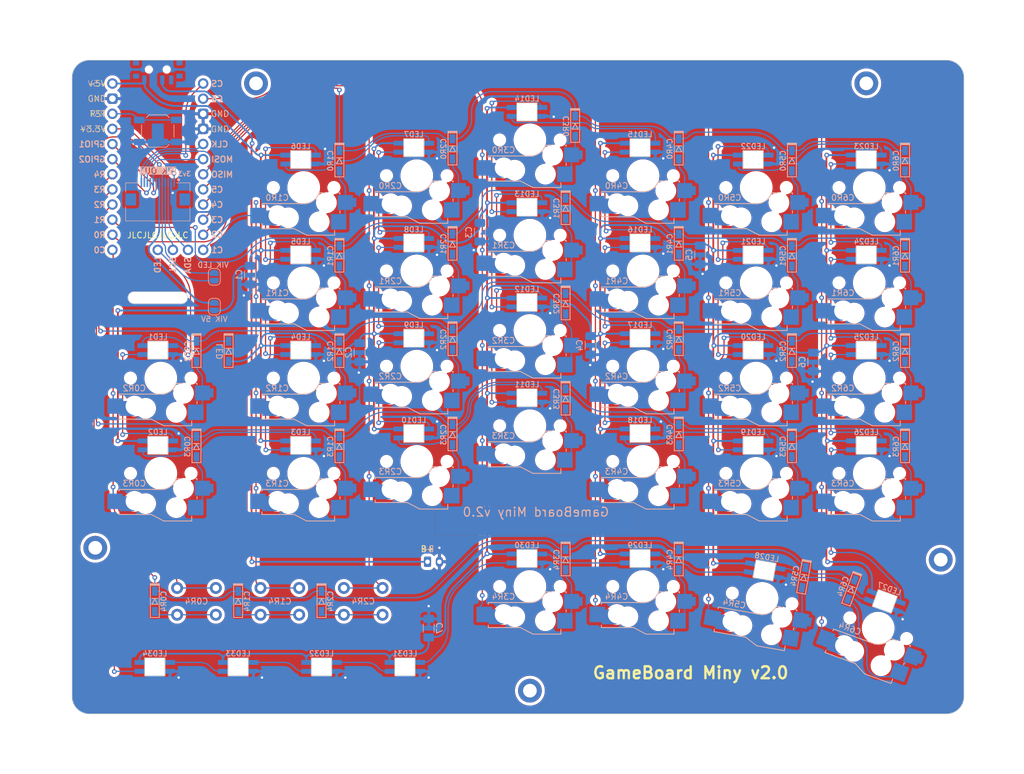
<source format=kicad_pcb>
(kicad_pcb (version 20240108) (generator "pcbnew") (generator_version "8.0")
  (layers (0 "F.Cu" signal) (31 "B.Cu" signal) (34 "B.Paste" user) (35 "F.Paste" user) (36 "B.SilkS" user "B.Silkscreen") (37 "F.SilkS" user "F.Silkscreen") (38 "B.Mask" user) (39 "F.Mask" user) (44 "Edge.Cuts" user))
  (net 0 "")
  (net 1 "row0")
  (net 2 "Net-(D17-A)")
  (net 3 "row4")
  (net 4 "row1")
  (net 5 "col6")
  (net 6 "row2")
  (net 7 "row3")
  (net 8 "Net-(D1-A)")
  (net 9 "GND")
  (net 10 "Net-(D2-A)")
  (net 11 "Net-(D3-A)")
  (net 12 "LED")
  (net 13 "Net-(D4-A)")
  (net 14 "Net-(D5-A)")
  (net 15 "Net-(D6-A)")
  (net 16 "Net-(D7-A)")
  (net 17 "Net-(D8-A)")
  (net 18 "Net-(D9-A)")
  (net 19 "Net-(D10-A)")
  (net 20 "Net-(D11-A)")
  (net 21 "Net-(D12-A)")
  (net 22 "Net-(D13-A)")
  (net 23 "Net-(D14-A)")
  (net 24 "Net-(D15-A)")
  (net 25 "Net-(D16-A)")
  (net 26 "Net-(D18-A)")
  (net 27 "Net-(D19-A)")
  (net 28 "Net-(D20-A)")
  (net 29 "Net-(D21-A)")
  (net 30 "Net-(D22-A)")
  (net 31 "col2")
  (net 32 "col3")
  (net 33 "col4")
  (net 34 "col0")
  (net 35 "col1")
  (net 36 "Net-(D23-A)")
  (net 37 "Net-(D24-A)")
  (net 38 "Net-(D25-A)")
  (net 39 "Net-(D26-A)")
  (net 40 "Net-(D27-A)")
  (net 41 "Net-(D28-A)")
  (net 42 "Net-(D29-A)")
  (net 43 "Net-(D30-A)")
  (net 44 "Net-(D31-A)")
  (net 45 "Net-(D32-A)")
  (net 46 "Net-(D33-A)")
  (net 47 "Net-(LED19-DOUT)")
  (net 48 "Net-(LED1-DOUT)")
  (net 49 "Net-(LED2-DOUT)")
  (net 50 "Net-(LED3-DOUT)")
  (net 51 "Net-(LED4-DOUT)")
  (net 52 "Net-(LED5-DOUT)")
  (net 53 "Net-(LED6-DOUT)")
  (net 54 "Net-(LED7-DOUT)")
  (net 55 "Net-(LED8-DOUT)")
  (net 56 "Net-(LED10-DIN)")
  (net 57 "Net-(LED10-DOUT)")
  (net 58 "Net-(LED11-DOUT)")
  (net 59 "Net-(LED12-DOUT)")
  (net 60 "Net-(LED13-DOUT)")
  (net 61 "Net-(LED14-DOUT)")
  (net 62 "Net-(LED15-DOUT)")
  (net 63 "Net-(LED16-DOUT)")
  (net 64 "Net-(LED17-DOUT)")
  (net 65 "Net-(LED18-DOUT)")
  (net 66 "Net-(LED20-DOUT)")
  (net 67 "Net-(LED21-DOUT)")
  (net 68 "Net-(LED22-DOUT)")
  (net 69 "Net-(LED23-DOUT)")
  (net 70 "Net-(LED24-DOUT)")
  (net 71 "Net-(LED25-DOUT)")
  (net 72 "Net-(LED26-DOUT)")
  (net 73 "Net-(LED27-DOUT)")
  (net 74 "col5")
  (net 75 "Net-(LED28-DOUT)")
  (net 76 "Net-(LED29-DOUT)")
  (net 77 "Net-(D34-K)")
  (net 78 "SCL")
  (net 79 "SPI_MOSI")
  (net 80 "+5V")
  (net 81 "GPIO2")
  (net 82 "SPI_CLK")
  (net 83 "+3.3V")
  (net 84 "SPI_CS")
  (net 85 "SDA")
  (net 86 "SPI_MISO")
  (net 87 "GPIO1")
  (net 88 "RST")
  (net 89 "VIK_5V_1")
  (net 90 "LED_OUT")
  (net 91 "Net-(LED30-DOUT)")
  (net 92 "Net-(LED31-DOUT)")
  (net 93 "Net-(LED32-DOUT)")
  (net 94 "Net-(LED33-DOUT)")
  (net 95 "BAT")
  (footprint "zzkeeb:Switch_MXKS-miny-hotswap-south-ks3d" (layer "F.Cu") (at 175.5 128.999999)
    (property "Reference" "SW18" (hide yes))
    (property "Value" "Switch" (hide yes))
  )
  (footprint "zzkeeb:Switch_MXKS-miny-hotswap-south-ks3d" (layer "F.Cu") (at 118.5 94.999999)
    (property "Reference" "SW2" (hide yes))
    (property "Value" "Switch" (hide yes))
  )
  (footprint "zzkeeb:Button_Push-6mm" (layer "F.Cu") (at 81.5 166.499999 180)
    (property "Reference" "SW27" (hide yes))
    (property "Value" "Switch" (hide yes))
  )
  (footprint "zzkeeb:Switch_MXKS-miny-hotswap-south-ks3d" (layer "F.Cu") (at 156.5 163.999999)
    (property "Reference" "SW31" (hide yes))
    (property "Value" "Switch" (hide yes))
  )
  (footprint "zzkeeb:Connector_JST-1x02-2.00mm" (layer "F.Cu") (at 120.3 159.849999)
    (property "Reference" "J2" (hide yes))
    (property "Value" "Conn_01x02_Socket" (hide yes))
  )
  (footprint "zzkeeb:Switch_MXKS-miny-hotswap-south-ks3d" (layer "F.Cu") (at 156.5 94.999999)
    (property "Reference" "SW4" (hide yes))
    (property "Value" "Switch" (hide yes))
  )
  (footprint "zzkeeb:Switch_MXKS-miny-hotswap-south-ks3d" (layer "F.Cu") (at 118.5 126.999999)
    (property "Reference" "SW15" (hide yes))
    (property "Value" "Switch" (hide yes))
  )
  (footprint "zzkeeb:Switch_MXKS-miny-hotswap-south-ks3d" (layer "F.Cu") (at 156.5 110.999999)
    (property "Reference" "SW10" (hide yes))
    (property "Value" "Switch" (hide yes))
  )
  (footprint "zzkeeb:Switch_MXKS-miny-hotswap-south-ks3d" (layer "F.Cu") (at 156.5 126.999999)
    (property "Reference" "SW17" (hide yes))
    (property "Value" "Switch" (hide yes))
  )
  (footprint "zzkeeb:Logo_QMK-soldermask" (layer "F.Cu") (at 197.7 84.999999)
    (property "Reference" "REF**" (hide yes))
    (property "Value" "Logo_QMK-soldermask" (hide yes))
  )
  (footprint "zzkeeb:Switch_MXKS-miny-hotswap-south-ks3d" (layer "F.Cu") (at 194.5 144.999999)
    (property "Reference" "SW26" (hide yes))
    (property "Value" "Switch" (hide yes))
  )
  (footprint "zzkeeb:Switch_MXKS-miny-hotswap-south-ks3d" (layer "F.Cu") (at 118.5 142.999999)
    (property "Reference" "SW22" (hide yes))
    (property "Value" "Switch" (hide yes))
  )
  (footprint "zzkeeb:Switch_MXKS-miny-hotswap-south-ks3d" (layer "F.Cu") (at 99.5 144.999999)
    (property "Reference" "SW21" (hide yes))
    (property "Value" "Switch" (hide yes))
  )
  (footprint "zzkeeb:Button_Push-6mm" (layer "F.Cu") (at 109.5 166.499999 180)
    (property "Reference" "SW29" (hide yes))
    (property "Value" "Switch" (hide yes))
  )
  (footprint "zzkeeb:Switch_MXKS-miny-hotswap-south-ks3d" (layer "F.Cu") (at 75.5 144.999999)
    (property "Reference" "SW20" (hide yes))
    (property "Value" "Switch" (hide yes))
  )
  (footprint "zzkeeb:Switch_MXKS-miny-hotswap-south-ks3d" (layer "F.Cu") (at 194.5 128.999999)
    (property "Reference" "SW19" (hide yes))
    (property "Value" "Switch" (hide yes))
  )
  (footprint "zzkeeb:Switch_MXKS-miny-hotswap-south-ks3d" (layer "F.Cu") (at 194.5 112.999999)
    (property "Reference" "SW12" (hide yes))
    (property "Value" "Switch" (hide yes))
  )
  (footprint "zzkeeb:Switch_MXKS-miny-hotswap-south-ks3d" (layer "F.Cu") (at 99.5 128.999999)
    (property "Reference" "SW14" (hide yes))
    (property "Value" "Switch" (hide yes))
  )
  (footprint "zzkeeb:Hole_M2-TH" (layer "F.Cu") (at 137.5 181.499999)
    (property "Reference" "H4" (hide yes))
    (property "Value" "MountingHole" (hide yes))
  )
  (footprint "zzkeeb:Switch_MXKS-miny-hotswap-south-ks3d" (layer "F.Cu") (at 137.5 120.999999)
    (property "Reference" "SW16" (hide yes))
    (property "Value" "Switch" (hide yes))
  )
  (footprint "zzkeeb:Hole_M2-TH" (layer "F.Cu") (at 194 79.499999)
    (property "Reference" "H1" (hide yes))
    (property "Value" "MountingHole" (hide yes))
  )
  (footprint "zzkeeb:Switch_MXKS-miny-hotswap-south-ks3d" (layer "F.Cu") (at 137.5 104.999999)
    (property "Reference" "SW9" (hide yes))
    (property "Value" "Switch" (hide yes))
  )
  (footprint "zzkeeb:Switch_MXKS-miny-hotswap-south-ks3d" (layer "F.Cu") (at 137.5 88.999999)
    (property "Reference" "SW3" (hide yes))
    (property "Value" "Switch" (hide yes))
  )
  (footprint "zzkeeb:Hole_M2-TH" (layer "F.Cu") (at 64.5 157.499999)
    (property "Reference" "H2" (hide yes))
    (property "Value" "MountingHole" (hide yes))
  )
  (footprint "zzkeeb:Switch_MXKS-miny-hotswap-south-ks3d" (layer "F.Cu") (at 137.5 163.999999)
    (property "Reference" "SW30" (hide yes))
    (property "Value" "Switch" (hide yes))
  )
  (footprint "zzkeeb:Switch_MXKS-miny-hotswap-south-ks3d" (layer "F.Cu") (at 137.5 136.999999)
    (property "Reference" "SW23" (hide yes))
    (property "Value" "Switch" (hide yes))
  )
  (footprint "zzkeeb:Button_Push-6mm" (layer "F.Cu") (at 95.5 166.499999 180)
    (property "Reference" "SW28" (hide yes))
    (property "Value" "Switch" (hide yes))
  )
  (footprint "zzkeeb:Switch_MXKS-miny-hotswap-south-ks3d" (layer "F.Cu") (at 194.5 96.999999)
    (property "Reference" "SW6" (hide yes))
    (property "Value" "Switch" (hide yes))
  )
  (footprint "zzkeeb:Switch_MXKS-miny-hotswap-south-ks3d" (layer "F.Cu") (at 75.5 128.999999)
    (property "Reference" "SW13" (hide yes))
    (property "Value" "Switch" (hide yes))
  )
  (footprint "zzkeeb:Switch_MXKS-miny-hotswap-south-ks3d" (layer "F.Cu") (at 99.5 96.999999)
    (property "Reference" "SW1" (hide yes))
    (property "Value" "Switch" (hide yes))
  )
  (footprint "zzkeeb:Hole_M2-TH" (layer "F.Cu") (at 206.5 159.499999)
    (property "Reference" "H5" (hide yes))
    (property "Value" "MountingHole" (hide yes))
  )
  (footprint "zzkeeb:Switch_MXKS-miny-hotswap-south-ks3d" (layer "F.Cu") (at 175.5 112.999999)
    (property "Reference" "SW11" (hide yes))
    (property "Value" "Switch" (hide yes))
  )
  (footprint "zzkeeb:Switch_MXKS-miny-hotswap-south-ks3d" (layer "F.Cu") (at 156.5 142.999999)
    (property "Reference" "SW24" (hide yes))
    (property "Value" "Switch" (hide yes))
  )
  (footprint "zzkeeb:Switch_MXKS-miny-hotswap-south-ks3d" (layer "F.Cu") (at 176.5 165.999999 -10)
    (property "Reference" "SW32" (hide yes))
    (property "Value" "Switch" (hide yes))
  )
  (footprint "zzkeeb:Switch_MXKS-miny-hotswap-south-ks3d" (layer "F.Cu") (at 175.5 144.999999)
    (property "Reference" "SW25" (hide yes))
    (property "Value" "Switch" (hide yes))
  )
  (footprint "zzkeeb:Switch_MXKS-miny-hotswap-south-ks3d" (layer "F.Cu") (at 196 170.999999 -20)
    (property "Reference" "SW33" (hide yes))
    (property "Value" "Switch" (hide yes))
  )
  (footprint "zzkeeb:Switch_MXKS-miny-hotswap-south-ks3d" (layer "F.Cu") (at 118.5 110.999999)
    (property "Reference" "SW8" (hide yes))
    (property "Value" "Switch" (hide yes))
  )
  (footprint "zzkeeb:Switch_MXKS-miny-hotswap-south-ks3d" (layer "F.Cu") (at 175.5 96.999999)
    (property "Reference" "SW5" (hide yes))
    (property "Value" "Switch" (hide yes))
  )
  (footprint "zzkeeb:Hole_M2-TH" (layer "F.Cu") (at 91.5 79.499999)
    (property "Reference" "H3" (hide yes))
    (property "Value" "MountingHole" (hide yes))
  )
  (footprint "zzkeeb:Switch_MXKS-miny-hotswap-south-ks3d" (layer "F.Cu") (at 99.5 112.999999)
    (property "Reference" "SW7" (hide yes))
    (property "Value" "Switch" (hide yes))
  )
  (footprint "Jumper:SolderJumper-2_P1.3mm_Open_RoundedPad1.0x1.5mm" (layer "B.Cu") (at 84.5 111.999999 90)
    (property "Reference" "JP4" (hide yes))
    (property "Value" "VIK LED")
  )
  (footprint "zzkeeb:LED_SK6812-MINI-E" (layer "B.Cu") (at 156 159.299999 180)
    (property "Reference" "LED29")
    (property "Value" "YS-SK6812MINI-E" (hide yes))
    (fp_line (start 1.7 1.5) (end -1.7 1.5) (stroke (width 0.12)) (layer "Edge.Cuts"))
    (fp_line (start 1.7 -1.5) (end 1.7 1.5) (stroke (width 0.12)) (layer "Edge.Cuts"))
    (fp_line (start -1.7 1.5) (end -1.7 -1.5) (stroke (width 0.12)) (layer "Edge.Cuts"))
    (fp_line (start -1.7 -1.5) (end 1.7 -1.5) (stroke (width 0.12)) (layer "Edge.Cuts"))
  )
  (footprint "zzkeeb:LED_SK6812-MINI-E" (layer "B.Cu") (at 99 124.299999 180)
    (property "Reference" "LED4")
    (property "Value" "YS-SK6812MINI-E" (hide yes))
    (fp_line (start 1.7 1.5) (end -1.7 1.5) (stroke (width 0.12)) (layer "Edge.Cuts"))
    (fp_line (start 1.7 -1.5) (end 1.7 1.5) (stroke (width 0.12)) (layer "Edge.Cuts"))
    (fp_line (start -1.7 1.5) (end -1.7 -1.5) (stroke (width 0.12)) (layer "Edge.Cuts"))
    (fp_line (start -1.7 -1.5) (end 1.7 -1.5) (stroke (width 0.12)) (layer "Edge.Cuts"))
  )
  (footprint "zzkeeb:Diode_1N4148-SOD123" (layer "B.Cu") (at 181.5 92.499999 -90)
    (property "Reference" "D5" (hide yes))
    (property "Value" "D" (hide yes))
  )
  (footprint "zzkeeb:MCU_rp2040-helios" (layer "B.Cu") (at 75 93.499999 180)
    (property "Reference" "J1")
    (property "Value" "RP2040")
  )
  (footprint "zzkeeb:LED_SK6812-MINI-E" (layer "B.Cu") (at 118 138.299999 180)
    (property "Reference" "LED10")
    (property "Value" "YS-SK6812MINI-E" (hide yes))
    (fp_line (start 1.7 1.5) (end -1.7 1.5) (stroke (width 0.12)) (layer "Edge.Cuts"))
    (fp_line (start 1.7 -1.5) (end 1.7 1.5) (stroke (width 0.12)) (layer "Edge.Cuts"))
    (fp_line (start -1.7 1.5) (end -1.7 -1.5) (stroke (width 0.12)) (layer "Edge.Cuts"))
    (fp_line (start -1.7 -1.5) (end 1.7 -1.5) (stroke (width 0.12)) (layer "Edge.Cuts"))
  )
  (footprint "zzkeeb:Diode_1N4148-SOD123" (layer "B.Cu") (at 105.5 92.499999 -90)
    (property "Reference" "D1" (hide yes))
    (property "Value" "D" (hide yes))
  )
  (footprint "zzkeeb:LED_SK6812-MINI-E" (layer "B.Cu") (at 99 92.299999 180)
    (property "Reference" "LED6")
    (property "Value" "YS-SK6812MINI-E" (hide yes))
    (fp_line (start 1.7 1.5) (end -1.7 1.5) (stroke (width 0.12)) (layer "Edge.Cuts"))
    (fp_line (start 1.7 -1.5) (end 1.7 1.5) (stroke (width 0.12)) (layer "Edge.Cuts"))
    (fp_line (start -1.7 1.5) (end -1.7 -1.5) (stroke (width 0.12)) (layer "Edge.Cuts"))
    (fp_line (start -1.7 -1.5) (end 1.7 -1.5) (stroke (width 0.12)) (layer "Edge.Cuts"))
  )
  (footprint "zzkeeb:LED_SK6812-MINI-E" (layer "B.Cu") (at 118 90.299999 180)
    (property "Reference" "LED7")
    (property "Value" "YS-SK6812MINI-E" (hide yes))
    (fp_line (start 1.7 1.5) (end -1.7 1.5) (stroke (width 0.12)) (layer "Edge.Cuts"))
    (fp_line (start 1.7 -1.5) (end 1.7 1.5) (stroke (width 0.12)) (layer "Edge.Cuts"))
    (fp_line (start -1.7 1.5) (end -1.7 -1.5) (stroke (width 0.12)) (layer "Edge.Cuts"))
    (fp_line (start -1.7 -1.5) (end 1.7 -1.5) (stroke (width 0.12)) (layer "Edge.Cuts"))
  )
  (footprint "zzkeeb:LED_SK6812-MINI-E" (layer "B.Cu") (at 102.5 177.499999 180)
    (property "Reference" "LED32")
    (property "Value" "YS-SK6812MINI-E" (hide yes))
    (fp_line (start 1.7 1.5) (end 1.7 -1.5) (stroke (width 0.12)) (layer "Edge.Cuts"))
    (fp_line (start 1.7 -1.5) (end -1.7 -1.5) (stroke (width 0.12)) (layer "Edge.Cuts"))
    (fp_line (start -1.7 1.5) (end 1.7 1.5) (stroke (width 0.12)) (layer "Edge.Cuts"))
    (fp_line (start -1.7 -1.5) (end -1.7 1.5) (stroke (width 0.12)) (layer "Edge.Cuts"))
  )
  (footprint "zzkeeb:LED_SK6812-MINI-E" (layer "B.Cu") (at 156 106.299999 180)
    (property "Reference" "LED16")
    (property "Value" "YS-SK6812MINI-E" (hide yes))
    (fp_line (start 1.7 1.5) (end -1.7 1.5) (stroke (width 0.12)) (layer "Edge.Cuts"))
    (fp_line (start 1.7 -1.5) (end 1.7 1.5) (stroke (width 0.12)) (layer "Edge.Cuts"))
    (fp_line (start -1.7 1.5) (end -1.7 -1.5) (stroke (width 0.12)) (layer "Edge.Cuts"))
    (fp_line (start -1.7 -1.5) (end 1.7 -1.5) (stroke (width 0.12)) (layer "Edge.Cuts"))
  )
  (footprint "zzkeeb:Diode_1N4148-SOD123" (layer "B.Cu") (at 124.5 122.499999 -90)
    (property "Reference" "D15" (hide yes))
    (property "Value" "D" (hide yes))
  )
  (footprint "zzkeeb:Diode_1N4148-SOD123" (layer "B.Cu") (at 102.5 166.499999 -90)
    (property "Reference" "D29" (hide yes))
    (property "Value" "D" (hide yes))
  )
  (footprint "zzkeeb:Diode_1N4148-SOD123" (layer "B.Cu") (at 143.5 159.499999 -90)
    (property "Reference" "D30" (hide yes))
    (property "Value" "D" (hide yes))
  )
  (footprint "zzkeeb:LED_SK6812-MINI-E" (layer "B.Cu") (at 137 116.299999 180)
    (property "Reference" "LED12")
    (property "Value" "YS-SK6812MINI-E" (hide yes))
    (fp_line (start 1.7 1.5) (end -1.7 1.5) (stroke (width 0.12)) (layer "Edge.Cuts"))
    (fp_line (start 1.7 -1.5) (end 1.7 1.5) (stroke (width 0.12)) (layer "Edge.Cuts"))
    (fp_line (start -1.7 1.5) (end -1.7 -1.5) (stroke (width 0.12)) (layer "Edge.Cuts"))
    (fp_line (start -1.7 -1.5) (end 1.7 -1.5) (stroke (width 0.12)) (layer "Edge.Cuts"))
  )
  (footprint "zzkeeb:Button_SW_SPST_SKQG_WithoutStem" (layer "B.Cu") (at 75 87.499999 180)
    (property "Reference" "RST1" (hide yes))
    (property "Value" "SW_Push")
  )
  (footprint "zzkeeb:Diode_1N4148-SOD123" (layer "B.Cu") (at 181.5 140.499999 -90)
    (property "Reference" "D25" (hide yes))
    (property "Value" "D" (hide yes))
  )
  (footprint "zzkeeb:Diode_1N4148-SOD123" (layer "B.Cu") (at 162.5 106.499999 -90)
    (property "Reference" "D10" (hide yes))
    (property "Value" "D" (hide yes))
  )
  (footprint "zzkeeb:LED_SK6812-MINI-E" (layer "B.Cu") (at 156 90.299999 180)
    (property "Reference" "LED15")
    (property "Value" "YS-SK6812MINI-E" (hide yes))
    (fp_line (start 1.7 1.5) (end -1.7 1.5) (stroke (width 0.12)) (layer "Edge.Cuts"))
    (fp_line (start 1.7 -1.5) (end 1.7 1.5) (stroke (width 0.12)) (layer "Edge.Cuts"))
    (fp_line (start -1.7 1.5) (end -1.7 -1.5) (stroke (width 0.12)) (layer "Edge.Cuts"))
    (fp_line (start -1.7 -1.5) (end 1.7 -1.5) (stroke (width 0.12)) (layer "Edge.Cuts"))
  )
  (footprint "zzkeeb:Diode_1N4148-SOD123" (layer "B.Cu") (at 143.5 116.499999 -90)
    (property "Reference" "D16" (hide yes))
    (property "Value" "D" (hide yes))
  )
  (footprint "zzkeeb:LED_SK6812-MINI-E" (layer "B.Cu") (at 118 106.299999 180)
    (property "Reference" "LED8")
    (property "Value" "YS-SK6812MINI-E" (hide yes))
    (fp_line (start 1.7 1.5) (end -1.7 1.5) (stroke (width 0.12)) (layer "Edge.Cuts"))
    (fp_line (start 1.7 -1.5) (end 1.7 1.5) (stroke (width 0.12)) (layer "Edge.Cuts"))
    (fp_line (start -1.7 1.5) (end -1.7 -1.5) (stroke (width 0.12)) (layer "Edge.Cuts"))
    (fp_line (start -1.7 -1.5) (end 1.7 -1.5) (stroke (width 0.12)) (layer "Edge.Cuts"))
  )
  (footprint "zzkeeb:LED_SK6812-MINI-E" (layer "B.Cu") (at 197.1 166.499999 160)
    (property "Reference" "LED27")
    (property "Value" "YS-SK6812MINI-E" (hide yes))
    (fp_line (start 1.7 -1.5) (end 1.7 1.5) (stroke (width 0.12)) (layer "Edge.Cuts"))
    (fp_line (start 1.7 1.5) (end -1.7 1.5) (stroke (width 0.12)) (layer "Edge.Cuts"))
    (fp_line (start -1.7 -1.5) (end 1.7 -1.5) (stroke (width 0.12)) (layer "Edge.Cuts"))
    (fp_line (start -1.7 1.5) (end -1.7 -1.5) (stroke (width 0.12)) (layer "Edge.Cuts"))
  )
  (footprint "zzkeeb:LED_SK6812-MINI-E" (layer "B.Cu") (at 75 124.299999 180)
    (property "Reference" "LED1")
    (property "Value" "YS-SK6812MINI-E" (hide yes))
    (fp_line (start 1.7 1.5) (end -1.7 1.5) (stroke (width 0.12)) (layer "Edge.Cuts"))
    (fp_line (start 1.7 -1.5) (end 1.7 1.5) (stroke (width 0.12)) (layer "Edge.Cuts"))
    (fp_line (start -1.7 1.5) (end -1.7 -1.5) (stroke (width 0.12)) (layer "Edge.Cuts"))
    (fp_line (start -1.7 -1.5) (end 1.7 -1.5) (stroke (width 0.12)) (layer "Edge.Cuts"))
  )
  (footprint "zzkeeb:LED_SK6812-MINI-E" (layer "B.Cu") (at 137 132.299999 180)
    (property "Reference" "LED11")
    (property "Value" "YS-SK6812MINI-E" (hide yes))
    (fp_line (start 1.7 1.5) (end -1.7 1.5) (stroke (width 0.12)) (layer "Edge.Cuts"))
    (fp_line (start 1.7 -1.5) (end 1.7 1.5) (stroke (width 0.12)) (layer "Edge.Cuts"))
    (fp_line (start -1.7 1.5) (end -1.7 -1.5) (stroke (width 0.12)) (layer "Edge.Cuts"))
    (fp_line (start -1.7 -1.5) (end 1.7 -1.5) (stroke (width 0.12)) (layer "Edge.Cuts"))
  )
  (footprint "zzkeeb:LED_SK6812-MINI-E" (layer "B.Cu") (at 175 108.299999 180)
    (property "Reference" "LED21")
    (property "Value" "YS-SK6812MINI-E" (hide yes))
    (fp_line (start 1.7 1.5) (end -1.7 1.5) (stroke (width 0.12)) (layer "Edge.Cuts"))
    (fp_line (start 1.7 -1.5) (end 1.7 1.5) (stroke (width 0.12)) (layer "Edge.Cuts"))
    (fp_line (start -1.7 1.5) (end -1.7 -1.5) (stroke (width 0.12)) (layer "Edge.Cuts"))
    (fp_line (start -1.7 -1.5) (end 1.7 -1.5) (stroke (width 0.12)) (layer "Edge.Cuts"))
  )
  (footprint "zzkeeb:LED_SK6812-MINI-E" (layer "B.Cu") (at 74.5 177.499999 180)
    (property "Reference" "LED34")
    (property "Value" "YS-SK6812MINI-E" (hide yes))
    (fp_line (start 1.7 1.5) (end 1.7 -1.5) (stroke (width 0.12)) (layer "Edge.Cuts"))
    (fp_line (start 1.7 -1.5) (end -1.7 -1.5) (stroke (width 0.12)) (layer "Edge.Cuts"))
    (fp_line (start -1.7 1.5) (end 1.7 1.5) (stroke (width 0.12)) (layer "Edge.Cuts"))
    (fp_line (start -1.7 -1.5) (end -1.7 1.5) (stroke (width 0.12)) (layer "Edge.Cuts"))
  )
  (footprint "zzkeeb:LED_SK6812-MINI-E" (layer "B.Cu") (at 194 108.299999 180)
    (property "Reference" "LED24")
    (property "Value" "YS-SK6812MINI-E" (hide yes))
    (fp_line (start 1.7 1.5) (end -1.7 1.5) (stroke (width 0.12)) (layer "Edge.Cuts"))
    (fp_line (start 1.7 -1.5) (end 1.7 1.5) (stroke (width 0.12)) (layer "Edge.Cuts"))
    (fp_line (start -1.7 1.5) (end -1.7 -1.5) (stroke (width 0.12)) (layer "Edge.Cuts"))
    (fp_line (start -1.7 -1.5) (end 1.7 -1.5) (stroke (width 0.12)) (layer "Edge.Cuts"))
  )
  (footprint "zzkeeb:Diode_1N4148-SOD123" (layer "B.Cu") (at 162.5 159.499999 -90)
    (property "Reference" "D31" (hide yes))
    (property "Value" "D" (hide yes))
  )
  (footprint "zzkeeb:Diode_1N4148-SOD123" (layer "B.Cu") (at 143.5 100.499999 -90)
    (property "Reference" "D9" (hide yes))
    (property "Value" "D" (hide yes))
  )
  (footprint "zzkeeb:Diode_1N4148-SOD123" (layer "B.Cu") (at 200.5 124.499999 -90)
    (property "Reference" "D19" (hide yes))
    (property "Value" "D" (hide yes))
  )
  (footprint "zzkeeb:LED_SK6812-MINI-E" (layer "B.Cu") (at 175 124.299999 180)
    (property "Reference" "LED20")
    (property "Value" "YS-SK6812MINI-E" (hide yes))
    (fp_line (start 1.7 1.5) (end -1.7 1.5) (stroke (width 0.12)) (layer "Edge.Cuts"))
    (fp_line (start 1.7 -1.5) (end 1.7 1.5) (stroke (width 0.12)) (layer "Edge.Cuts"))
    (fp_line (start -1.7 1.5) (end -1.7 -1.5) (stroke (width 0.12)) (layer "Edge.Cuts"))
    (fp_line (start -1.7 -1.5) (end 1.7 -1.5) (stroke (width 0.12)) (layer "Edge.Cuts"))
  )
  (footprint "zzkeeb:LED_SK6812-MINI-E" (layer "B.Cu") (at 194 140.299999 180)
    (property "Reference" "LED26")
    (property "Value" "YS-SK6812MINI-E" (hide yes))
    (fp_line (start 1.7 1.5) (end -1.7 1.5) (stroke (width 0.12)) (layer "Edge.Cuts"))
    (fp_line (start 1.7 -1.5) (end 1.7 1.5) (stroke (width 0.12)) (layer "Edge.Cuts"))
    (fp_line (start -1.7 1.5) (end -1.7 -1.5) (stroke (width 0.12)) (layer "Edge.Cuts"))
    (fp_line (start -1.7 -1.5) (end 1.7 -1.5) (stroke (width 0.12)) (layer "Edge.Cuts"))
  )
  (footprint "zzkeeb:LED_SK6812-MINI-E" (layer "B.Cu") (at 176.9 161.299999 170)
    (property "Reference" "LED28")
    (property "Value" "YS-SK6812MINI-E" (hide yes))
    (fp_line (start 1.7 -1.5) (end 1.7 1.5) (stroke (width 0.12)) (layer "Edge.Cuts"))
    (fp_line (start 1.7 1.5) (end -1.7 1.5) (stroke (width 0.12)) (layer "Edge.Cuts"))
    (fp_line (start -1.7 -1.5) (end 1.7 -1.5) (stroke (width 0.12)) (layer "Edge.Cuts"))
    (fp_line (start -1.7 1.5) (end -1.7 -1.5) (stroke (width 0.12)) (layer "Edge.Cuts"))
  )
  (footprint "Capacitor_SMD:C_1206_3216Metric_Pad1.33x1.80mm_HandSolder" (layer "B.Cu") (at 90.5 111.699999 -90)
    (property "Reference" "C1")
    (property "Value" "100n")
  )
  (footprint "zzkeeb:LED_SK6812-MINI-E" (layer "B.Cu") (at 156 122.299999 180)
    (property "Reference" "LED17")
    (property "Value" "YS-SK6812MINI-E" (hide yes))
    (fp_line (start 1.7 1.5) (end -1.7 1.5) (stroke (width 0.12)) (layer "Edge.Cuts"))
    (fp_line (start 1.7 -1.5) (end 1.7 1.5) (stroke (width 0.12)) (layer "Edge.Cuts"))
    (fp_line (start -1.7 1.5) (end -1.7 -1.5) (stroke (width 0.12)) (layer "Edge.Cuts"))
    (fp_line (start -1.7 -1.5) (end 1.7 -1.5) (stroke (width 0.12)) (layer "Edge.Cuts"))
  )
  (footprint "zzkeeb:Diode_1N4148-SOD123" (layer "B.Cu") (at 105.5 108.499999 -90)
    (property "Reference" "D7" (hide yes))
    (property "Value" "D" (hide yes))
  )
  (footprint "zzkeeb:LED_SK6812-MINI-E" (layer "B.Cu") (at 99 140.299999 180)
    (property "Reference" "LED3")
    (property "Value" "YS-SK6812MINI-E" (hide yes))
    (fp_line (start 1.7 1.5) (end -1.7 1.5) (stroke (width 0.12)) (layer "Edge.Cuts"))
    (fp_line (start 1.7 -1.5) (end 1.7 1.5) (stroke (width 0.12)) (layer "Edge.Cuts"))
    (fp_line (start -1.7 1.5) (end -1.7 -1.5) (stroke (width 0.12)) (layer "Edge.Cuts"))
    (fp_line (start -1.7 -1.5) (end 1.7 -1.5) (stroke (width 0.12)) (layer "Edge.Cuts"))
  )
  (footprint "Capacitor_SMD:C_1206_3216Metric_Pad1.33x1.80mm_HandSolder" (layer "B.Cu") (at 185.1 126.299999 -90)
    (property "Reference" "C6")
    (property "Value" "100n")
  )
  (footprint "zzkeeb:LED_SK6812-MINI-E" (layer "B.Cu") (at 137 84.299999 180)
    (property "Reference" "LED14")
    (property "Value" "YS-SK6812MINI-E" (hide yes))
    (fp_line (start 1.7 1.5) (end -1.7 1.5) (stroke (width 0.12)) (layer "Edge.Cuts"))
    (fp_line (start 1.7 -1.5) (end 1.7 1.5) (stroke (width 0.12)) (layer "Edge.Cuts"))
    (fp_line (start -1.7 1.5) (end -1.7 -1.5) (stroke (width 0.12)) (layer "Edge.Cuts"))
    (fp_line (start -1.7 -1.5) (end 1.7 -1.5) (stroke (width 0.12)) (layer "Edge.Cuts"))
  )
  (footprint "zzkeeb:Diode_1N4148-SOD123" (layer "B.Cu") (at 124.5 138.499999 -90)
    (property "Reference" "D22" (hide yes))
    (property "Value" "D" (hide yes))
  )
  (footprint "zzkeeb:Diode_1N4148-SOD123" (layer "B.Cu") (at 143.5 132.499999 -90)
    (property "Reference" "D23" (hide yes))
    (property "Value" "D" (hide yes))
  )
  (footprint "Capacitor_SMD:C_1206_3216Metric_Pad1.33x1.80mm_HandSolder" (layer "B.Cu") (at 147.7 123.499999 -90)
    (property "Reference" "C4")
    (property "Value" "100n")
  )
  (footprint "zzkeeb:LED_SK6812-MINI-E" (layer "B.Cu") (at 194 124.299999 180)
    (property "Reference" "LED25")
    (property "Value" "YS-SK6812MINI-E" (hide yes))
    (fp_line (start 1.7 1.5) (end -1.7 1.5) (stroke (width 0.12)) (layer "Edge.Cuts"))
    (fp_line (start 1.7 -1.5) (end 1.7 1.5) (stroke (width 0.12)) (layer "Edge.Cuts"))
    (fp_line (start -1.7 1.5) (end -1.7 -1.5) (stroke (width 0.12)) (layer "Edge.Cuts"))
    (fp_line (start -1.7 -1.5) (end 1.7 -1.5) (stroke (width 0.12)) (layer "Edge.Cuts"))
  )
  (footprint "zzkeeb:Diode_1N4148-SOD123" (layer "B.Cu") (at 81.5 124.499999 -90)
    (property "Reference" "D13" (hide yes))
    (property "Value" "D" (hide yes))
  )
  (footprint "zzkeeb:Diode_1N4148-SOD123" (layer "B.Cu") (at 183.5 162.499999 -100)
    (property "Reference" "D32" (hide yes))
    (property "Value" "D" (hide yes))
  )
  (footprint "zzkeeb:LED_SK6812-MINI-E" (layer "B.Cu") (at 137 159.299999 180)
    (property "Reference" "LED30")
    (property "Value" "YS-SK6812MINI-E" (hide yes))
    (fp_line (start 1.7 1.5) (end -1.7 1.5) (stroke (width 0.12)) (layer "Edge.Cuts"))
    (fp_line (start 1.7 -1.5) (end 1.7 1.5) (stroke (width 0.12)) (layer "Edge.Cuts"))
    (fp_line (start -1.7 1.5) (end -1.7 -1.5) (stroke (width 0.12)) (layer "Edge.Cuts"))
    (fp_line (start -1.7 -1.5) (end 1.7 -1.5) (stroke (width 0.12)) (layer "Edge.Cuts"))
  )
  (footprint "Capacitor_SMD:C_1206_3216Metric_Pad1.33x1.80mm_HandSolder" (layer "B.Cu") (at 108.9 124.699999 -90)
    (property "Reference" "C2")
    (property "Value" "100n")
  )
  (footprint "Capacitor_SMD:C_1206_3216Metric_Pad1.33x1.80mm_HandSolder" (layer "B.Cu") (at 129.1 104.499999 -90)
    (property "Reference" "C3")
    (property "Value" "100n")
  )
  (footprint "zzkeeb:Diode_1N4148-SOD123" (layer "B.Cu") (at 124.5 90.499999 -90)
    (property "Reference" "D2" (hide yes))
    (property "Value" "D" (hide yes))
  )
  (footprint "zzkeeb:Diode_1N4148-SOD123" (layer "B.Cu") (at 74.5 166.499999 -90)
    (property "Reference" "D27" (hide yes))
    (property "Value" "D" (hide yes))
  )
  (footprint "zzkeeb:LED_SK6812-MINI-E" (layer "B.Cu") (at 118 122.299999 180)
    (property "Reference" "LED9")
    (property "Value" "YS-SK6812MINI-E" (hide yes))
    (fp_line (start 1.7 1.5) (end -1.7 1.5) (stroke (width 0.12)) (layer "Edge.Cuts"))
    (fp_line (start 1.7 -1.5) (end 1.7 1.5) (stroke (width 0.12)) (layer "Edge.Cuts"))
    (fp_line (start -1.7 1.5) (end -1.7 -1.5) (stroke (width 0.12)) (layer "Edge.Cuts"))
    (fp_line (start -1.7 -1.5) (end 1.7 -1.5) (stroke (width 0.12)) (layer "Edge.Cuts"))
  )
  (footprint "zzkeeb:Diode_1N4148-SOD123" (layer "B.Cu") (at 81.5 140.499999 -90)
    (property "Reference" "D20" (hide yes))
    (property "Value" "D" (hide yes))
  )
  (footprint "zzkeeb:Diode_1N4148-SOD123" (layer "B.Cu") (at 162.5 122.499999 -90)
    (property "Reference" "D17" (hide yes))
    (property "Value" "D" (hide yes))
  )
  (footprint "Capacitor_SMD:C_1206_3216Metric_Pad1.33x1.80mm_HandSolder" (layer "B.Cu") (at 166.1 108.299999 -90)
    (property "Reference" "C5")
    (property "Value" "100n")
  )
  (footprint "zzkeeb:Diode_1N4148-SOD123" (layer "B.Cu") (at 145.1 86.699999 -90)
    (property "Reference" "D3" (hide yes))
    (property "Value" "D" (hide yes))
  )
  (footprint "Jumper:SolderJumper-2_P1.3mm_Open_RoundedPad1.0x1.5mm" (layer "B.Cu") (at 84.5 116.999999 90)
    (property "Reference" "JP2" (hide yes))
    (property "Value" "VIK 5V")
  )
  (footprint "zzkeeb:LED_SK6812-MINI-E" (layer "B.Cu") (at 175 140.299999 180)
    (property "Reference" "LED19")
    (property "Value" "YS-SK6812MINI-E" (hide yes))
    (fp_line (start 1.7 1.5) (end -1.7 1.5) (stroke (width 0.12)) (layer "Edge.Cuts"))
    (fp_line (start 1.7 -1.5) (end 1.7 1.5) (stroke (width 0.12)) (layer "Edge.Cuts"))
    (fp_line (start -1.7 1.5) (end -1.7 -1.5) (stroke (width 0.12)) (layer "Edge.Cuts"))
    (fp_line (start -1.7 -1.5) (end 1.7 -1.5) (stroke (width 0.12)) (layer "Edge.Cuts"))
  )
  (footprint "zzkeeb:Diode_1N4148-SOD123" (layer "B.Cu") (at 181.5 124.499999 -90)
    (property "Reference" "D18" (hide yes))
    (property "Value" "D" (hide yes))
  )
  (footprint "zzkeeb:LED_SK6812-MINI-E" (layer "B.Cu") (at 99 108.299999 180)
    (property "Reference" "LED5")
    (property "Value" "YS-SK6812MINI-E" (hide yes))
    (fp_line (start 1.7 1.5) (end -1.7 1.5) (stroke (width 0.12)) (layer "Edge.Cuts"))
    (fp_line (start 1.7 -1.5) (end 1.7 1.5) (stroke (width 0.12)) (layer "Edge.Cuts"))
    (fp_line (start -1.7 1.5) (end -1.7 -1.5) (stroke (width 0.12)) (layer "Edge.Cuts"))
    (fp_line (start -1.7 -1.5) (end 1.7 -1.5) (stroke (width 0.12)) (layer "Edge.Cuts"))
  )
  (footprint "zzkeeb:Diode_1N4148-SOD123" (layer "B.Cu") (at 162.5 90.499999 -90)
    (property "Reference" "D4" (hide yes))
    (property "Value" "D" (hide yes))
  )
  (footprint "zzkeeb:Diode_1N4148-SOD123" (layer "B.Cu") (at 88.5 166.499999 -90)
    (property "Reference" "D28" (hide yes))
    (property "Value" "D" (hide yes))
  )
  (footprint "zzkeeb:LED_SK6812-MINI-E" (layer "B.Cu") (at 194 92.299999 180)
    (property "Reference" "LED23")
    (property "Value" "YS-SK6812MINI-E" (hide yes))
    (fp_line (start 1.7 1.5) (end -1.7 1.5) (stroke (width 0.12)) (layer "Edge.Cuts"))
    (fp_line (start 1.7 -1.5) (end 1.7 1.5) (stroke (width 0.12)) (layer "Edge.Cuts"))
    (fp_line (start -1.7 1.5) (end -1.7 -1.5) (stroke (width 0.12)) (layer "Edge.Cuts"))
    (fp_line (start -1.7 -1.5) (end 1.7 -1.5) (stroke (width 0.12)) (layer "Edge.Cuts"))
  )
  (footprint "zzkeeb:Diode_1N4148-SOD123" (layer "B.Cu") (at 105.5 124.499999 -90)
    (property "Reference" "D14" (hide yes))
    (property "Value" "D" (hide yes))
  )
  (footprint "zzkeeb:Switch_SPDT-PCM12" (layer "B.Cu") (at 75 77.499999)
    (property "Reference" "SW34" (hide yes))
    (property "Value" "SW_SPDT" (hide yes))
  )
  (footprint "zzkeeb:Diode_1N4148-SOD123" (layer "B.Cu") (at 200.5 140.499999 -90)
    (property "Reference" "D26" (hide yes))
    (property "Value" "D" (hide yes))
  )
  (footprint "zzkeeb:LED_SK6812-MINI-E" (layer "B.Cu") (at 75 140.299999 180)
    (property "Reference" "LED2")
    (property "Value" "YS-SK6812MINI-E" (hide yes))
    (fp_line (start 1.7 1.5) (end -1.7 1.5) (stroke (width 0.12)) (layer "Edge.Cuts"))
    (fp_line (start 1.7 -1.5) (end 1.7 1.5) (stroke (width 0.12)) (layer "Edge.Cuts"))
    (fp_line (start -1.7 1.5) (end -1.7 -1.5) (stroke (width 0.12)) (layer "Edge.Cuts"))
    (fp_line (start -1.7 -1.5) (end 1.7 -1.5) (stroke (width 0.12)) (layer "Edge.Cuts"))
  )
  (footprint "zzkeeb:Diode_1N4148-SOD123" (layer "B.Cu") (at 181.5 108.499999 -90)
    (property "Reference" "D11" (hide yes))
    (property "Value" "D" (hide yes))
  )
  (footprint "zzkeeb:Diode_1N4148-SOD123" (layer "B.Cu") (at 86.9 124.499999 -90)
    (property "Reference" "D34" (hide yes))
    (property "Value" "D" (hide yes))
  )
  (footprint "zzkeeb:Diode_1N4148-SOD123" (layer "B.Cu") (at 105.5 140.499999 -90)
    (property "Reference" "D21" (hide yes))
    (property "Value" "D" (hide yes))
  )
  (footprint "zzkeeb:Diode_1N4148-SOD123" (layer "B.Cu") (at 124.5 106.499999 -90)
    (property "Reference" "D8" (hide yes))
    (property "Value" "D" (hide yes))
  )
  (footprint "zzkeeb:LED_SK6812-MINI-E" (layer "B.Cu") (at 137 100.299999 180)
    (property "Reference" "LED13")
    (property "Value" "YS-SK6812MINI-E" (hide yes))
    (fp_line (start 1.7 1.5) (end -1.7 1.5) (stroke (width 0.12)) (layer "Edge.Cuts"))
    (fp_line (start 1.7 -1.5) (end 1.7 1.5) (stroke (width 0.12)) (layer "Edge.Cuts"))
    (fp_line (start -1.7 1.5) (end -1.7 -1.5) (stroke (width 0.12)) (layer "Edge.Cuts"))
    (fp_line (start -1.7 -1.5) (end 1.7 -1.5) (stroke (width 0.12)) (layer "Edge.Cuts"))
  )
  (footprint "zzkeeb:LED_SK6812-MINI-E" (layer "B.Cu") (at 116.5 177.499999 180)
    (property "Reference" "LED31")
    (property "Value" "YS-SK6812MINI-E" (hide yes))
    (fp_line (start 1.7 1.5) (end 1.7 -1.5) (stroke (width 0.12)) (layer "Edge.Cuts"))
    (fp_line (start 1.7 -1.5) (end -1.7 -1.5) (stroke (width 0.12)) (layer "Edge.Cuts"))
    (fp_line (start -1.7 1.5) (end 1.7 1.5) (stroke (width 0.12)) (layer "Edge.Cuts"))
    (fp_line (start -1.7 -1.5) (end -1.7 1.5) (stroke (width 0.12)) (layer "Edge.Cuts"))
  )
  (footprint "zzkeeb:LED_SK6812-MINI-E" (layer "B.Cu") (at 175 92.299999 180)
    (property "Reference" "LED22")
    (property "Value" "YS-SK6812MINI-E" (hide yes))
    (fp_line (start 1.7 1.5) (end -1.7 1.5) (stroke (width 0.12)) (layer "Edge.Cuts"))
    (fp_line (start 1.7 -1.5) (end 1.7 1.5) (stroke (width 0.12)) (layer "Edge.Cuts"))
    (fp_line (start -1.7 1.5) (end -1.7 -1.5) (stroke (width 0.12)) (layer "Edge.Cuts"))
    (fp_line (start -1.7 -1.5) (end 1.7 -1.5) (stroke (width 0.12)) (layer "Edge.Cuts"))
  )
  (footprint "zzkeeb:Connector_VIK-horizontal-keyboard" (layer "B.Cu") (at 75 97.699999 180)
    (property "Reference" "VIK_K1")
    (property "Value" "Connector_VIK-keyboard" (hide yes))
  )
  (footprint "zzkeeb:LED_SK6812-MINI-E" (layer "B.Cu") (at 156 138.299999 180)
    (property "Reference" "LED18")
    (property "Value" "YS-SK6812MINI-E" (hide yes))
    (fp_line (start 1.7 1.5) (end -1.7 1.5) (stroke (width 0.12)) (layer "Edge.Cuts"))
    (fp_line (start 1.7 -1.5) (end 1.7 1.5) (stroke (width 0.12)) (layer "Edge.Cuts"))
    (fp_line (start -1.7 1.5) (end -1.7 -1.5) (stroke (width 0.12)) (layer "Edge.Cuts"))
    (fp_line (start -1.7 -1.5) (end 1.7 -1.5) (stroke (width 0.12)) (layer "Edge.Cuts"))
  )
  (footprint "zzkeeb:LED_SK6812-MINI-E" (layer "B.Cu") (at 88.5 177.499999 180)
    (property "Reference" "LED33")
    (property "Value" "YS-SK6812MINI-E" (hide yes))
    (fp_line (start 1.7 1.5) (end 1.7 -1.5) (stroke (width 0.12)) (layer "Edge.Cuts"))
    (fp_line (start 1.7 -1.5) (end -1.7 -1.5) (stroke (width 0.12)) (layer "Edge.Cuts"))
    (fp_line (start -1.7 1.5) (end 1.7 1.5) (stroke (width 0.12)) (layer "Edge.Cuts"))
    (fp_line (start -1.7 -1.5) (end -1.7 1.5) (stroke (width 0.12)) (layer "Edge.Cuts"))
  )
  (footprint "zzkeeb:Diode_1N4148-SOD123" (layer "B.Cu") (at 162.5 138.499999 -90)
    (property "Reference" "D24" (hide yes))
    (property "Value" "D" (hide yes))
  )
  (footprint "Capacitor_SMD:C_1206_3216Metric_Pad1.33x1.80mm_HandSolder" (layer "B.Cu") (at 120.5 170.999999 90)
    (property "Reference" "C7")
    (property "Value" "100n")
  )
  (footprint "zzkeeb:Diode_1N4148-SOD123" (layer "B.Cu") (at 200.5 92.499999 -90)
    (property "Reference" "D6" (hide yes))
    (property "Value" "D" (hide yes))
  )
  (footprint "zzkeeb:Diode_1N4148-SOD123" (layer "B.Cu") (at 191.5 164.499999 -110)
    (property "Reference" "D33" (hide yes))
    (property "Value" "D" (hide yes))
  )
  (footprint "zzkeeb:Diode_1N4148-SOD123" (layer "B.Cu") (at 200.5 108.499999 -90)
    (property "Reference" "D12" (hide yes))
    (property "Value" "D" (hide yes))
  )
  (gr_arc (start 60.6 78.499999) (mid 61.449391 76.44939) (end 63.5 75.599999) (stroke (width 0.1)) (layer "Edge.Cuts"))
  (gr_line (start 207.5 185.399999) (end 63.5 185.399999) (stroke (width 0.1)) (layer "Edge.Cuts"))
  (gr_arc (start 210.4 182.499999) (mid 209.55061 184.550609) (end 207.5 185.399999) (stroke (width 0.1)) (layer "Edge.Cuts"))
  (gr_line (start 210.4 78.499999) (end 210.4 182.499999) (stroke (width 0.1)) (layer "Edge.Cuts"))
  (gr_line (start 79 114.499999) (end 71 114.499999) (stroke (width 0.1)) (layer "Edge.Cuts"))
  (gr_arc (start 207.5 75.599999) (mid 209.55061 76.449389) (end 210.4 78.499999) (stroke (width 0.1)) (layer "Edge.Cuts"))
  (gr_line (start 71 116.499999) (end 79 116.499999) (stroke (width 0.1)) (layer "Edge.Cuts"))
  (gr_line (start 63.5 75.599999) (end 207.5 75.599999) (stroke (width 0.1)) (layer "Edge.Cuts"))
  (gr_arc (start 71 116.499999) (mid 70.000001 115.5) (end 71 114.499999) (stroke (width 0.1)) (layer "Edge.Cuts"))
  (gr_arc (start 79 114.499999) (mid 80.000001 115.5) (end 79 116.499999) (stroke (width 0.1)) (layer "Edge.Cuts"))
  (gr_line (start 60.6 182.499999) (end 60.6 78.499999) (stroke (width 0.1)) (layer "Edge.Cuts"))
  (gr_arc (start 63.5 185.399999) (mid 61.449391 184.550609) (end 60.6 182.499999) (stroke (width 0.1)) (layer "Edge.Cuts"))
  (gr_text "CS" (at 83.868 79.563999 0) (layer "B.SilkS") (effects (font (size 1 1) (thickness 0.2) (bold yes)) (justify right mirror)))
  (gr_text "C5" (at 83.868 97.343999 0) (layer "B.SilkS") (effects (font (size 1 1) (thickness 0.2) (bold yes)) (justify right mirror)))
  (gr_text "SDA" (at 80.058 108.519999 90) (layer "B.SilkS") (effects (font (size 1 1) (thickness 0.2) (bold yes)) (justify left mirror)))
  (gr_text "GPIO1" (at 66.342 89.723999 0) (layer "B.SilkS") (effects (font (size 1 1) (thickness 0.2) (bold yes)) (justify left mirror)))
  (gr_text "LED" (at 85.392 124.521999 90) (layer "B.SilkS") (effects (font (size 1 1)) (justify mirror)))
  (gr_text "LED" (at 74.978 108.519999 90) (layer "B.SilkS") (effects (font (size 1 1) (thickness 0.2) (bold yes)) (justify left mirror)))
  (gr_text "GPIO2" (at 66.342 92.263999 0) (layer "B.SilkS") (effects (font (size 1 1) (thickness 0.2) (bold yes)) (justify left mirror)))
  (gr_text "R3" (at 66.342 97.343999 0) (layer "B.SilkS") (effects (font (size 1 1) (thickness 0.2) (bold yes)) (justify left mirror)))
  (gr_text "MOSI" (at 83.868 92.263999 0) (layer "B.SilkS") (effects (font (size 1 1) (thickness 0.2) (bold yes)) (justify right mirror)))
  (gr_text "C1" (at 83.868 107.503999 0) (layer "B.SilkS") (effects (font (size 1 1) (thickness 0.2) (bold yes)) (justify right mirror)))
  (gr_text "SCL" (at 77.518 108.519999 90) (layer "B.SilkS") (effects (font (size 1 1) (thickness 0.2) (bold yes)) (justify left mirror)))
  (gr_text "C0" (at 66.342 107.503999 0) (layer "B.SilkS") (effects (font (size 1 1) (thickness 0.2) (bold yes)) (justify left mirror)))
  (gr_text "C4" (at 83.868 99.883999 0) (layer "B.SilkS") (effects (font (size 1 1) (thickness 0.2) (bold yes)) (justify right mirror)))
  (gr_text "R4" (at 66.342 94.803999 0) (layer "B.SilkS") (effects (font (size 1 1) (thickness 0.2) (bold yes)) (justify left mirror)))
  (gr_text "R2" (at 66.342 99.883999 0) (layer "B.SilkS") (effects (font (size 1 1) (thickness 0.2) (bold yes)) (justify left mirror)))
  (gr_text "C6" (at 83.868 82.103999 0) (layer "B.SilkS") (effects (font (size 1 1) (thickness 0.2) (bold yes)) (justify right mirror)))
  (gr_text "CLK" (at 83.868 89.723999 0) (layer "B.SilkS") (effects (font (size 1 1) (thickness 0.2) (bold yes)) (justify right mirror)))
  (gr_text "MISO" (at 83.868 94.803999 0) (layer "B.SilkS") (effects (font (size 1 1) (thickness 0.2) (bold yes)) (justify right mirror)))
  (gr_text "C3" (at 83.868 102.423999 0) (layer "B.SilkS") (effects (font (size 1 1) (thickness 0.2) (bold yes)) (justify right mirror)))
  (gr_text "C2" (at 83.868 104.899999 0) (layer "B.SilkS") (effects (font (size 1 1) (thickness 0.2) (bold yes)) (justify right mirror)))
  (gr_text "R1" (at 66.342 102.423999 0) (layer "B.SilkS") (effects (font (size 1 1) (thickness 0.2) (bold yes)) (justify left mirror)))
  (gr_text "R0" (at 66.342 104.963999 0) (layer "B.SilkS") (effects (font (size 1 1) (thickness 0.2) (bold yes)) (justify left mirror)))
  (gr_text "GameBoard Miny v2.0" (at 138.5 151.499999 0) (layer "B.SilkS") (effects (font (size 1.5 1.5) (thickness 0.2)) (justify mirror)))
  (gr_text "GameBoard Miny v2.0" (at 164.5 178.499999 0) (layer "F.SilkS") (effects (font (size 2 2) (thickness 0.4) (bold yes))))
  (gr_text "JLCJLCJLCJLC" (at 75 104.999999 -0) (layer "F.SilkS") (effects (font (size 1 1) (thickness 0.15) (bold yes))))
  (segment (start 67.96815 105.518149) (end 67.38 104.929999) (width 0.2) (layer "F.Cu") (net 1))
  (segment (start 95.671893 81.893791) (end 88.293792 89.271892) (width 0.2) (layer "F.Cu") (net 1))
  (segment (start 82.619424 106.106299) (end 69.388069 106.106299) (width 0.2) (layer "F.Cu") (net 1))
  (segment (start 85.29685 104.703149) (end 84.794749 105.20525) (width 0.2) (layer "F.Cu") (net 1))
  (segment (start 104.987867 80.299999) (end 99.519649 80.299999) (width 0.2) (layer "F.Cu") (net 1))
  (segment (start 86.7 101.315645) (end 86.7 93.119648) (width 0.2) (layer "F.Cu") (net 1))
  (segment (start 105.5 80.599999) (end 105.35 80.449999) (width 0.2) (layer "F.Cu") (net 1))
  (via (at 105.5 80.599999) (size 0.8) (drill 0.4) (layers "F.Cu" "B.Cu") (net 1))
  (arc (start 88.293792 89.271892) (mid 87.114213 91.037257) (end 86.7 93.119648) (width 0.2) (layer "F.Cu") (net 1))
  (arc (start 86.7 101.315645) (mid 86.335333 103.148949) (end 85.29685 104.703149) (width 0.2) (layer "F.Cu") (net 1))
  (arc (start 84.794749 105.20525) (mid 83.796701 105.872124) (end 82.619424 106.106299) (width 0.2) (layer "F.Cu") (net 1))
  (arc (start 67.96815 105.518149) (mid 68.619614 105.953443) (end 69.388069 106.106299) (width 0.2) (layer "F.Cu") (net 1))
  (arc (start 105.35 80.449999) (mid 105.183852 80.338982) (end 104.987867 80.299999) (width 0.2) (layer "F.Cu") (net 1))
  (arc (start 99.519649 80.299999) (mid 97.437258 80.714212) (end 95.671893 81.893791) (width 0.2) (layer "F.Cu") (net 1))
  (segment (start 163.15 88.799999) (end 162.5 88.799999) (width 0.2) (layer "B.Cu") (net 1))
  (segment (start 131.114213 80.899999) (end 142.027207 80.899999) (width 0.2) (layer "B.Cu") (net 1))
  (segment (start 145.85 84.999999) (end 145.1 84.999999) (width 0.2) (layer "B.Cu") (net 1))
  (segment (start 178.65 89.249999) (end 179.74038 90.340379) (width 0.2) (layer "B.Cu") (net 1))
  (segment (start 160.74038 88.340379) (end 160.15 87.749999) (width 0.2) (layer "B.Cu") (net 1))
  (segment (start 125.15 88.799999) (end 124.5 88.799999) (width 0.2) (layer "B.Cu") (net 1))
  (segment (start 145.1 83.849999) (end 145.1 84.999999) (width 0.2) (layer "B.Cu") (net 1))
  (segment (start 123.836396 88.799999) (end 124.5 88.799999) (width 0.2) (layer "B.Cu") (net 1))
  (segment (start 181.5 90.799999) (end 182.25 90.799999) (width 0.2) (layer "B.Cu") (net 1))
  (segment (start 147.13033 85.530329) (end 147.45 85.849999) (width 0.2) (layer "B.Cu") (net 1))
  (segment (start 114.350609 87.899999) (end 121.663603 87.899999) (width 0.2) (layer "B.Cu") (net 1))
  (segment (start 126.749999 87.849998) (end 126.259619 88.340379) (width 0.2) (layer "B.Cu") (net 1))
  (segment (start 185.56066 89.299999) (end 196.639339 89.299999) (width 0.2) (layer "B.Cu") (net 1))
  (segment (start 199.85 90.799999) (end 200.5 90.799999) (width 0.2) (layer "B.Cu") (net 1))
  (segment (start 162.5 88.799999) (end 161.85 88.799999) (width 0.2) (layer "B.Cu") (net 1))
  (segment (start 183.749999 90.049998) (end 183.53033 90.269668) (width 0.2) (layer "B.Cu") (net 1))
  (segment (start 181.5 90.799999) (end 180.85 90.799999) (width 0.2) (layer "B.Cu") (net 1))
  (segment (start 198.74038 90.340379) (end 198.45 90.049999) (width 0.2) (layer "B.Cu") (net 1))
  (segment (start 144.286827 81.886826) (end 144.2 81.799999) (width 0.2) (layer "B.Cu") (net 1))
  (segment (start 105.5 90.799999) (end 107.45 90.799999) (width 0.2) (layer "B.Cu") (net 1))
  (segment (start 149.502081 86.699999) (end 157.615075 86.699999) (width 0.2) (layer "B.Cu") (net 1))
  (segment (start 105.5 90.799999) (end 105.5 80.599999) (width 0.2) (layer "B.Cu") (net 1))
  (segment (start 110.849999 89.349998) (end 110.778858 89.42114) (width 0.2) (layer "B.Cu") (net 1))
  (segment (start 164.259619 88.340379) (end 164.35 88.249999) (width 0.2) (layer "B.Cu") (net 1))
  (segment (start 174.907968 87.699999) (end 165.677817 87.699999) (width 0.2) (layer "B.Cu") (net 1))
  (segment (start 127.7 84.314212) (end 127.7 85.556496) (width 0.2) (layer "B.Cu") (net 1))
  (arc (start 147.13033 85.530329) (mid 146.542909 85.137827) (end 145.85 84.999999) (width 0.2) (layer "B.Cu") (net 1))
  (arc (start 131.114213 80.899999) (mid 129.80765 81.15989) (end 128.7 81.899999) (width 0.2) (layer "B.Cu") (net 1))
  (arc (start 178.65 89.249999) (mid 176.933141 88.10283) (end 174.907968 87.699999) (width 0.2) (layer "B.Cu") (net 1))
  (arc (start 160.74038 88.340379) (mid 161.249478 88.680547) (end 161.85 88.799999) (width 0.2) (layer "B.Cu") (net 1))
  (arc (start 122.75 88.349999) (mid 123.248442 88.683047) (end 123.836396 88.799999) (width 0.2) (layer "B.Cu") (net 1))
  (arc (start 198.45 90.049999) (mid 197.619261 89.494917) (end 196.639339 89.299999) (width 0.2) (layer "B.Cu") (net 1))
  (arc (start 198.74038 90.340379) (mid 199.249478 90.680547) (end 199.85 90.799999) (width 0.2) (layer "B.Cu") (net 1))
  (arc (start 128.7 81.899999) (mid 127.959891 83.007649) (end 127.7 84.314212) (width 0.2) (layer "B.Cu") (net 1))
  (arc (start 147.45 85.849999) (mid 148.391502 86.479091) (end 149.502081 86.699999) (width 0.2) (layer "B.Cu") (net 1))
  (arc (start 122.75 88.349999) (mid 122.251556 88.01695) (end 121.663603 87.899999) (width 0.2) (layer "B.Cu") (net 1))
  (arc (start 127.7 85.556496) (mid 127.453102 86.79773) (end 126.749999 87.849998) (width 0.2) (layer "B.Cu") (net 1))
  (arc (start 164.259619 88.340379) (mid 163.750521 88.680547) (end 163.15 88.799999) (width 0.2) (layer "B.Cu") (net 1))
  (arc (start 126.259619 88.340379) (mid 125.750521 88.680547) (end 125.15 88.799999) (width 0.2) (layer "B.Cu") (net 1))
  (arc (start 185.56066 89.299999) (mid 184.580737 89.494917) (end 183.749999 90.049998) (width 0.2) (layer "B.Cu") (net 1))
  (arc (start 110.778858 89.42114) (mid 109.251565 90.441645) (end 107.45 90.799999) (width 0.2) (layer "B.Cu") (net 1))
  (arc (start 144.2 81.799999) (mid 143.203114 81.133901) (end 142.027207 80.899999) (width 0.2) (layer "B.Cu") (net 1))
  (arc (start 144.286827 81.886826) (mid 144.888663 82.787537) (end 145.1 83.849999) (width 0.2) (layer "B.Cu") (net 1))
  (arc (start 114.350609 87.899999) (mid 112.456092 88.276841) (end 110.849999 89.349998) (width 0.2) (layer "B.Cu") (net 1))
  (arc (start 179.74038 90.340379) (mid 180.249478 90.680547) (end 180.85 90.799999) (width 0.2) (layer "B.Cu") (net 1))
  (arc (start 160.15 87.749999) (mid 158.986966 86.972885) (end 157.615075 86.699999) (width 0.2) (layer "B.Cu") (net 1))
  (arc (start 183.53033 90.269668) (mid 182.942909 90.66217) (end 182.25 90.799999) (width 0.2) (layer "B.Cu") (net 1))
  (arc (start 165.677817 87.699999) (mid 164.959207 87.842939) (end 164.35 88.249999) (width 0.2) (layer "B.Cu") (net 1))
  (segment (start 162.5 124.992892) (end 162.5 124.199999) (width 0.2) (layer "B.Cu") (net 2))
  (segment (start 163.5 129.499999) (end 163.5 127.407105) (width 0.2) (layer "B.Cu") (net 2))
  (segment (start 163.5 129.499999) (end 163.5 130.829503) (width 0.2) (layer "B.Cu") (net 2))
  (segment (start 162.9375 132.187499) (end 162.375 132.749999) (width 0.2) (layer "B.Cu") (net 2))
  (arc (start 163 126.199999) (mid 163.370054 126.753824) (end 163.5 127.407105) (width 0.2) (layer "B.Cu") (net 2))
  (arc (start 162.5 124.992892) (mid 162.629945 125.646173) (end 163 126.199999) (width 0.2) (layer "B.Cu") (net 2))
  (arc (start 163.5 130.829503) (mid 163.353811 131.564445) (end 162.9375 132.187499) (width 0.2) (layer "B.Cu") (net 2))
  (segment (start 65.84 96.309999) (end 67.38 94.769999) (width 0.2) (layer "F.Cu") (net 3))
  (segment (start 64.3 100.027887) (end 64.3 150.046035) (width 0.2) (layer "F.Cu") (net 3))
  (segment (start 65.893792 153.893791) (end 74.5 162.499999) (width 0.2) (layer "F.Cu") (net 3))
  (via (at 74.5 162.499999) (size 0.8) (drill 0.4) (layers "F.Cu" "B.Cu") (net 3))
  (arc (start 65.84 96.309999) (mid 64.700232 98.01578) (end 64.3 100.027887) (width 0.2) (layer "F.Cu") (net 3))
  (arc (start 64.3 150.046035) (mid 64.714213 152.128425) (end 65.893792 153.893791) (width 0.2) (layer "F.Cu") (net 3))
  (segment (start 89.988908 165.188907) (end 90.15 165.349999) (width 0.2) (layer "B.Cu") (net 3))
  (segment (start 190.485715 162.485714) (end 190.401261 162.40126) (width 0.2) (layer "B.Cu") (net 3))
  (segment (start 191.491978 162.902522) (end 192.081434 162.902522) (width 0.2) (layer "B.Cu") (net 3))
  (segment (start 75.15 164.799999) (end 74.5 164.799999) (width 0.2) (layer "B.Cu") (net 3))
  (segment (start 91.477817 165.899999) (end 99.322182 165.899999) (width 0.2) (layer "B.Cu") (net 3))
  (segment (start 76.259619 165.259618) (end 76.35 165.349999) (width 0.2) (layer "B.Cu") (net 3))
  (segment (start 121.649915 164.306206) (end 128.06233 157.893791) (width 0.2) (layer "B.Cu") (net 3))
  (segment (start 117.802159 165.899999) (end 105.677817 165.899999) (width 0.2) (layer "B.Cu") (net 3))
  (segment (start 100.74038 165.259618) (end 100.65 165.349999) (width 0.2) (layer "B.Cu") (net 3))
  (segment (start 89.05 164.799999) (end 88.5 164.799999) (width 0.2) (layer "B.Cu") (net 3))
  (segment (start 102.5 164.799999) (end 101.85 164.799999) (width 0.2) (layer "B.Cu") (net 3))
  (segment (start 86.649999 165.349998) (end 86.74038 165.259618) (width 0.2) (layer "B.Cu") (net 3))
  (segment (start 103.15 164.799999) (end 102.5 164.799999) (width 0.2) (layer "B.Cu") (net 3))
  (segment (start 147.56066 156.299999) (end 158.839339 156.299999) (width 0.2) (layer "B.Cu") (net 3))
  (segment (start 183.258115 160.288739) (end 182.282288 159.312912) (width 0.2) (layer "B.Cu") (net 3))
  (segment (start 104.259619 165.259618) (end 104.35 165.349999) (width 0.2) (layer "B.Cu") (net 3))
  (segment (start 143.939339 157.799999) (end 143.46066 157.799999) (width 0.2) (layer "B.Cu") (net 3))
  (segment (start 88.5 164.799999) (end 87.85 164.799999) (width 0.2) (layer "B.Cu") (net 3))
  (segment (start 183.258115 160.288739) (end 184.332288 161.362912) (width 0.2) (layer "B.Cu") (net 3))
  (segment (start 131.910086 156.299999) (end 139.839339 156.299999) (width 0.2) (layer "B.Cu") (net 3))
  (segment (start 162.46066 157.799999) (end 178.629792 157.799999) (width 0.2) (layer "B.Cu") (net 3))
  (segment (start 85.322182 165.899999) (end 77.677817 165.899999) (width 0.2) (layer "B.Cu") (net 3))
  (segment (start 74.5 162.499999) (end 74.5 164.799999) (width 0.2) (layer "B.Cu") (net 3))
  (segment (start 185.62893 161.899999) (end 189.191109 161.899999) (width 0.2) (layer "B.Cu") (net 3))
  (arc (start 104.259619 165.259618) (mid 103.750521 164.91945) (end 103.15 164.799999) (width 0.2) (layer "B.Cu") (net 3))
  (arc (start 131.910086 156.299999) (mid 129.827695 156.714212) (end 128.06233 157.893791) (width 0.2) (layer "B.Cu") (net 3))
  (arc (start 89.988908 165.188907) (mid 89.558133 164.901072) (end 89.05 164.799999) (width 0.2) (layer "B.Cu") (net 3))
  (arc (start 121.649915 164.306206) (mid 119.884549 165.485785) (end 117.802159 165.899999) (width 0.2) (layer "B.Cu") (net 3))
  (arc (start 104.35 165.349999) (mid 104.959207 165.757058) (end 105.677817 165.899999) (width 0.2) (layer "B.Cu") (net 3))
  (arc (start 141.65 157.049999) (mid 142.480737 157.60508) (end 143.46066 157.799999) (width 0.2) (layer "B.Cu") (net 3))
  (arc (start 145.75 157.049999) (mid 144.919261 157.60508) (end 143.939339 157.799999) (width 0.2) (layer "B.Cu") (net 3))
  (arc (start 182.282288 159.312912) (mid 180.606508 158.193192) (end 178.629792 157.799999) (width 0.2) (layer "B.Cu") (net 3))
  (arc (start 90.15 165.349999) (mid 90.759207 165.757058) (end 91.477817 165.899999) (width 0.2) (layer "B.Cu") (net 3))
  (arc (start 87.85 164.799999) (mid 87.249478 164.91945) (end 86.74038 165.259618) (width 0.2) (layer "B.Cu") (net 3))
  (arc (start 160.65 157.049999) (mid 161.480737 157.60508) (end 162.46066 157.799999) (width 0.2) (layer "B.Cu") (net 3))
  (arc (start 100.65 165.349999) (mid 100.040792 165.757058) (end 99.322182 165.899999) (width 0.2) (layer "B.Cu") (net 3))
  (arc (start 76.35 165.349999) (mid 76.959207 165.757058) (end 77.677817 165.899999) (width 0.2) (layer "B.Cu") (net 3))
  (arc (start 101.85 164.799999) (mid 101.249478 164.91945) (end 100.74038 165.259618) (width 0.2) (layer "B.Cu") (net 3))
  (arc (start 190.401261 162.40126) (mid 189.846038 162.030272) (end 189.191109 161.899999) (width 0.2) (layer "B.Cu") (net 3))
  (arc (start 141.65 157.049999) (mid 140.819261 156.494917) (end 139.839339 156.299999) (width 0.2) (layer "B.Cu") (net 3))
  (arc (start 147.56066 156.299999) (mid 146.580737 156.494917) (end 145.75 157.049999) (width 0.2) (layer "B.Cu") (net 3))
  (arc (start 160.65 157.049999) (mid 159.819261 156.494917) (end 158.839339 156.299999) (width 0.2) (layer "B.Cu") (net 3))
  (arc (start 190.485715 162.485714) (mid 190.947392 162.794197) (end 191.491978 162.902522) (width 0.2) (layer "B.Cu") (net 3))
  (arc (start 86.649999 165.349998) (mid 86.040791 165.757058) (end 85.322182 165.899999) (width 0.2) (layer "B.Cu") (net 3))
  (arc (start 76.259619 165.259618) (mid 75.750521 164.91945) (end 75.15 164.799999) (width 0.2) (layer "B.Cu") (net 3))
  (arc (start 184.332288 161.362912) (mid 184.927192 161.760414) (end 185.62893 161.899999) (width 0.2) (layer "B.Cu") (net 3))
  (segment (start 68.035 103.044999) (end 67.38 102.389999) (width 0.2) (layer "F.Cu") (net 4))
  (segment (start 69.616309 103.699999) (end 81.3 103.699999) (width 0.2) (layer "F.Cu") (net 4))
  (via (at 81.3 103.699999) (size 0.8) (drill 0.4) (layers "F.Cu" "B.Cu") (net 4))
  (arc (start 68.035 103.044999) (mid 68.76051 103.52977) (end 69.616309 103.699999) (width 0.2) (layer "F.Cu") (net 4))
  (segment (start 179.74038 106.340379) (end 179.55 106.149999) (width 0.2) (layer "B.Cu") (net 4))
  (segment (start 182.15 106.799999) (end 181.5 106.799999) (width 0.2) (layer "B.Cu") (net 4))
  (segment (start 131.207106 97.499999) (end 140.580761 97.499999) (width 0.2) (layer "B.Cu") (net 4))
  (segment (start 183.259619 106.340379) (end 183.45 106.149999) (width 0.2) (layer "B.Cu") (net 4))
  (segment (start 124.9 104.799999) (end 124.1 104.799999) (width 0.2) (layer "B.Cu") (net 4))
  (segment (start 199.85 106.799999) (end 200.5 106.799999) (width 0.2) (layer "B.Cu") (net 4))
  (segment (start 159.95 103.749999) (end 160.469669 104.269668) (width 0.2) (layer "B.Cu") (net 4))
  (segment (start 143.85 98.799999) (end 143.15 98.799999) (width 0.2) (layer "B.Cu") (net 4))
  (segment (start 181.5 106.799999) (end 180.85 106.799999) (width 0.2) (layer "B.Cu") (net 4))
  (segment (start 113.153963 102.899999) (end 120.156497 102.899999) (width 0.2) (layer "B.Cu") (net 4))
  (segment (start 164.394974 105.499999) (end 177.980761 105.499999) (width 0.2) (layer "B.Cu") (net 4))
  (segment (start 163.55 105.149999) (end 163.447487 105.047486) (width 0.2) (layer "B.Cu") (net 4))
  (segment (start 101.780761 105.499999) (end 94.753963 105.499999) (width 0.2) (layer "B.Cu") (net 4))
  (segment (start 196.980761 105.499999) (end 185.019238 105.499999) (width 0.2) (layer "B.Cu") (net 4))
  (segment (start 106.25 106.799999) (end 105.5 106.799999) (width 0.2) (layer "B.Cu") (net 4))
  (segment (start 123.011091 104.41109) (end 122.45 103.849999) (width 0.2) (layer "B.Cu") (net 4))
  (segment (start 143.85 98.799999) (end 143.95 98.799999) (width 0.2) (layer "B.Cu") (net 4))
  (segment (start 157.415075 102.699999) (end 150.553963 102.699999) (width 0.2) (layer "B.Cu") (net 4))
  (segment (start 142.552512 98.552511) (end 142.15 98.149999) (width 0.2) (layer "B.Cu") (net 4))
  (segment (start 81.3 107.792892) (end 81.3 103.699999) (width 0.2) (layer "B.Cu") (net 4))
  (segment (start 105.5 106.799999) (end 104.75 106.799999) (width 0.2) (layer "B.Cu") (net 4))
  (segment (start 129.5 99.207105) (end 129.5 99.549999) (width 0.2) (layer "B.Cu") (net 4))
  (segment (start 86.246036 109.499999) (end 83.007106 109.499999) (width 0.2) (layer "B.Cu") (net 4))
  (segment (start 107.530329 106.269668) (end 109.306207 104.493791) (width 0.2) (layer "B.Cu") (net 4))
  (segment (start 103.35 106.149999) (end 103.469669 106.269668) (width 0.2) (layer "B.Cu") (net 4))
  (segment (start 90.906206 107.093791) (end 90.093792 107.906206) (width 0.2) (layer "B.Cu") (net 4))
  (segment (start 124.1 104.799999) (end 123.95 104.799999) (width 0.2) (layer "B.Cu") (net 4))
  (segment (start 146.706207 101.106206) (end 144.718198 99.118197) (width 0.2) (layer "B.Cu") (net 4))
  (segment (start 162.15 104.799999) (end 161.75 104.799999) (width 0.2) (layer "B.Cu") (net 4))
  (segment (start 125.582842 104.517156) (end 128.757537 101.342461) (width 0.2) (layer "B.Cu") (net 4))
  (segment (start 198.55 106.149999) (end 198.74038 106.340379) (width 0.2) (layer "B.Cu") (net 4))
  (segment (start 162.85 104.799999) (end 162.15 104.799999) (width 0.2) (layer "B.Cu") (net 4))
  (arc (start 103.469669 106.269668) (mid 104.05709 106.66217) (end 104.75 106.799999) (width 0.2) (layer "B.Cu") (net 4))
  (arc (start 130 97.999999) (mid 129.629945 98.553824) (end 129.5 99.207105) (width 0.2) (layer "B.Cu") (net 4))
  (arc (start 144.718198 99.118197) (mid 144.365745 98.882695) (end 143.95 98.799999) (width 0.2) (layer "B.Cu") (net 4))
  (arc (start 142.15 98.149999) (mid 141.430027 97.668928) (end 140.580761 97.499999) (width 0.2) (layer "B.Cu") (net 4))
  (arc (start 103.35 106.149999) (mid 102.630027 105.668928) (end 101.780761 105.499999) (width 0.2) (layer "B.Cu") (net 4))
  (arc (start 179.55 106.149999) (mid 178.830027 105.668928) (end 177.980761 105.499999) (width 0.2) (layer "B.Cu") (net 4))
  (arc (start 142.552512 98.552511) (mid 142.826642 98.735678) (end 143.15 98.799999) (width 0.2) (layer "B.Cu") (net 4))
  (arc (start 183.259619 106.340379) (mid 182.750521 106.680547) (end 182.15 106.799999) (width 0.2) (layer "B.Cu") (net 4))
  (arc (start 163.55 105.149999) (mid 163.937677 105.409036) (end 164.394974 105.499999) (width 0.2) (layer "B.Cu") (net 4))
  (arc (start 107.530329 106.269668) (mid 106.942909 106.66217) (end 106.25 106.799999) (width 0.2) (layer "B.Cu") (net 4))
  (arc (start 131.207106 97.499999) (mid 130.553825 97.629944) (end 130 97.999999) (width 0.2) (layer "B.Cu") (net 4))
  (arc (start 113.153963 102.899999) (mid 111.071572 103.314212) (end 109.306207 104.493791) (width 0.2) (layer "B.Cu") (net 4))
  (arc (start 94.753963 105.499999) (mid 92.671572 105.914212) (end 90.906206 107.093791) (width 0.2) (layer "B.Cu") (net 4))
  (arc (start 198.74038 106.340379) (mid 199.249478 106.680547) (end 199.85 106.799999) (width 0.2) (layer "B.Cu") (net 4))
  (arc (start 90.093792 107.906206) (mid 88.328426 109.085785) (end 86.246036 109.499999) (width 0.2) (layer "B.Cu") (net 4))
  (arc (start 159.95 103.749999) (mid 158.786966 102.972885) (end 157.415075 102.699999) (width 0.2) (layer "B.Cu") (net 4))
  (arc (start 81.8 108.999999) (mid 82.353825 109.370053) (end 83.007106 109.499999) (width 0.2) (layer "B.Cu") (net 4))
  (arc (start 160.469669 104.269668) (mid 161.05709 104.66217) (end 161.75 104.799999) (width 0.2) (layer "B.Cu") (net 4))
  (arc (start 129.5 99.549999) (mid 129.30704 100.520072) (end 128.757537 101.342461) (width 0.2) (layer "B.Cu") (net 4))
  (arc (start 125.582842 104.517156) (mid 125.269551 104.72649) (end 124.9 104.799999) (width 0.2) (layer "B.Cu") (net 4))
  (arc (start 122.45 103.849999) (mid 121.397731 103.146895) (end 120.156497 102.899999) (width 0.2) (layer "B.Cu") (net 4))
  (arc (start 179.74038 106.340379) (mid 180.249478 106.680547) (end 180.85 106.799999) (width 0.2) (layer "B.Cu") (net 4))
  (arc (start 198.55 106.149999) (mid 197.830027 105.668928) (end 196.980761 105.499999) (width 0.2) (layer "B.Cu") (net 4))
  (arc (start 185.019238 105.499999) (mid 184.169972 105.668928) (end 183.45 106.149999) (width 0.2) (layer "B.Cu") (net 4))
  (arc (start 123.011091 104.41109) (mid 123.441866 104.698924) (end 123.95 104.799999) (width 0.2) (layer "B.Cu") (net 4))
  (arc (start 163.447487 105.047486) (mid 163.173357 104.864318) (end 162.85 104.799999) (width 0.2) (layer "B.Cu") (net 4))
  (arc (start 81.3 107.792892) (mid 81.429945 108.446173) (end 81.8 108.999999) (width 0.2) (layer "B.Cu") (net 4))
  (arc (start 146.706207 101.106206) (mid 148.471572 102.285785) (end 150.553963 102.699999) (width 0.2) (layer "B.Cu") (net 4))
  (segment (start 186.5 169.899999) (end 186.5 147.299999) (width 0.2) (layer "F.Cu") (net 5))
  (segment (start 90.276036 82.069999) (end 82.62 82.069999) (width 0.2) (layer "F.Cu") (net 5))
  (segment (start 94.123792 80.476205) (end 94.706207 79.893791) (width 0.2) (layer "F.Cu") (net 5))
  (segment (start 98.553963 78.299999) (end 182.402943 78.299999) (width 0.2) (layer "F.Cu") (net 5))
  (segment (start 186.5 82.397055) (end 186.5 99.299999) (width 0.2) (layer "F.Cu") (net 5))
  (segment (start 186.5 131.499999) (end 186.5 147.299999) (width 0.2) (layer "F.Cu") (net 5))
  (segment (start 186.5 115.499999) (end 186.5 99.299999) (width 0.2) (layer "F.Cu") (net 5))
  (segment (start 186.5 131.499999) (end 186.5 115.499999) (width 0.2) (layer "F.Cu") (net 5))
  (via (at 186.5 169.899999) (size 0.8) (drill 0.4) (layers "F.Cu" "B.Cu") (net 5))
  (via (at 186.5 147.299999) (size 0.8) (drill 0.4) (layers "F.Cu" "B.Cu") (net 5))
  (via (at 186.5 131.499999) (size 0.8) (drill 0.4) (layers "F.Cu" "B.Cu") (net 5))
  (via (at 186.5 99.299999) (size 0.8) (drill 0.4) (layers "F.Cu" "B.Cu") (net 5))
  (via (at 186.5 115.499999) (size 0.8) (drill 0.4) (layers "F.Cu" "B.Cu") (net 5))
  (arc (start 98.553963 78.299999) (mid 96.471572 78.714212) (end 94.706207 79.893791) (width 0.2) (layer "F.Cu") (net 5))
  (arc (start 185.3 79.499999) (mid 186.18813 80.829179) (end 186.5 82.397055) (width 0.2) (layer "F.Cu") (net 5))
  (arc (start 94.123792 80.476205) (mid 92.358426 81.655785) (end 90.276036 82.069999) (width 0.2) (layer "F.Cu") (net 5))
  (arc (start 185.3 79.499999) (mid 183.970819 78.611868) (end 182.402943 78.299999) (width 0.2) (layer "F.Cu") (net 5))
  (segment (start 186.6625 101.537499) (end 186.825 101.699999) (width 0.2) (layer "B.Cu") (net 5))
  (segment (start 186.5 147.299999) (end 186.5 149.145189) (width 0.2) (layer "B.Cu") (net 5))
  (segment (start 186.6625 133.537499) (end 186.825 133.699999) (width 0.2) (layer "B.Cu") (net 5))
  (segment (start 186.840182 172.451368) (end 187.180364 172.79155) (width 0.2) (layer "B.Cu") (net 5))
  (segment (start 186.5 169.899999) (end 186.5 171.630096) (width 0.2) (layer "B.Cu") (net 5))
  (segment (start 186.5 101.145189) (end 186.5 99.299999) (width 0.2) (layer "B.Cu") (net 5))
  (segment (start 186.5 133.145189) (end 186.5 131.499999) (width 0.2) (layer "B.Cu") (net 5))
  (segment (start 186.6625 117.537499) (end 186.825 117.699999) (width 0.2) (layer "B.Cu") (net 5))
  (segment (start 186.5 115.499999) (end 186.5 117.145189) (width 0.2) (layer "B.Cu") (net 5))
  (segment (start 186.6625 149.537499) (end 186.825 149.699999) (width 0.2) (layer "B.Cu") (net 5))
  (arc (start 186.5 171.630096) (mid 186.58841 172.074565) (end 186.840182 172.451368) (width 0.2) (layer "B.Cu") (net 5))
  (arc (start 186.5 133.145189) (mid 186.542232 133.357505) (end 186.6625 133.537499) (width 0.2) (layer "B.Cu") (net 5))
  (arc (start 186.5 149.145189) (mid 186.542232 149.357505) (end 186.6625 149.537499) (width 0.2) (layer "B.Cu") (net 5))
  (arc (start 186.5 101.145189) (mid 186.542232 101.357505) (end 186.6625 101.537499) (width 0.2) (layer "B.Cu") (net 5))
  (arc (start 186.5 117.145189) (mid 186.542232 117.357505) (end 186.6625 117.537499) (width 0.2) (layer "B.Cu") (net 5))
  (segment (start 65.4 121.099999) (end 65.25 120.949999) (width 0.2) (layer "F.Cu") (net 6))
  (segment (start 65.1 103.742202) (end 65.1 120.587866) (width 0.2) (layer "F.Cu") (net 6))
  (segment (start 66.24 100.989999) (end 67.38 99.849999) (width 0.2) (layer "F.Cu") (net 6))
  (via (at 65.4 121.099999) (size 0.8) (drill 0.4) (layers "F.Cu" "B.Cu") (net 6))
  (arc (start 65.1 120.587866) (mid 65.138983 120.783851) (end 65.25 120.949999) (width 0.2) (layer "F.Cu") (net 6))
  (arc (start 66.24 100.989999) (mid 65.396276 102.25272) (end 65.1 103.742202) (width 0.2) (layer "F.Cu") (net 6))
  (segment (start 124.95 120.799999) (end 124.5 120.799999) (width 0.2) (layer "B.Cu") (net 6))
  (segment (start 77.297918 121.099999) (end 65.4 121.099999) (width 0.2) (layer "B.Cu") (net 6))
  (segment (start 81.5 122.799999) (end 80.85 122.799999) (width 0.2) (layer "B.Cu") (net 6))
  (segment (start 79.35 121.949999) (end 79.74038 122.340379) (width 0.2) (layer "B.Cu") (net 6))
  (segment (start 129.5 114.948527) (end 129.5 115.399999) (width 0.2) (layer "B.Cu") (net 6))
  (segment (start 198.75 122.149999) (end 199.011091 122.41109) (width 0.2) (layer "B.Cu") (net 6))
  (segment (start 144.05 114.799999) (end 143.5 114.799999) (width 0.2) (layer "B.Cu") (net 6))
  (segment (start 143.1 114.799999) (end 143.5 114.799999) (width 0.2) (layer "B.Cu") (net 6))
  (segment (start 83.259619 122.340379) (end 83.675 121.924999) (width 0.2) (layer "B.Cu") (net 6))
  (segment (start 181.5 122.799999) (end 180.85 122.799999) (width 0.2) (layer "B.Cu") (net 6))
  (segment (start 111.953963 119.499999) (end 121.380761 119.499999) (width 0.2) (layer "B.Cu") (net 6))
  (segment (start 147.706207 117.906206) (end 144.988908 115.188907) (width 0.2) (layer "B.Cu") (net 6))
  (segment (start 124.05 120.799999) (end 124.5 120.799999) (width 0.2) (layer "B.Cu") (net 6))
  (segment (start 141.75 113.849999) (end 142.417157 114.517156) (width 0.2) (layer "B.Cu") (net 6))
  (segment (start 158.547613 119.499999) (end 151.553963 119.499999) (width 0.2) (layer "B.Cu") (net 6))
  (segment (start 105.95 122.799999) (end 105.5 122.799999) (width 0.2) (layer "B.Cu") (net 6))
  (segment (start 176.785786 120.799999) (end 162.5 120.799999) (width 0.2) (layer "B.Cu") (net 6))
  (segment (start 123.281801 120.4818) (end 122.95 120.149999) (width 0.2) (layer "B.Cu") (net 6))
  (segment (start 104.281801 122.4818) (end 103.725 121.924999) (width 0.2) (layer "B.Cu") (net 6))
  (segment (start 161.633426 120.799999) (end 162.5 120.799999) (width 0.2) (layer "B.Cu") (net 6))
  (segment (start 179.2 121.799999) (end 179.74038 122.340379) (width 0.2) (layer "B.Cu") (net 6))
  (segment (start 199.95 122.799999) (end 200.5 122.799999) (width 0.2) (layer "B.Cu") (net 6))
  (segment (start 101.612563 121.049999) (end 85.787436 121.049999) (width 0.2) (layer "B.Cu") (net 6))
  (segment (start 197.180761 121.499999) (end 185.019238 121.499999) (width 0.2) (layer "B.Cu") (net 6))
  (segment (start 105.05 122.799999) (end 105.5 122.799999) (width 0.2) (layer "B.Cu") (net 6))
  (segment (start 139.456497 112.899999) (end 131.548528 112.899999) (width 0.2) (layer "B.Cu") (net 6))
  (segment (start 125.718198 120.4818) (end 128.580761 117.619237) (width 0.2) (layer "B.Cu") (net 6))
  (segment (start 183.259619 122.340379) (end 183.45 122.149999) (width 0.2) (layer "B.Cu") (net 6))
  (segment (start 182.15 122.799999) (end 181.5 122.799999) (width 0.2) (layer "B.Cu") (net 6))
  (segment (start 108.106206 121.093791) (end 106.718198 122.4818) (width 0.2) (layer "B.Cu") (net 6))
  (segment (start 160.154091 120.187238) (end 160.116852 120.149999) (width 0.2) (layer "B.Cu") (net 6))
  (segment (start 81.5 122.799999) (end 82.15 122.799999) (width 0.2) (layer "B.Cu") (net 6))
  (arc (start 125.718198 120.4818) (mid 125.365745 120.717301) (end 124.95 120.799999) (width 0.2) (layer "B.Cu") (net 6))
  (arc (start 160.116852 120.149999) (mid 159.396879 119.668928) (end 158.547613 119.499999) (width 0.2) (layer "B.Cu") (net 6))
  (arc (start 85.787436 121.049999) (mid 84.644194 121.277404) (end 83.675 121.924999) (width 0.2) (layer "B.Cu") (net 6))
  (arc (start 199.011091 122.41109) (mid 199.441866 122.698924) (end 199.95 122.799999) (width 0.2) (layer "B.Cu") (net 6))
  (arc (start 198.75 122.149999) (mid 198.030027 121.668928) (end 197.180761 121.499999) (width 0.2) (layer "B.Cu") (net 6))
  (arc (start 103.725 121.924999) (mid 102.755805 121.277404) (end 101.612563 121.049999) (width 0.2) (layer "B.Cu") (net 6))
  (arc (start 123.281801 120.4818) (mid 123.634253 120.717301) (end 124.05 120.799999) (width 0.2) (layer "B.Cu") (net 6))
  (arc (start 147.706207 117.906206) (mid 149.471572 119.085785) (end 151.553963 119.499999) (width 0.2) (layer "B.Cu") (net 6))
  (arc (start 179.2 121.799999) (mid 178.092349 121.05989) (end 176.785786 120.799999) (width 0.2) (layer "B.Cu") (net 6))
  (arc (start 83.259619 122.340379) (mid 82.750521 122.680547) (end 82.15 122.799999) (width 0.2) (layer "B.Cu") (net 6))
  (arc (start 142.417157 114.517156) (mid 142.730448 114.72649) (end 143.1 114.799999) (width 0.2) (layer "B.Cu") (net 6))
  (arc (start 144.988908 115.188907) (mid 144.558133 114.901072) (end 144.05 114.799999) (width 0.2) (layer "B.Cu") (net 6))
  (arc (start 160.154091 120.187238) (mid 160.832815 120.640747) (end 161.633426 120.799999) (width 0.2) (layer "B.Cu") (net 6))
  (arc (start 104.281801 122.4818) (mid 104.634253 122.717301) (end 105.05 122.799999) (width 0.2) (layer "B.Cu") (net 6))
  (arc (start 79.74038 122.340379) (mid 80.249478 122.680547) (end 80.85 122.799999) (width 0.2) (layer "B.Cu") (net 6))
  (arc (start 185.019238 121.499999) (mid 184.169972 121.668928) (end 183.45 122.149999) (width 0.2) (layer "B.Cu") (net 6))
  (arc (start 79.35 121.949999) (mid 78.408496 121.320906) (end 77.297918 121.099999) (width 0.2) (layer "B.Cu") (net 6))
  (arc (start 129.5 115.399999) (mid 129.261097 116.601042) (end 128.580761 117.619237) (width 0.2) (layer "B.Cu") (net 6))
  (arc (start 141.75 113.849999) (mid 140.697731 113.146895) (end 139.456497 112.899999) (width 0.2) (layer "B.Cu") (net 6))
  (arc (start 122.95 120.149999) (mid 122.230027 119.668928) (end 121.380761 119.499999) (width 0.2) (layer "B.Cu") (net 6))
  (arc (start 130.1 113.499999) (mid 129.655934 114.164589) (end 129.5 114.948527) (width 0.2) (layer "B.Cu") (net 6))
  (arc (start 106.718198 122.4818) (mid 106.365745 122.717301) (end 105.95 122.799999) (width 0.2) (layer "B.Cu") (net 6))
  (arc (start 111.953963 119.499999) (mid 109.871572 119.914212) (end 108.106206 121.093791) (width 0.2) (layer "B.Cu") (net 6))
  (arc (start 179.74038 122.340379) (mid 180.249478 122.680547) (end 180.85 122.799999) (width 0.2) (layer "B.Cu") (net 6))
  (arc (start 183.259619 122.340379) (mid 182.750521 122.680547) (end 182.15 122.799999) (width 0.2) (layer "B.Cu") (net 6))
  (arc (start 131.548528 112.899999) (mid 130.76459 113.055933) (end 130.1 113.499999) (width 0.2) (layer "B.Cu") (net 6))
  (segment (start 65 136.699999) (end 64.85 136.549999) (width 0.2) (layer "F.Cu") (net 7))
  (segment (start 64.7 101.885045) (end 64.7 136.187866) (width 0.2) (layer "F.Cu") (net 7))
  (segment (start 66.04 98.649999) (end 67.38 97.309999) (width 0.2) (layer "F.Cu") (net 7))
  (via (at 65 136.699999) (size 0.8) (drill 0.4) (layers "F.Cu" "B.Cu") (net 7))
  (arc (start 66.04 98.649999) (mid 65.048254 100.13425) (end 64.7 101.885045) (width 0.2) (layer "F.Cu") (net 7))
  (arc (start 64.7 136.187866) (mid 64.738983 136.383851) (end 64.85 136.549999) (width 0.2) (layer "F.Cu") (net 7))
  (segment (start 177.980761 137.499999) (end 164.594974 137.499999) (width 0.2) (layer "B.Cu") (net 7))
  (segment (start 183.53033 138.269668) (end 183.65 138.149999) (width 0.2) (layer "B.Cu") (net 7))
  (segment (start 113.353963 134.699999) (end 120.215075 134.699999) (width 0.2) (layer "B.Cu") (net 7))
  (segment (start 125.067157 136.799999) (end 124.5 136.799999) (width 0.2) (layer "B.Cu") (net 7))
  (segment (start 126.035354 136.398958) (end 126.16861 136.265702) (width 0.2) (layer "B.Cu") (net 7))
  (segment (start 80.011091 138.41109) (end 79.35 137.749999) (width 0.2) (layer "B.Cu") (net 7))
  (segment (start 84.877817 137.699999) (end 102.122182 137.699999) (width 0.2) (layer "B.Cu") (net 7))
  (segment (start 104.75 138.799999) (end 105.5 138.799999) (width 0.2) (layer "B.Cu") (net 7))
  (segment (start 150.353963 134.699999) (end 157.815075 134.699999) (width 0.2) (layer "B.Cu") (net 7))
  (segment (start 81.5 138.799999) (end 80.95 138.799999) (width 0.2) (layer "B.Cu") (net 7))
  (segment (start 162.05 136.799999) (end 161.95 136.799999) (width 0.2) (layer "B.Cu") (net 7))
  (segment (start 65 136.699999) (end 76.815075 136.699999) (width 0.2) (layer "B.Cu") (net 7))
  (segment (start 143.85 130.799999) (end 143.15 130.799999) (width 0.2) (layer "B.Cu") (net 7))
  (segment (start 197.180761 137.499999) (end 185.219238 137.499999) (width 0.2) (layer "B.Cu") (net 7))
  (segment (start 103.469669 138.269668) (end 103.45 138.249999) (width 0.2) (layer "B.Cu") (net 7))
  (segment (start 142.25 130.249999) (end 142.552512 130.552511) (width 0.2) (layer "B.Cu") (net 7))
  (segment (start 146.506207 133.106206) (end 144.447487 131.047486) (width 0.2) (layer "B.Cu") (net 7))
  (segment (start 199.95 138.799999) (end 200.5 138.799999) (width 0.2) (layer "B.Cu") (net 7))
  (segment (start 180.85 138.799999) (end 181.5 138.799999) (width 0.2) (layer "B.Cu") (net 7))
  (segment (start 83.53033 138.269668) (end 83.55 138.249999) (width 0.2) (layer "B.Cu") (net 7))
  (segment (start 82.25 138.799999) (end 81.5 138.799999) (width 0.2) (layer "B.Cu") (net 7))
  (segment (start 124.15 136.799999) (end 124.5 136.799999) (width 0.2) (layer "B.Cu") (net 7))
  (segment (start 161.011091 136.41109) (end 160.35 135.749999) (width 0.2) (layer "B.Cu") (net 7))
  (segment (start 179.55 138.149999) (end 179.74038 138.340379) (width 0.2) (layer "B.Cu") (net 7))
  (segment (start 109.506206 136.293791) (end 107.53033 138.269668) (width 0.2) (layer "B.Cu") (net 7))
  (segment (start 128.03137 131.768628) (end 128.6 131.199999) (width 0.2) (layer "B.Cu") (net 7))
  (segment (start 163.718198 137.118197) (end 163.75 137.149999) (width 0.2) (layer "B.Cu") (net 7))
  (segment (start 106.25 138.799999) (end 105.5 138.799999) (width 0.2) (layer "B.Cu") (net 7))
  (segment (start 182.25 138.799999) (end 181.5 138.799999) (width 0.2) (layer "B.Cu") (net 7))
  (segment (start 123.552512 136.552511) (end 122.75 135.749999) (width 0.2) (layer "B.Cu") (net 7))
  (segment (start 132.22132 129.699999) (end 140.922182 129.699999) (width 0.2) (layer "B.Cu") (net 7))
  (segment (start 199.011091 138.41109) (end 198.75 138.149999) (width 0.2) (layer "B.Cu") (net 7))
  (segment (start 162.95 136.799999) (end 162.05 136.799999) (width 0.2) (layer "B.Cu") (net 7))
  (arc (start 103.45 138.249999) (mid 102.840792 137.842939) (end 102.122182 137.699999) (width 0.2) (layer "B.Cu") (net 7))
  (arc (start 183.53033 138.269668) (mid 182.942909 138.66217) (end 182.25 138.799999) (width 0.2) (layer "B.Cu") (net 7))
  (arc (start 122.75 135.749999) (mid 121.586966 134.972885) (end 120.215075 134.699999) (width 0.2) (layer "B.Cu") (net 7))
  (arc (start 103.469669 138.269668) (mid 104.05709 138.66217) (end 104.75 138.799999) (width 0.2) (layer "B.Cu") (net 7))
  (arc (start 161.011091 136.41109) (mid 161.441866 136.698924) (end 161.95 136.799999) (width 0.2) (layer "B.Cu") (net 7))
  (arc (start 185.219238 137.499999) (mid 184.369972 137.668928) (end 183.65 138.149999) (width 0.2) (layer "B.Cu") (net 7))
  (arc (start 128.03137 131.768628) (mid 127.342055 132.800261) (end 127.1 134.017156) (width 0.2) (layer "B.Cu") (net 7))
  (arc (start 107.53033 138.269668) (mid 106.942909 138.66217) (end 106.25 138.799999) (width 0.2) (layer "B.Cu") (net 7))
  (arc (start 127.1 134.017156) (mid 126.85794 135.23405) (end 126.16861 136.265702) (width 0.2) (layer "B.Cu") (net 7))
  (arc (start 142.25 130.249999) (mid 141.640792 129.842939) (end 140.922182 129.699999) (width 0.2) (layer "B.Cu") (net 7))
  (arc (start 199.011091 138.41109) (mid 199.441866 138.698924) (end 199.95 138.799999) (width 0.2) (layer "B.Cu") (net 7))
  (arc (start 163.75 137.149999) (mid 164.137677 137.409036) (end 164.594974 137.499999) (width 0.2) (layer "B.Cu") (net 7))
  (arc (start 142.552512 130.552511) (mid 142.826642 130.735678) (end 143.15 130.799999) (width 0.2) (layer "B.Cu") (net 7))
  (arc (start 84.877817 137.699999) (mid 84.159207 137.842939) (end 83.55 138.249999) (width 0.2) (layer "B.Cu") (net 7))
  (arc (start 126.035354 136.398958) (mid 125.591141 136.695771) (end 125.067157 136.799999) (width 0.2) (layer "B.Cu") (net 7))
  (arc (start 198.75 138.149999) (mid 198.030027 137.668928) (end 197.180761 137.499999) (width 0.2) (layer "B.Cu") (net 7))
  (arc (start 163.718198 137.118197) (mid 163.365745 136.882695) (end 162.95 136.799999) (width 0.2) (layer "B.Cu") (net 7))
  (arc (start 79.35 137.749999) (mid 78.186966 136.972885) (end 76.815075 136.699999) (width 0.2) (layer "B.Cu") (net 7))
  (arc (start 80.011091 138.41109) (mid 80.441866 138.698924) (end 80.95 138.799999) (width 0.2) (layer "B.Cu") (net 7))
  (arc (start 83.53033 138.269668) (mid 82.942909 138.66217) (end 82.25 138.799999) (width 0.2) (layer "B.Cu") (net 7))
  (arc (start 113.353963 134.699999) (mid 111.271572 135.114212) (end 109.506206 136.293791) (width 0.2) (layer "B.Cu") (net 7))
  (arc (start 179.55 138.149999) (mid 178.830027 137.668928) (end 177.980761 137.499999) (width 0.2) (layer "B.Cu") (net 7))
  (arc (start 160.35 135.749999) (mid 159.186966 134.972885) (end 157.815075 134.699999) (width 0.2) (layer "B.Cu") (net 7))
  (arc (start 146.506207 133.106206) (mid 148.271572 134.285785) (end 150.353963 134.699999) (width 0.2) (layer "B.Cu") (net 7))
  (arc (start 132.22132 129.699999) (mid 130.261475 130.089836) (end 128.6 131.199999) (width 0.2) (layer "B.Cu") (net 7))
  (arc (start 144.447487 131.047486) (mid 144.173357 130.864318) (end 143.85 130.799999) (width 0.2) (layer "B.Cu") (net 7))
  (arc (start 179.74038 138.340379) (mid 180.249478 138.680547) (end 180.85 138.799999) (width 0.2) (layer "B.Cu") (net 7))
  (arc (start 123.552512 136.552511) (mid 123.826642 136.735678) (end 124.15 136.799999) (width 0.2) (layer "B.Cu") (net 7))
  (segment (start 106.5 99.499999) (end 106.5 97.407105) (width 0.2) (layer "B.Cu") (net 8))
  (segment (start 105.9375 102.187499) (end 105.375 102.749999) (width 0.2) (layer "B.Cu") (net 8))
  (segment (start 106.5 99.499999) (end 106.5 100.829503) (width 0.2) (layer "B.Cu") (net 8))
  (segment (start 105.5 94.992892) (end 105.5 94.199999) (width 0.2) (layer "B.Cu") (net 8))
  (arc (start 105.5 94.992892) (mid 105.629945 95.646173) (end 106 96.199999) (width 0.2) (layer "B.Cu") (net 8))
  (arc (start 106.5 100.829503) (mid 106.353811 101.564445) (end 105.9375 102.187499) (width 0.2) (layer "B.Cu") (net 8))
  (arc (start 106 96.199999) (mid 106.370054 96.753824) (end 106.5 97.407105) (width 0.2) (layer "B.Cu") (net 8))
  (via (at 140.9 134.099999) (size 0.8) (drill 0.4) (layers "F.Cu" "B.Cu") (net 9))
  (via (at 178.9 110.099999) (size 0.8) (drill 0.4) (layers "F.Cu" "B.Cu") (net 9))
  (via (at 166.5 111.499999) (size 0.8) (drill 0.4) (layers "F.Cu" "B.Cu") (net 9))
  (via (at 78.5 138.299999) (size 0.8) (drill 0.4) (layers "F.Cu" "B.Cu") (net 9))
  (via (at 102.9 142.099999) (size 0.8) (drill 0.4) (layers "F.Cu" "B.Cu") (net 9))
  (via (at 159.5 136.299999) (size 0.8) (drill 0.4) (layers "F.Cu" "B.Cu") (net 9))
  (via (at 147.622 126.807999) (size 0.8) (drill 0.4) (layers "F.Cu" "B.Cu") (net 9))
  (via (at 197.9 110.099999) (size 0.8) (drill 0.4) (layers "F.Cu" "B.Cu") (net 9))
  (via (at 122.3 157.499999) (size 0.8) (drill 0.4) (layers "F.Cu" "B.Cu") (net 9))
  (via (at 120.5 179.299999) (size 0.8) (drill 0.4) (layers "F.Cu" "B.Cu") (net 9))
  (via (at 121.9 124.299999) (size 0.8) (drill 0.4) (layers "F.Cu" "B.Cu") (net 9))
  (via (at 103.1 90.499999) (size 0.8) (drill 0.4) (layers "F.Cu" "B.Cu") (net 9))
  (via (at 102.9 110.099999) (size 0.8) (drill 0.4) (layers "F.Cu" "B.Cu") (net 9))
  (via (at 140.9 102.099999) (size 0.8) (drill 0.4) (layers "F.Cu" "B.Cu") (net 9))
  (via (at 92.5 179.299999) (size 0.8) (drill 0.4) (layers "F.Cu" "B.Cu") (net 9))
  (via (at 120.5 167.299999) (size 0.8) (drill 0.4) (layers "F.Cu" "B.Cu") (net 9))
  (via (at 140.9 161.099999) (size 0.8) (drill 0.4) (layers "F.Cu" "B.Cu") (net 9))
  (via (at 121.9 108.299999) (size 0.8) (drill 0.4) (layers "F.Cu" "B.Cu") (net 9))
  (via (at 197.9 126.099999) (size 0.8) (drill 0.4) (layers "F.Cu" "B.Cu") (net 9))
  (via (at 159.9 92.099999) (size 0.8) (drill 0.4) (layers "F.Cu" "B.Cu") (net 9))
  (via (at 106.5 179.299999) (size 0.8) (drill 0.4) (layers "F.Cu" "B.Cu") (net 9))
  (via (at 77.5 97.899999) (size 0.8) (drill 0.4) (layers "F.Cu" "B.Cu") (net 9))
  (via (at 178.9 126.099999) (size 0.8) (drill 0.4) (layers "F.Cu" "B.Cu") (net 9))
  (via (at 102.9 126.099999) (size 0.8) (drill 0.4) (layers "F.Cu" "B.Cu") (net 9))
  (via (at 197.9 142.099999) (size 0.8) (drill 0.4) (layers "F.Cu" "B.Cu") (net 9))
  (via (at 141.5 85.099999) (size 0.8) (drill 0.4) (layers "F.Cu" "B.Cu") (net 9))
  (via (at 140.9 118.099999) (size 0.8) (drill 0.4) (layers "F.Cu" "B.Cu") (net 9))
  (via (at 159.9 108.099999) (size 0.8) (drill 0.4) (layers "F.Cu" "B.Cu") (net 9))
  (via (at 128.064 107.503999) (size 0.8) (drill 0.4) (layers "F.Cu" "B.Cu") (net 9))
  (via (at 121.9 136.299999) (size 0.8) (drill 0.4) (layers "F.Cu" "B.Cu") (net 9))
  (via (at 200.1 169.499999) (size 0.8) (drill 0.4) (layers "F.Cu" "B.Cu") (net 9))
  (via (at 159.9 124.099999) (size 0.8) (drill 0.4) (layers "F.Cu" "B.Cu") (net 9))
  (via (at 197.9 94.099999) (size 0.8) (drill 0.4) (layers "F.Cu" "B.Cu") (net 9))
  (via (at 180.5 163.699999) (size 0.8) (drill 0.4) (layers "F.Cu" "B.Cu") (net 9))
  (via (at 178.5 90.299999) (size 0.8) (drill 0.4) (layers "F.Cu" "B.Cu") (net 9))
  (via (at 121.9 92.099999) (size 0.8) (drill 0.4) (layers "F.Cu" "B.Cu") (net 9))
  (via (at 108.76 128.077999) (size 0.8) (drill 0.4) (layers "F.Cu" "B.Cu") (net 9))
  (via (at 89.456 115.123999) (size 0.8) (drill 0.4) (layers "F.Cu" "B.Cu") (net 9))
  (via (at 178.9 142.099999) (size 0.8) (drill 0.4) (layers "F.Cu" "B.Cu") (net 9))
  (via (at 78.5 179.299999) (size 0.8) (drill 0.4) (layers "F.Cu" "B.Cu") (net 9))
  (via (at 184.96 129.601999) (size 0.8) (drill 0.4) (layers "F.Cu" "B.Cu") (net 9))
  (via (at 159.9 161.099999) (size 0.8) (drill 0.4) (layers "F.Cu" "B.Cu") (net 9))
  (via (at 78.9 126.099999) (size 0.8) (drill 0.4) (layers "F.Cu" "B.Cu") (net 9))
  (segment (start 78.1 89.349999) (end 71.9 89.349999) (width 0.3) (layer "B.Cu") (net 9))
  (segment (start 79.042462 101.099999) (end 84.3 101.099999) (width 0.3) (layer "B.Cu") (net 9))
  (segment (start 77.25 99.307536) (end 77.25 98.326775) (width 0.3) (layer "B.Cu") (net 9))
  (segment (start 77.5 97.899999) (end 77.375 98.024999) (width 0.3) (layer "B.Cu") (net 9))
  (segment (start 82.62 87.149999) (end 81.240243 88.529755) (width 0.3) (layer "B.Cu") (net 9))
  (segment (start 82.62 87.149999) (end 82.62 84.609999) (width 0.3) (layer "B.Cu") (net 9))
  (segment (start 77.5 97.899999) (end 77.375 97.774999) (width 0.3) (layer "B.Cu") (net 9))
  (segment (start 108.9 129.899999) (end 108.9 133.899999) (width 0.2) (layer "B.Cu") (net 9))
  (segment (start 78.1 89.349999) (end 79.26 89.349999) (width 0.3) (layer "B.Cu") (net 9))
  (segment (start 77.25 97.473222) (end 77.25 96.149999) (width 0.3) (layer "B.Cu") (net 9))
  (arc (start 77.375 98.024999) (mid 77.282486 98.163455) (end 77.25 98.326775) (width 0.3) (layer "B.Cu") (net 9))
  (arc (start 77.25 99.307536) (mid 77.386443 99.993482) (end 77.775 100.574999) (width 0.3) (layer "B.Cu") (net 9))
  (arc (start 77.25 97.473222) (mid 77.282486 97.636542) (end 77.375 97.774999) (width 0.3) (layer "B.Cu") (net 9))
  (arc (start 81.240243 88.529755) (mid 80.3317 89.136824) (end 79.26 89.349999) (width 0.3) (layer "B.Cu") (net 9))
  (arc (start 77.775 100.574999) (mid 78.356516 100.963555) (end 79.042462 101.099999) (width 0.3) (layer "B.Cu") (net 9))
  (segment (start 124.9375 100.187499) (end 124.375 100.749999) (width 0.2) (layer "B.Cu") (net 10))
  (segment (start 125.5 97.499999) (end 125.5 98.829503) (width 0.2) (layer "B.Cu") (net 10))
  (segment (start 125.5 97.499999) (end 125.5 95.407105) (width 0.2) (layer "B.Cu") (net 10))
  (segment (start 124.5 92.992892) (end 124.5 92.199999) (width 0.2) (layer "B.Cu") (net 10))
  (arc (start 125.5 98.829503) (mid 125.353811 99.564445) (end 124.9375 100.187499) (width 0.2) (layer "B.Cu") (net 10))
  (arc (start 125 94.199999) (mid 125.370054 94.753824) (end 125.5 95.407105) (width 0.2) (layer "B.Cu") (net 10))
  (arc (start 124.5 92.992892) (mid 124.629945 93.646173) (end 125 94.199999) (width 0.2) (layer "B.Cu") (net 10))
  (segment (start 145.1 90.475734) (end 145.1 88.399999) (width 0.2) (layer "B.Cu") (net 11))
  (segment (start 144.5 91.924263) (end 144.5 92.829503) (width 0.2) (layer "B.Cu") (net 11))
  (segment (start 143.9375 94.187499) (end 143.375 94.749999) (width 0.2) (layer "B.Cu") (net 11))
  (arc (start 144.5 92.829503) (mid 144.353811 93.564445) (end 143.9375 94.187499) (width 0.2) (layer "B.Cu") (net 11))
  (arc (start 144.8 91.199999) (mid 144.577967 91.532294) (end 144.5 91.924263) (width 0.2) (layer "B.Cu") (net 11))
  (arc (start 145.1 90.475734) (mid 145.022032 90.867703) (end 144.8 91.199999) (width 0.2) (layer "B.Cu") (net 11))
  (segment (start 78.906207 111.376206) (end 75 107.469999) (width 0.2) (layer "F.Cu") (net 12))
  (segment (start 80.5 124.417156) (end 80.5 115.223962) (width 0.2) (layer "F.Cu") (net 12))
  (segment (start 80.1 125.099999) (end 80.3 124.899999) (width 0.2) (layer "F.Cu") (net 12))
  (via (at 80.1 125.099999) (size 0.8) (drill 0.4) (layers "F.Cu" "B.Cu") (net 12))
  (arc (start 78.906207 111.376206) (mid 80.085786 113.141571) (end 80.5 115.223962) (width 0.2) (layer "F.Cu") (net 12))
  (arc (start 80.5 124.417156) (mid 80.448021 124.678468) (end 80.3 124.899999) (width 0.2) (layer "F.Cu") (net 12))
  (segment (start 78.829426 111.299425) (end 75 107.469999) (width 0.2) (layer "B.Cu") (net 12))
  (segment (start 80.1 125.099999) (end 78.903553 123.903552) (width 0.2) (layer "B.Cu") (net 12))
  (segment (start 78.05 123.549999) (end 77.55 123.549999) (width 0.2) (layer "B.Cu") (net 12))
  (segment (start 82.09 112.649999) (end 84 112.649999) (width 0.2) (layer "B.Cu") (net 12))
  (arc (start 78.829426 111.299425) (mid 80.32539 112.298996) (end 82.09 112.649999) (width 0.2) (layer "B.Cu") (net 12))
  (arc (start 78.903553 123.903552) (mid 78.511939 123.641884) (end 78.05 123.549999) (width 0.2) (layer "B.Cu") (net 12))
  (segment (start 162.5 92.992892) (end 162.5 92.199999) (width 0.2) (layer "B.Cu") (net 13))
  (segment (start 163.5 97.499999) (end 163.5 95.407105) (width 0.2) (layer "B.Cu") (net 13))
  (segment (start 163.5 97.499999) (end 163.5 98.829503) (width 0.2) (layer "B.Cu") (net 13))
  (segment (start 162.9375 100.187499) (end 162.375 100.749999) (width 0.2) (layer "B.Cu") (net 13))
  (arc (start 163 94.199999) (mid 163.370054 94.753824) (end 163.5 95.407105) (width 0.2) (layer "B.Cu") (net 13))
  (arc (start 163.5 98.829503) (mid 163.353811 99.564445) (end 162.9375 100.187499) (width 0.2) (layer "B.Cu") (net 13))
  (arc (start 162.5 92.992892) (mid 162.629945 93.646173) (end 163 94.199999) (width 0.2) (layer "B.Cu") (net 13))
  (segment (start 182.5 99.499999) (end 182.5 100.829503) (width 0.2) (layer "B.Cu") (net 14))
  (segment (start 181.9375 102.187499) (end 181.375 102.749999) (width 0.2) (layer "B.Cu") (net 14))
  (segment (start 182.5 99.499999) (end 182.5 97.407105) (width 0.2) (layer "B.Cu") (net 14))
  (segment (start 181.5 94.992892) (end 181.5 94.199999) (width 0.2) (layer "B.Cu") (net 14))
  (arc (start 182 96.199999) (mid 182.370054 96.753824) (end 182.5 97.407105) (width 0.2) (layer "B.Cu") (net 14))
  (arc (start 181.5 94.992892) (mid 181.629945 95.646173) (end 182 96.199999) (width 0.2) (layer "B.Cu") (net 14))
  (arc (start 182.5 100.829503) (mid 182.353811 101.564445) (end 181.9375 102.187499) (width 0.2) (layer "B.Cu") (net 14))
  (segment (start 201.5 99.499999) (end 201.5 97.407105) (width 0.2) (layer "B.Cu") (net 15))
  (segment (start 200.9375 102.187499) (end 200.375 102.749999) (width 0.2) (layer "B.Cu") (net 15))
  (segment (start 201.5 99.499999) (end 201.5 100.829503) (width 0.2) (layer "B.Cu") (net 15))
  (segment (start 200.5 94.992892) (end 200.5 94.199999) (width 0.2) (layer "B.Cu") (net 15))
  (arc (start 200.5 94.992892) (mid 200.629945 95.646173) (end 201 96.199999) (width 0.2) (layer "B.Cu") (net 15))
  (arc (start 201.5 100.829503) (mid 201.353811 101.564445) (end 200.9375 102.187499) (width 0.2) (layer "B.Cu") (net 15))
  (arc (start 201 96.199999) (mid 201.370054 96.753824) (end 201.5 97.407105) (width 0.2) (layer "B.Cu") (net 15))
  (segment (start 106.5 115.499999) (end 106.5 116.829503) (width 0.2) (layer "B.Cu") (net 16))
  (segment (start 105.5 110.992892) (end 105.5 110.199999) (width 0.2) (layer "B.Cu") (net 16))
  (segment (start 106.5 115.499999) (end 106.5 113.407105) (width 0.2) (layer "B.Cu") (net 16))
  (segment (start 105.9375 118.187499) (end 105.375 118.749999) (width 0.2) (layer "B.Cu") (net 16))
  (arc (start 105.5 110.992892) (mid 105.629945 111.646173) (end 106 112.199999) (width 0.2) (layer "B.Cu") (net 16))
  (arc (start 106 112.199999) (mid 106.370054 112.753824) (end 106.5 113.407105) (width 0.2) (layer "B.Cu") (net 16))
  (arc (start 106.5 116.829503) (mid 106.353811 117.564445) (end 105.9375 118.187499) (width 0.2) (layer "B.Cu") (net 16))
  (segment (start 124.5 108.992892) (end 124.5 108.199999) (width 0.2) (layer "B.Cu") (net 17))
  (segment (start 125.5 114.829503) (end 125.5 113.499999) (width 0.2) (layer "B.Cu") (net 17))
  (segment (start 124.9375 116.187499) (end 124.375 116.749999) (width 0.2) (layer "B.Cu") (net 17))
  (segment (start 125.5 111.407105) (end 125.5 113.499999) (width 0.2) (layer "B.Cu") (net 17))
  (arc (start 125.5 114.829503) (mid 125.353811 115.564445) (end 124.9375 116.187499) (width 0.2) (layer "B.Cu") (net 17))
  (arc (start 125 110.199999) (mid 125.370054 110.753824) (end 125.5 111.407105) (width 0.2) (layer "B.Cu") (net 17))
  (arc (start 124.5 108.992892) (mid 124.629945 109.646173) (end 125 110.199999) (width 0.2) (layer "B.Cu") (net 17))
  (segment (start 143.5 102.992892) (end 143.5 102.199999) (width 0.2) (layer "B.Cu") (net 18))
  (segment (start 144.5 107.499999) (end 144.5 105.407105) (width 0.2) (layer "B.Cu") (net 18))
  (segment (start 143.9375 110.187499) (end 143.375 110.749999) (width 0.2) (layer "B.Cu") (net 18))
  (segment (start 144.5 108.829503) (end 144.5 107.499999) (width 0.2) (layer "B.Cu") (net 18))
  (arc (start 144.5 108.829503) (mid 144.353811 109.564445) (end 143.9375 110.187499) (width 0.2) (layer "B.Cu") (net 18))
  (arc (start 144 104.199999) (mid 144.370054 104.753824) (end 144.5 105.407105) (width 0.2) (layer "B.Cu") (net 18))
  (arc (start 143.5 102.992892) (mid 143.629945 103.646173) (end 144 104.199999) (width 0.2) (layer "B.Cu") (net 18))
  (segment (start 162.9375 116.187499) (end 162.375 116.749999) (width 0.2) (layer "B.Cu") (net 19))
  (segment (start 163.5 114.829503) (end 163.5 113.499999) (width 0.2) (layer "B.Cu") (net 19))
  (segment (start 163.5 111.407105) (end 163.5 113.499999) (width 0.2) (layer "B.Cu") (net 19))
  (segment (start 162.5 108.992892) (end 162.5 108.199999) (width 0.2) (layer "B.Cu") (net 19))
  (arc (start 162.5 108.992892) (mid 162.629945 109.646173) (end 163 110.199999) (width 0.2) (layer "B.Cu") (net 19))
  (arc (start 163.5 114.829503) (mid 163.353811 115.564445) (end 162.9375 116.187499) (width 0.2) (layer "B.Cu") (net 19))
  (arc (start 163 110.199999) (mid 163.370054 110.753824) (end 163.5 111.407105) (width 0.2) (layer "B.Cu") (net 19))
  (segment (start 182.5 113.407105) (end 182.5 115.499999) (width 0.2) (layer "B.Cu") (net 20))
  (segment (start 181.5 110.992892) (end 181.5 110.199999) (width 0.2) (layer "B.Cu") (net 20))
  (segment (start 181.9375 118.187499) (end 181.375 118.749999) (width 0.2) (layer "B.Cu") (net 20))
  (segment (start 182.5 116.829503) (end 182.5 115.499999) (width 0.2) (layer "B.Cu") (net 20))
  (arc (start 181.5 110.992892) (mid 181.629945 111.646173) (end 182 112.199999) (width 0.2) (layer "B.Cu") (net 20))
  (arc (start 182.5 116.829503) (mid 182.353811 117.564445) (end 181.9375 118.187499) (width 0.2) (layer "B.Cu") (net 20))
  (arc (start 182 112.199999) (mid 182.370054 112.753824) (end 182.5 113.407105) (width 0.2) (layer "B.Cu") (net 20))
  (segment (start 200.5 110.849999) (end 200.5 110.199999) (width 0.2) (layer "B.Cu") (net 21))
  (segment (start 200.9375 118.187499) (end 200.375 118.749999) (width 0.2) (layer "B.Cu") (net 21))
  (segment (start 201.5 116.829503) (end 201.5 115.499999) (width 0.2) (layer "B.Cu") (net 21))
  (segment (start 200.959619 111.959618) (end 201 111.999999) (width 0.2) (layer "B.Cu") (net 21))
  (segment (start 201.5 113.207105) (end 201.5 115.499999) (width 0.2) (layer "B.Cu") (net 21))
  (arc (start 201.5 116.829503) (mid 201.353811 117.564445) (end 200.9375 118.187499) (width 0.2) (layer "B.Cu") (net 21))
  (arc (start 200.5 110.849999) (mid 200.619451 111.45052) (end 200.959619 111.959618) (width 0.2) (layer "B.Cu") (net 21))
  (arc (start 201 111.999999) (mid 201.370054 112.553824) (end 201.5 113.207105) (width 0.2) (layer "B.Cu") (net 21))
  (segment (start 81.9375 134.187499) (end 81.375 134.749999) (width 0.2) (layer "B.Cu") (net 22))
  (segment (start 82 127.999999) (end 81.959619 127.959618) (width 0.2) (layer "B.Cu") (net 22))
  (segment (start 82.5 131.499999) (end 82.5 132.829503) (width 0.2) (layer "B.Cu") (net 22))
  (segment (start 81.5 126.849999) (end 81.5 126.199999) (width 0.2) (layer "B.Cu") (net 22))
  (segment (start 82.5 129.207105) (end 82.5 131.499999) (width 0.2) (layer "B.Cu") (net 22))
  (arc (start 82.5 132.829503) (mid 82.353811 133.564445) (end 81.9375 134.187499) (width 0.2) (layer "B.Cu") (net 22))
  (arc (start 82 127.999999) (mid 82.370054 128.553824) (end 82.5 129.207105) (width 0.2) (layer "B.Cu") (net 22))
  (arc (start 81.5 126.849999) (mid 81.619451 127.45052) (end 81.959619 127.959618) (width 0.2) (layer "B.Cu") (net 22))
  (segment (start 106.5 129.407105) (end 106.5 131.499999) (width 0.2) (layer "B.Cu") (net 23))
  (segment (start 105.9375 134.187499) (end 105.375 134.749999) (width 0.2) (layer "B.Cu") (net 23))
  (segment (start 105.5 126.992892) (end 105.5 126.199999) (width 0.2) (layer "B.Cu") (net 23))
  (segment (start 106.5 131.499999) (end 106.5 132.829503) (width 0.2) (layer "B.Cu") (net 23))
  (arc (start 106 128.199999) (mid 106.370054 128.753824) (end 106.5 129.407105) (width 0.2) (layer "B.Cu") (net 23))
  (arc (start 106.5 132.829503) (mid 106.353811 133.564445) (end 105.9375 134.187499) (width 0.2) (layer "B.Cu") (net 23))
  (arc (start 105.5 126.992892) (mid 105.629945 127.646173) (end 106 128.199999) (width 0.2) (layer "B.Cu") (net 23))
  (segment (start 124.9375 132.187499) (end 124.375 132.749999) (width 0.2) (layer "B.Cu") (net 24))
  (segment (start 125.5 130.829503) (end 125.5 129.499999) (width 0.2) (layer "B.Cu") (net 24))
  (segment (start 125.5 129.499999) (end 125.5 127.407105) (width 0.2) (layer "B.Cu") (net 24))
  (segment (start 124.5 124.992892) (end 124.5 124.199999) (width 0.2) (layer "B.Cu") (net 24))
  (arc (start 124.5 124.992892) (mid 124.629945 125.646173) (end 125 126.199999) (width 0.2) (layer "B.Cu") (net 24))
  (arc (start 125 126.199999) (mid 125.370054 126.753824) (end 125.5 127.407105) (width 0.2) (layer "B.Cu") (net 24))
  (arc (start 125.5 130.829503) (mid 125.353811 131.564445) (end 124.9375 132.187499) (width 0.2) (layer "B.Cu") (net 24))
  (segment (start 144.5 123.499999) (end 144.5 124.829503) (width 0.2) (layer "B.Cu") (net 25))
  (segment (start 143.9375 126.187499) (end 143.375 126.749999) (width 0.2) (layer "B.Cu") (net 25))
  (segment (start 144.5 123.499999) (end 144.5 121.407105) (width 0.2) (layer "B.Cu") (net 25))
  (segment (start 143.5 118.992892) (end 143.5 118.199999) (width 0.2) (layer "B.Cu") (net 25))
  (arc (start 144 120.199999) (mid 144.370054 120.753824) (end 144.5 121.407105) (width 0.2) (layer "B.Cu") (net 25))
  (arc (start 144.5 124.829503) (mid 144.353811 125.564445) (end 143.9375 126.187499) (width 0.2) (layer "B.Cu") (net 25))
  (arc (start 143.5 118.992892) (mid 143.629945 119.646173) (end 144 120.199999) (width 0.2) (layer "B.Cu") (net 25))
  (segment (start 181.9375 134.187499) (end 181.375 134.749999) (width 0.2) (layer "B.Cu") (net 26))
  (segment (start 181.5 126.992892) (end 181.5 126.199999) (width 0.2) (layer "B.Cu") (net 26))
  (segment (start 182.5 132.829503) (end 182.5 131.499999) (width 0.2) (layer "B.Cu") (net 26))
  (segment (start 182.5 131.499999) (end 182.5 129.407105) (width 0.2) (layer "B.Cu") (net 26))
  (arc (start 182.5 132.829503) (mid 182.353811 133.564445) (end 181.9375 134.187499) (width 0.2) (layer "B.Cu") (net 26))
  (arc (start 181.5 126.992892) (mid 181.629945 127.646173) (end 182 128.199999) (width 0.2) (layer "B.Cu") (net 26))
  (arc (start 182 128.199999) (mid 182.370054 128.753824) (end 182.5 129.407105) (width 0.2) (layer "B.Cu") (net 26))
  (segment (start 200.5 126.992892) (end 200.5 126.199999) (width 0.2) (layer "B.Cu") (net 27))
  (segment (start 201.5 131.499999) (end 201.5 129.407105) (width 0.2) (layer "B.Cu") (net 27))
  (segment (start 200.9375 134.187499) (end 200.375 134.749999) (width 0.2) (layer "B.Cu") (net 27))
  (segment (start 201.5 131.499999) (end 201.5 132.829503) (width 0.2) (layer "B.Cu") (net 27))
  (arc (start 200.5 126.992892) (mid 200.629945 127.646173) (end 201 128.199999) (width 0.2) (layer "B.Cu") (net 27))
  (arc (start 201 128.199999) (mid 201.370054 128.753824) (end 201.5 129.407105) (width 0.2) (layer "B.Cu") (net 27))
  (arc (start 201.5 132.829503) (mid 201.353811 133.564445) (end 200.9375 134.187499) (width 0.2) (layer "B.Cu") (net 27))
  (segment (start 81.9375 150.187499) (end 81.375 150.749999) (width 0.2) (layer "B.Cu") (net 28))
  (segment (start 82.5 147.499999) (end 82.5 148.829503) (width 0.2) (layer "B.Cu") (net 28))
  (segment (start 81.959619 143.959618) (end 82 143.999999) (width 0.2) (layer "B.Cu") (net 28))
  (segment (start 82.5 147.499999) (end 82.5 145.207105) (width 0.2) (layer "B.Cu") (net 28))
  (segment (start 81.5 142.849999) (end 81.5 142.199999) (width 0.2) (layer "B.Cu") (net 28))
  (arc (start 82.5 148.829503) (mid 82.353811 149.564445) (end 81.9375 150.187499) (width 0.2) (layer "B.Cu") (net 28))
  (arc (start 81.5 142.849999) (mid 81.619451 143.45052) (end 81.959619 143.959618) (width 0.2) (layer "B.Cu") (net 28))
  (arc (start 82 143.999999) (mid 82.370054 144.553824) (end 82.5 145.207105) (width 0.2) (layer "B.Cu") (net 28))
  (segment (start 105.9375 150.187499) (end 105.375 150.749999) (width 0.2) (layer "B.Cu") (net 29))
  (segment (start 106.5 145.407105) (end 106.5 147.499999) (width 0.2) (layer "B.Cu") (net 29))
  (segment (start 105.5 142.992892) (end 105.5 142.199999) (width 0.2) (layer "B.Cu") (net 29))
  (segment (start 106.5 148.829503) (end 106.5 147.499999) (width 0.2) (layer "B.Cu") (net 29))
  (arc (start 106.5 148.829503) (mid 106.353811 149.564445) (end 105.9375 150.187499) (width 0.2) (layer "B.Cu") (net 29))
  (arc (start 105.5 142.992892) (mid 105.629945 143.646173) (end 106 144.199999) (width 0.2) (layer "B.Cu") (net 29))
  (arc (start 106 144.199999) (mid 106.370054 144.753824) (end 106.5 145.407105) (width 0.2) (layer "B.Cu") (net 29))
  (segment (start 124.9375 148.187499) (end 124.375 148.749999) (width 0.2) (layer "B.Cu") (net 30))
  (segment (start 124.5 140.992892) (end 124.5 140.199999) (width 0.2) (layer "B.Cu") (net 30))
  (segment (start 125.5 145.499999) (end 125.5 143.407105) (width 0.2) (layer "B.Cu") (net 30))
  (segment (start 125.5 145.499999) (end 125.5 146.829503) (width 0.2) (layer "B.Cu") (net 30))
  (arc (start 124.5 140.992892) (mid 124.629945 141.646173) (end 125 142.199999) (width 0.2) (layer "B.Cu") (net 30))
  (arc (start 125.5 146.829503) (mid 125.353811 147.564445) (end 124.9375 148.187499) (width 0.2) (layer "B.Cu") (net 30))
  (arc (start 125 142.199999) (mid 125.370054 142.753824) (end 125.5 143.407105) (width 0.2) (layer "B.Cu") (net 30))
  (segment (start 84.706207 102.843791) (end 82.62 104.929999) (width 0.2) (layer "F.Cu") (net 31))
  (segment (start 110.5 129.499999) (end 110.5 113.499999) (width 0.2) (layer "F.Cu") (net 31))
  (segment (start 110.5 83.997055) (end 110.5 97.499999) (width 0.2) (layer "F.Cu") (net 31))
  (segment (start 95.506207 81.493791) (end 87.893792 89.106206) (width 0.2) (layer "F.Cu") (net 31))
  (segment (start 99.353963 79.899999) (end 106.402943 79.899999) (width 0.2) (layer "F.Cu") (net 31))
  (segment (start 110.5 160.409008) (end 110.5 145.499999) (width 0.2) (layer "F.Cu") (net 31))
  (segment (start 86.3 92.953962) (end 86.3 98.996035) (width 0.2) (layer "F.Cu") (net 31))
  (segment (start 111.625 163.124999) (end 112.75 164.249999) (width 0.2) (layer "F.Cu") (net 31))
  (segment (start 110.5 113.499999) (end 110.5 97.499999) (width 0.2) (layer "F.Cu") (net 31))
  (segment (start 110.5 129.499999) (end 110.5 145.499999) (width 0.2) (layer "F.Cu") (net 31))
  (via (at 110.5 97.499999) (size 0.8) (drill 0.4) (layers "F.Cu" "B.Cu") (net 31))
  (via (at 110.5 113.499999) (size 0.8) (drill 0.4) (layers "F.Cu" "B.Cu") (net 31))
  (via (at 110.5 129.499999) (size 0.8) (drill 0.4) (layers "F.Cu" "B.Cu") (net 31))
  (via (at 110.5 145.499999) (size 0.8) (drill 0.4) (layers "F.Cu" "B.Cu") (net 31))
  (arc (start 110.5 160.409008) (mid 110.792377 161.878891) (end 111.625 163.124999) (width 0.2) (layer "F.Cu") (net 31))
  (arc (start 86.3 98.996035) (mid 85.885786 101.078425) (end 84.706207 102.843791) (width 0.2) (layer "F.Cu") (net 31))
  (arc (start 87.893792 89.106206) (mid 86.714213 90.871571) (end 86.3 92.953962) (width 0.2) (layer "F.Cu") (net 31))
  (arc (start 99.353963 79.899999) (mid 97.271572 80.314212) (end 95.506207 81.493791) (width 0.2) (layer "F.Cu") (net 31))
  (arc (start 109.3 81.099999) (mid 110.18813 82.429179) (end 110.5 83.997055) (width 0.2) (layer "F.Cu") (net 31))
  (arc (start 109.3 81.099999) (mid 107.970819 80.211868) (end 106.402943 79.899999) (width 0.2) (layer "F.Cu") (net 31))
  (segment (start 106.25 164.249999) (end 112.75 164.249999) (width 0.2) (layer "B.Cu") (net 31))
  (segment (start 110.5 113.499999) (end 110.5 115.145189) (width 0.2) (layer "B.Cu") (net 31))
  (segment (start 110.6625 147.537499) (end 110.825 147.699999) (width 0.2) (layer "B.Cu") (net 31))
  (segment (start 110.6625 115.537499) (end 110.825 115.699999) (width 0.2) (layer "B.Cu") (net 31))
  (segment (start 110.5 147.145189) (end 110.5 145.499999) (width 0.2) (layer "B.Cu") (net 31))
  (segment (start 110.6625 131.537499) (end 110.825 131.699999) (width 0.2) (layer "B.Cu") (net 31))
  (segment (start 110.6625 99.537499) (end 110.825 99.699999) (width 0.2) (layer "B.Cu") (net 31))
  (segment (start 110.5 129.499999) (end 110.5 131.145189) (width 0.2) (layer "B.Cu") (net 31))
  (segment (start 110.5 99.145189) (end 110.5 97.499999) (width 0.2) (layer "B.Cu") (net 31))
  (arc (start 110.5 99.145189) (mid 110.542232 99.357505) (end 110.6625 99.537499) (width 0.2) (layer "B.Cu") (net 31))
  (arc (start 110.5 147.145189) (mid 110.542232 147.357505) (end 110.6625 147.537499) (width 0.2) (layer "B.Cu") (net 31))
  (arc (start 110.5 115.145189) (mid 110.542232 115.357505) (end 110.6625 115.537499) (width 0.2) (layer "B.Cu") (net 31))
  (arc (start 110.5 131.145189) (mid 110.542232 131.357505) (end 110.6625 131.537499) (width 0.2) (layer "B.Cu") (net 31))
  (segment (start 84.306207 100.703791) (end 82.62 102.389999) (width 0.2) (layer "F.Cu") (net 32))
  (segment (start 129.5 139.499999) (end 129.5 165.499999) (width 0.2) (layer "F.Cu") (net 32))
  (segment (start 129.5 139.499999) (end 129.5 123.499999) (width 0.2) (layer "F.Cu") (net 32))
  (segment (start 129.5 123.499999) (end 129.5 107.499999) (width 0.2) (layer "F.Cu") (net 32))
  (segment (start 95.237579 81.093791) (end 87.493792 88.837578) (width 0.2) (layer "F.Cu") (net 32))
  (segment (start 129.5 107.499999) (end 129.5 91.499999) (width 0.2) (layer "F.Cu") (net 32))
  (segment (start 85.9 96.856035) (end 85.9 92.685334) (width 0.2) (layer "F.Cu") (net 32))
  (segment (start 125.744365 79.499999) (end 99.085335 79.499999) (width 0.2) (layer "F.Cu") (net 32))
  (segment (start 129.5 83.255633) (end 129.5 91.499999) (width 0.2) (layer "F.Cu") (net 32))
  (via (at 129.5 123.499999) (size 0.8) (drill 0.4) (layers "F.Cu" "B.Cu") (net 32))
  (via (at 129.5 107.499999) (size 0.8) (drill 0.4) (layers "F.Cu" "B.Cu") (net 32))
  (via (at 129.5 91.499999) (size 0.8) (drill 0.4) (layers "F.Cu" "B.Cu") (net 32))
  (via (at 129.5 139.499999) (size 0.8) (drill 0.4) (layers "F.Cu" "B.Cu") (net 32))
  (via (at 129.5 165.499999) (size 0.8) (drill 0.4) (layers "F.Cu" "B.Cu") (net 32))
  (arc (start 85.9 96.856035) (mid 85.485786 98.938425) (end 84.306207 100.703791) (width 0.2) (layer "F.Cu") (net 32))
  (arc (start 99.085335 79.499999) (mid 97.002944 79.914212) (end 95.237579 81.093791) (width 0.2) (layer "F.Cu") (net 32))
  (arc (start 87.493792 88.837578) (mid 86.314213 90.602943) (end 85.9 92.685334) (width 0.2) (layer "F.Cu") (net 32))
  (arc (start 128.4 80.599999) (mid 129.214119 81.818414) (end 129.5 83.255633) (width 0.2) (layer "F.Cu") (net 32))
  (arc (start 128.4 80.599999) (mid 127.181584 79.785879) (end 125.744365 79.499999) (width 0.2) (layer "F.Cu") (net 32))
  (segment (start 129.1625 167.362499) (end 128.825 167.699999) (width 0.2) (layer "B.Cu") (net 32))
  (segment (start 129.5 125.145189) (end 129.5 123.499999) (width 0.2) (layer "B.Cu") (net 32))
  (segment (start 129.5 93.145189) (end 129.5 91.499999) (width 0.2) (layer "B.Cu") (net 32))
  (segment (start 129.5 109.145189) (end 129.5 107.499999) (width 0.2) (layer "B.Cu") (net 32))
  (segment (start 129.5 141.145189) (end 129.5 139.499999) (width 0.2) (layer "B.Cu") (net 32))
  (segment (start 129.6625 141.537499) (end 129.825 141.699999) (width 0.2) (layer "B.Cu") (net 32))
  (segment (start 129.6625 109.537499) (end 129.825 109.699999) (width 0.2) (layer "B.Cu") (net 32))
  (segment (start 129.5 166.547701) (end 129.5 165.499999) (width 0.2) (layer "B.Cu") (net 32))
  (segment (start 129.6625 125.537499) (end 129.825 125.699999) (width 0.2) (layer "B.Cu") (net 32))
  (segment (start 129.6625 93.537499) (end 129.825 93.699999) (width 0.2) (layer "B.Cu") (net 32))
  (arc (start 129.5 93.145189) (mid 129.542232 93.357505) (end 129.6625 93.537499) (width 0.2) (layer "B.Cu") (net 32))
  (arc (start 129.5 141.145189) (mid 129.542232 141.357505) (end 129.6625 141.537499) (width 0.2) (layer "B.Cu") (net 32))
  (arc (start 129.5 109.145189) (mid 129.542232 109.357505) (end 129.6625 109.537499) (width 0.2) (layer "B.Cu") (net 32))
  (arc (start 129.5 125.145189) (mid 129.542232 125.357505) (end 129.6625 125.537499) (width 0.2) (layer "B.Cu") (net 32))
  (arc (start 129.5 166.547701) (mid 129.412286 166.988666) (end 129.1625 167.362499) (width 0.2) (layer "B.Cu") (net 32))
  (segment (start 148.5 166.299999) (end 148.5 145.499999) (width 0.2) (layer "F.Cu") (net 33))
  (segment (start 85.5 94.933531) (end 85.5 92.519648) (width 0.2) (layer "F.Cu") (net 33))
  (segment (start 84.06 98.409999) (end 82.62 99.849999) (width 0.2) (layer "F.Cu") (net 33))
  (segment (start 145.085786 79.099999) (end 98.919649 79.099999) (width 0.2) (layer "F.Cu") (net 33))
  (segment (start 148.5 129.499999) (end 148.5 113.499999) (width 0.2) (layer "F.Cu") (net 33))
  (segment (start 148.5 145.499999) (end 148.5 129.499999) (width 0.2) (layer "F.Cu") (net 33))
  (segment (start 148.5 82.514212) (end 148.5 97.499999) (width 0.2) (layer "F.Cu") (net 33))
  (segment (start 95.071893 80.693791) (end 87.093792 88.671892) (width 0.2) (layer "F.Cu") (net 33))
  (segment (start 148.5 113.499999) (end 148.5 97.499999) (width 0.2) (layer "F.Cu") (net 33))
  (via (at 148.5 166.299999) (size 0.8) (drill 0.4) (layers "F.Cu" "B.Cu") (net 33))
  (via (at 148.5 97.499999) (size 0.8) (drill 0.4) (layers "F.Cu" "B.Cu") (net 33))
  (via (at 148.5 113.499999) (size 0.8) (drill 0.4) (layers "F.Cu" "B.Cu") (net 33))
  (via (at 148.5 145.499999) (size 0.8) (drill 0.4) (layers "F.Cu" "B.Cu") (net 33))
  (via (at 148.5 129.499999) (size 0.8) (drill 0.4) (layers "F.Cu" "B.Cu") (net 33))
  (arc (start 98.919649 79.099999) (mid 96.837258 79.514212) (end 95.071893 80.693791) (width 0.2) (layer "F.Cu") (net 33))
  (arc (start 87.093792 88.671892) (mid 85.914213 90.437257) (end 85.5 92.519648) (width 0.2) (layer "F.Cu") (net 33))
  (arc (start 147.5 80.099999) (mid 146.392349 79.35989) (end 145.085786 79.099999) (width 0.2) (layer "F.Cu") (net 33))
  (arc (start 147.5 80.099999) (mid 148.240108 81.207649) (end 148.5 82.514212) (width 0.2) (layer "F.Cu") (net 33))
  (arc (start 85.5 94.933531) (mid 85.125756 96.814982) (end 84.06 98.409999) (width 0.2) (layer "F.Cu") (net 33))
  (segment (start 148.6625 168.537499) (end 148.825 168.699999) (width 0.2) (layer "B.Cu") (net 33))
  (segment (start 148.5 168.145189) (end 148.5 166.299999) (width 0.2) (layer "B.Cu") (net 33))
  (segment (start 148.5 131.145189) (end 148.5 129.499999) (width 0.2) (layer "B.Cu") (net 33))
  (segment (start 148.6625 147.537499) (end 148.825 147.699999) (width 0.2) (layer "B.Cu") (net 33))
  (segment (start 148.6625 99.537499) (end 148.825 99.699999) (width 0.2) (layer "B.Cu") (net 33))
  (segment (start 148.6625 115.537499) (end 148.825 115.699999) (width 0.2) (layer "B.Cu") (net 33))
  (segment (start 148.5 99.145189) (end 148.5 97.499999) (width 0.2) (layer "B.Cu") (net 33))
  (segment (start 148.6625 131.537499) (end 148.825 131.699999) (width 0.2) (layer "B.Cu") (net 33))
  (segment (start 148.5 115.145189) (end 148.5 113.499999) (width 0.2) (layer "B.Cu") (net 33))
  (segment (start 148.5 147.145189) (end 148.5 145.499999) (width 0.2) (layer "B.Cu") (net 33))
  (arc (start 148.5 99.145189) (mid 148.542232 99.357505) (end 148.6625 99.537499) (width 0.2) (layer "B.Cu") (net 33))
  (arc (start 148.5 131.145189) (mid 148.542232 131.357505) (end 148.6625 131.537499) (width 0.2) (layer "B.Cu") (net 33))
  (arc (start 148.5 115.145189) (mid 148.542232 115.357505) (end 148.6625 115.537499) (width 0.2) (layer "B.Cu") (net 33))
  (arc (start 148.5 168.145189) (mid 148.542232 168.357505) (end 148.6625 168.537499) (width 0.2) (layer "B.Cu") (net 33))
  (arc (start 148.5 147.145189) (mid 148.542232 147.357505) (end 148.6625 147.537499) (width 0.2) (layer "B.Cu") (net 33))
  (segment (start 67.5 131.574999) (end 67.5 107.674851) (width 0.2) (layer "F.Cu") (net 34))
  (segment (start 67.5 149.646035) (end 67.5 147.299999) (width 0.2) (layer "F.Cu") (net 34))
  (segment (start 67.5 131.574999) (end 67.5 147.299999) (width 0.2) (layer "F.Cu") (net 34))
  (segment (start 77.684314 162.084313) (end 69.093792 153.493791) (width 0.2) (layer "F.Cu") (net 34))
  (segment (start 67.44 107.529999) (end 67.38 107.469999) (width 0.2) (layer "F.Cu") (net 34))
  (segment (start 78.25 163.449999) (end 78.25 164.249999) (width 0.2) (layer "F.Cu") (net 34))
  (via (at 67.5 147.299999) (size 0.8) (drill 0.4) (layers "F.Cu" "B.Cu") (net 34))
  (via (at 67.5 131.574999) (size 0.8) (drill 0.4) (layers "F.Cu" "B.Cu") (net 34))
  (arc (start 67.44 107.529999) (mid 67.484406 107.596457) (end 67.5 107.674851) (width 0.2) (layer "F.Cu") (net 34))
  (arc (start 77.684314 162.084313) (mid 78.102982 162.710895) (end 78.25 163.449999) (width 0.2) (layer "F.Cu") (net 34))
  (arc (start 67.5 149.646035) (mid 67.914213 151.728425) (end 69.093792 153.493791) (width 0.2) (layer "F.Cu") (net 34))
  (segment (start 67.5 131.574999) (end 67.5 133.145189) (width 0.2) (layer "B.Cu") (net 34))
  (segment (start 67.6625 149.537499) (end 67.825 149.699999) (width 0.2) (layer "B.Cu") (net 34))
  (segment (start 67.5 147.299999) (end 67.5 149.145189) (width 0.2) (layer "B.Cu") (net 34))
  (segment (start 78.25 164.249999) (end 84.75 164.249999) (width 0.2) (layer "B.Cu") (net 34))
  (segment (start 67.6625 133.537499) (end 67.825 133.699999) (width 0.2) (layer "B.Cu") (net 34))
  (arc (start 67.5 133.145189) (mid 67.542232 133.357505) (end 67.6625 133.537499) (width 0.2) (layer "B.Cu") (net 34))
  (arc (start 67.5 149.145189) (mid 67.542232 149.357505) (end 67.6625 149.537499) (width 0.2) (layer "B.Cu") (net 34))
  (segment (start 91.5 115.299999) (end 91.5 131.499999) (width 0.2) (layer "F.Cu") (net 35))
  (segment (start 91.5 147.499999) (end 91.5 131.499999) (width 0.2) (layer "F.Cu") (net 35))
  (segment (start 91.5 162.969668) (end 91.5 147.499999) (width 0.2) (layer "F.Cu") (net 35))
  (segment (start 91.875 163.874999) (end 92.25 164.249999) (width 0.2) (layer "F.Cu") (net 35))
  (segment (start 91.5 115.299999) (end 91.5 99.499999) (width 0.2) (layer "F.Cu") (net 35))
  (via (at 91.5 147.499999) (size 0.8) (drill 0.4) (layers "F.Cu" "B.Cu") (net 35))
  (via (at 91.5 99.499999) (size 0.8) (drill 0.4) (layers "F.Cu" "B.Cu") (net 35))
  (via (at 91.5 115.299999) (size 0.8) (drill 0.4) (layers "F.Cu" "B.Cu") (net 35))
  (via (at 91.5 131.499999) (size 0.8) (drill 0.4) (layers "F.Cu" "B.Cu") (net 35))
  (arc (start 91.5 162.969668) (mid 91.597459 163.459629) (end 91.875 163.874999) (width 0.2) (layer "F.Cu") (net 35))
  (segment (start 91.59519 101.699999) (end 90.1075 101.699999) (width 0.2) (layer "B.Cu") (net 35))
  (segment (start 91.6625 149.537499) (end 91.825 149.699999) (width 0.2) (layer "B.Cu") (net 35))
  (segment (start 91.5 133.145189) (end 91.5 131.499999) (width 0.2) (layer "B.Cu") (net 35))
  (segment (start 91.5 117.145189) (end 91.5 115.299999) (width 0.2) (layer "B.Cu") (net 35))
  (segment (start 91.5 101.145189) (end 91.5 99.499999) (width 0.2) (layer "B.Cu") (net 35))
  (segment (start 87.175544 102.914454) (end 82.62 107.469999) (width 0.2) (layer "B.Cu") (net 35))
  (segment (start 91.6625 117.537499) (end 91.825 117.699999) (width 0.2) (layer "B.Cu") (net 35))
  (segment (start 91.5 147.499999) (end 91.5 149.145189) (width 0.2) (layer "B.Cu") (net 35))
  (segment (start 92.25 164.249999) (end 98.75 164.249999) (width 0.2) (layer "B.Cu") (net 35))
  (segment (start 91.6625 133.537499) (end 91.825 133.699999) (width 0.2) (layer "B.Cu") (net 35))
  (arc (start 90.1075 101.699999) (mid 88.520736 102.015625) (end 87.175544 102.914454) (width 0.2) (layer "B.Cu") (net 35))
  (arc (start 91.5 149.145189) (mid 91.542232 149.357505) (end 91.6625 149.537499) (width 0.2) (layer "B.Cu") (net 35))
  (arc (start 91.5 133.145189) (mid 91.542232 133.357505) (end 91.6625 133.537499) (width 0.2) (layer "B.Cu") (net 35))
  (arc (start 91.5 117.145189) (mid 91.542232 117.357505) (end 91.6625 117.537499) (width 0.2) (layer "B.Cu") (net 35))
  (arc (start 91.6625 101.537499) (mid 91.683134 101.641236) (end 91.59519 101.699999) (width 0.2) (layer "B.Cu") (net 35))
  (arc (start 91.5 101.145189) (mid 91.542232 101.357505) (end 91.6625 101.537499) (width 0.2) (layer "B.Cu") (net 35))
  (segment (start 144.5 137.407105) (end 144.5 139.499999) (width 0.2) (layer "B.Cu") (net 36))
  (segment (start 144.5 140.829503) (end 144.5 139.499999) (width 0.2) (layer "B.Cu") (net 36))
  (segment (start 143.5 134.992892) (end 143.5 134.199999) (width 0.2) (layer "B.Cu") (net 36))
  (segment (start 143.9375 142.187499) (end 143.375 142.749999) (width 0.2) (layer "B.Cu") (net 36))
  (arc (start 143.5 134.992892) (mid 143.629945 135.646173) (end 144 136.199999) (width 0.2) (layer "B.Cu") (net 36))
  (arc (start 144.5 140.829503) (mid 144.353811 141.564445) (end 143.9375 142.187499) (width 0.2) (layer "B.Cu") (net 36))
  (arc (start 144 136.199999) (mid 144.370054 136.753824) (end 144.5 137.407105) (width 0.2) (layer "B.Cu") (net 36))
  (segment (start 162.9375 148.187499) (end 162.375 148.749999) (width 0.2) (layer "B.Cu") (net 37))
  (segment (start 163.5 145.499999) (end 163.5 146.829503) (width 0.2) (layer "B.Cu") (net 37))
  (segment (start 163.5 145.499999) (end 163.5 143.407105) (width 0.2) (layer "B.Cu") (net 37))
  (segment (start 162.5 140.992892) (end 162.5 140.199999) (width 0.2) (layer "B.Cu") (net 37))
  (arc (start 162.5 140.992892) (mid 162.629945 141.646173) (end 163 142.199999) (width 0.2) (layer "B.Cu") (net 37))
  (arc (start 163.5 146.829503) (mid 163.353811 147.564445) (end 162.9375 148.187499) (width 0.2) (layer "B.Cu") (net 37))
  (arc (start 163 142.199999) (mid 163.370054 142.753824) (end 163.5 143.407105) (width 0.2) (layer "B.Cu") (net 37))
  (segment (start 181.9375 150.187499) (end 181.375 150.749999) (width 0.2) (layer "B.Cu") (net 38))
  (segment (start 181.5 142.992892) (end 181.5 142.199999) (width 0.2) (layer "B.Cu") (net 38))
  (segment (start 182.5 147.499999) (end 182.5 148.829503) (width 0.2) (layer "B.Cu") (net 38))
  (segment (start 182.5 147.499999) (end 182.5 145.407105) (width 0.2) (layer "B.Cu") (net 38))
  (arc (start 182 144.199999) (mid 182.370054 144.753824) (end 182.5 145.407105) (width 0.2) (layer "B.Cu") (net 38))
  (arc (start 181.5 142.992892) (mid 181.629945 143.646173) (end 182 144.199999) (width 0.2) (layer "B.Cu") (net 38))
  (arc (start 182.5 148.829503) (mid 182.353811 149.564445) (end 181.9375 150.187499) (width 0.2) (layer "B.Cu") (net 38))
  (segment (start 200.5 142.849999) (end 200.5 142.199999) (width 0.2) (layer "B.Cu") (net 39))
  (segment (start 201.5 147.499999) (end 201.5 148.829503) (width 0.2) (layer "B.Cu") (net 39))
  (segment (start 201.5 147.499999) (end 201.5 145.207105) (width 0.2) (layer "B.Cu") (net 39))
  (segment (start 200.959619 143.959618) (end 201 143.999999) (width 0.2) (layer "B.Cu") (net 39))
  (segment (start 200.9375 150.187499) (end 200.375 150.749999) (width 0.2) (layer "B.Cu") (net 39))
  (arc (start 201.5 148.829503) (mid 201.353811 149.564445) (end 200.9375 150.187499) (width 0.2) (layer "B.Cu") (net 39))
  (arc (start 200.5 142.849999) (mid 200.619451 143.45052) (end 200.959619 143.959618) (width 0.2) (layer "B.Cu") (net 39))
  (arc (start 201 143.999999) (mid 201.370054 144.553824) (end 201.5 145.207105) (width 0.2) (layer "B.Cu") (net 39))
  (segment (start 74.5 168.474999) (end 74.5 168.199999) (width 0.2) (layer "B.Cu") (net 40))
  (segment (start 78.25 168.749999) (end 84.75 168.749999) (width 0.2) (layer "B.Cu") (net 40))
  (segment (start 78.25 168.749999) (end 74.775 168.749999) (width 0.2) (layer "B.Cu") (net 40))
  (arc (start 74.5 168.474999) (mid 74.580545 168.669453) (end 74.775 168.749999) (width 0.2) (layer "B.Cu") (net 40))
  (segment (start 92.25 168.749999) (end 98.75 168.749999) (width 0.2) (layer "B.Cu") (net 41))
  (segment (start 92.25 168.749999) (end 88.775 168.749999) (width 0.2) (layer "B.Cu") (net 41))
  (segment (start 88.5 168.474999) (end 88.5 168.199999) (width 0.2) (layer "B.Cu") (net 41))
  (arc (start 88.5 168.474999) (mid 88.580545 168.669453) (end 88.775 168.749999) (width 0.2) (layer "B.Cu") (net 41))
  (segment (start 102.5 168.474999) (end 102.5 168.199999) (width 0.2) (layer "B.Cu") (net 42))
  (segment (start 106.25 168.749999) (end 102.775 168.749999) (width 0.2) (layer "B.Cu") (net 42))
  (segment (start 106.25 168.749999) (end 112.75 168.749999) (width 0.2) (layer "B.Cu") (net 42))
  (arc (start 102.5 168.474999) (mid 102.580545 168.669453) (end 102.775 168.749999) (width 0.2) (layer "B.Cu") (net 42))
  (segment (start 144.5 166.499999) (end 144.5 167.829503) (width 0.2) (layer "B.Cu") (net 43))
  (segment (start 143.959619 162.959618) (end 144 162.999999) (width 0.2) (layer "B.Cu") (net 43))
  (segment (start 144.5 166.499999) (end 144.5 164.207105) (width 0.2) (layer "B.Cu") (net 43))
  (segment (start 143.9375 169.187499) (end 143.375 169.749999) (width 0.2) (layer "B.Cu") (net 43))
  (segment (start 143.5 161.849999) (end 143.5 161.199999) (width 0.2) (layer "B.Cu") (net 43))
  (arc (start 143.5 161.849999) (mid 143.619451 162.45052) (end 143.959619 162.959618) (width 0.2) (layer "B.Cu") (net 43))
  (arc (start 144.5 167.829503) (mid 144.353811 168.564445) (end 143.9375 169.187499) (width 0.2) (layer "B.Cu") (net 43))
  (arc (start 144 162.999999) (mid 144.370054 163.553824) (end 144.5 164.207105) (width 0.2) (layer "B.Cu") (net 43))
  (segment (start 163.5 166.499999) (end 163.5 164.207105) (width 0.2) (layer "B.Cu") (net 44))
  (segment (start 162.959619 162.959618) (end 163 162.999999) (width 0.2) (layer "B.Cu") (net 44))
  (segment (start 162.5 161.849999) (end 162.5 161.199999) (width 0.2) (layer "B.Cu") (net 44))
  (segment (start 162.9375 169.187499) (end 162.375 169.749999) (width 0.2) (layer "B.Cu") (net 44))
  (segment (start 163.5 166.499999) (end 163.5 167.829503) (width 0.2) (layer "B.Cu") (net 44))
  (arc (start 163.5 167.829503) (mid 163.353811 168.564445) (end 162.9375 169.187499) (width 0.2) (layer "B.Cu") (net 44))
  (arc (start 162.5 161.849999) (mid 162.619451 162.45052) (end 162.959619 162.959618) (width 0.2) (layer "B.Cu") (net 44))
  (arc (start 163 162.999999) (mid 163.370054 163.553824) (end 163.5 164.207105) (width 0.2) (layer "B.Cu") (net 44))
  (segment (start 182.959534 169.850983) (end 182.959534 169.951535) (width 0.2) (layer "B.Cu") (net 45))
  (segment (start 181.28727 172.290302) (end 181.28727 172.682827) (width 0.2) (layer "B.Cu") (net 45))
  (segment (start 182.765801 170.419246) (end 181.564826 171.620221) (width 0.2) (layer "B.Cu") (net 45))
  (segment (start 183.204798 169.258864) (end 183.204798 164.174172) (width 0.2) (layer "B.Cu") (net 45))
  (arc (start 183.204798 169.258864) (mid 183.172926 169.41909) (end 183.082166 169.554924) (width 0.2) (layer "B.Cu") (net 45))
  (arc (start 181.564826 171.620221) (mid 181.359404 171.927656) (end 181.28727 172.290302) (width 0.2) (layer "B.Cu") (net 45))
  (arc (start 183.082166 169.554924) (mid 182.991405 169.690757) (end 182.959534 169.850983) (width 0.2) (layer "B.Cu") (net 45))
  (arc (start 182.959534 169.951535) (mid 182.909184 170.204658) (end 182.765801 170.419246) (width 0.2) (layer "B.Cu") (net 45))
  (segment (start 199.731034 177.735135) (end 201.722798 175.743372) (width 0.2) (layer "B.Cu") (net 46))
  (segment (start 192.7 171.442244) (end 192.7 169.138574) (width 0.2) (layer "B.Cu") (net 46))
  (segment (start 194.1 174.822143) (end 194.1 177.021429) (width 0.2) (layer "B.Cu") (net 46))
  (segment (start 191.809283 166.988193) (end 190.918566 166.097476) (width 0.2) (layer "B.Cu") (net 46))
  (segment (start 199.377121 178.589556) (end 199.189136 178.777542) (width 0.2) (layer "B.Cu") (net 46))
  (segment (start 196.221054 179.142484) (end 198.308088 179.142484) (width 0.2) (layer "B.Cu") (net 46))
  (arc (start 191.809283 166.988193) (mid 192.46851 167.974796) (end 192.7 169.138574) (width 0.2) (layer "B.Cu") (net 46))
  (arc (start 193.4 173.132194) (mid 193.918075 173.907549) (end 194.1 174.822143) (width 0.2) (layer "B.Cu") (net 46))
  (arc (start 194.721242 178.521241) (mid 195.409361 178.981028) (end 196.221054 179.142484) (width 0.2) (layer "B.Cu") (net 46))
  (arc (start 192.7 171.442244) (mid 192.881924 172.356838) (end 193.4 173.132194) (width 0.2) (layer "B.Cu") (net 46))
  (arc (start 199.189136 178.777542) (mid 198.784907 179.047638) (end 198.308088 179.142484) (width 0.2) (layer "B.Cu") (net 46))
  (arc (start 194.1 177.021429) (mid 194.261455 177.833121) (end 194.721242 178.521241) (width 0.2) (layer "B.Cu") (net 46))
  (arc (start 199.554078 178.162346) (mid 199.508088 178.39355) (end 199.377121 178.589556) (width 0.2) (layer "B.Cu") (net 46))
  (arc (start 199.731034 177.735135) (mid 199.600067 177.931141) (end 199.554078 178.162346) (width 0.2) (layer "B.Cu") (net 46))
  (segment (start 170.1 124.592892) (end 170.1 122.249999) (width 0.2) (layer "F.Cu") (net 47))
  (segment (start 169.125 141.024999) (end 169.15 141.049999) (width 0.2) (layer "F.Cu") (net 47))
  (segment (start 169.1 140.964643) (end 169.1 127.007105) (width 0.2) (layer "F.Cu") (net 47))
  (via (at 169.15 141.049999) (size 0.8) (drill 0.4) (layers "F.Cu" "B.Cu") (net 47))
  (via (at 170.1 122.249999) (size 0.8) (drill 0.4) (layers "F.Cu" "B.Cu") (net 47))
  (arc (start 169.1 140.964643) (mid 169.106497 140.997307) (end 169.125 141.024999) (width 0.2) (layer "F.Cu") (net 47))
  (arc (start 169.6 125.799999) (mid 169.229945 126.353824) (end 169.1 127.007105) (width 0.2) (layer "F.Cu") (net 47))
  (arc (start 170.1 124.592892) (mid 169.970054 125.246173) (end 169.6 125.799999) (width 0.2) (layer "F.Cu") (net 47))
  (segment (start 170.1 122.249999) (end 170.175 122.174999) (width 0.2) (layer "B.Cu") (net 47))
  (segment (start 177.267157 122.467156) (end 177.225 122.424999) (width 0.2) (layer "B.Cu") (net 47))
  (segment (start 177.55 123.149999) (end 177.55 123.549999) (width 0.2) (layer "B.Cu") (net 47))
  (segment (start 169.15 141.049999) (end 172.45 141.049999) (width 0.2) (layer "B.Cu") (net 47))
  (segment (start 176.44038 122.099999) (end 170.356066 122.099999) (width 0.2) (layer "B.Cu") (net 47))
  (arc (start 170.356066 122.099999) (mid 170.258073 122.11949) (end 170.175 122.174999) (width 0.2) (layer "B.Cu") (net 47))
  (arc (start 177.225 122.424999) (mid 176.865013 122.184463) (end 176.44038 122.099999) (width 0.2) (layer "B.Cu") (net 47))
  (arc (start 177.267157 122.467156) (mid 177.476491 122.780447) (end 177.55 123.149999) (width 0.2) (layer "B.Cu") (net 47))
  (segment (start 69.1 125.049999) (end 69.1 138.499999) (width 0.2) (layer "F.Cu") (net 48))
  (via (at 69.1 138.499999) (size 0.8) (drill 0.4) (layers "F.Cu" "B.Cu") (net 48))
  (via (at 69.1 125.049999) (size 0.8) (drill 0.4) (layers "F.Cu" "B.Cu") (net 48))
  (segment (start 69.1 125.049999) (end 72.45 125.049999) (width 0.2) (layer "B.Cu") (net 48))
  (segment (start 76.781801 138.299999) (end 69.441421 138.299999) (width 0.2) (layer "B.Cu") (net 48))
  (segment (start 69.2 138.399999) (end 69.1 138.499999) (width 0.2) (layer "B.Cu") (net 48))
  (segment (start 77.55 139.068197) (end 77.55 139.549999) (width 0.2) (layer "B.Cu") (net 48))
  (arc (start 77.325 138.524999) (mid 77.075778 138.358474) (end 76.781801 138.299999) (width 0.2) (layer "B.Cu") (net 48))
  (arc (start 69.441421 138.299999) (mid 69.310764 138.325988) (end 69.2 138.399999) (width 0.2) (layer "B.Cu") (net 48))
  (arc (start 77.325 138.524999) (mid 77.491524 138.77422) (end 77.55 139.068197) (width 0.2) (layer "B.Cu") (net 48))
  (segment (start 85.997056 138.099999) (end 100.448916 138.099999) (width 0.2) (layer "B.Cu") (net 49))
  (segment (start 73.201126 142.099999) (end 78.168629 142.099999) (width 0.2) (layer "B.Cu") (net 49))
  (segment (start 80.546446 140.853552) (end 80.1 141.299999) (width 0.2) (layer "B.Cu") (net 49))
  (segment (start 72.45 141.354999) (end 72.45 141.049999) (width 0.2) (layer "B.Cu") (net 49))
  (segment (start 101.55 139.147499) (end 101.55 139.549999) (width 0.2) (layer "B.Cu") (net 49))
  (segment (start 82.253553 140.146445) (end 83.1 139.299999) (width 0.2) (layer "B.Cu") (net 49))
  (segment (start 72.665667 141.875666) (end 72.67 141.879999) (width 0.2) (layer "B.Cu") (net 49))
  (segment (start 101.265389 138.460388) (end 101.2275 138.422499) (width 0.2) (layer "B.Cu") (net 49))
  (arc (start 85.997056 138.099999) (mid 84.42918 138.411868) (end 83.1 139.299999) (width 0.2) (layer "B.Cu") (net 49))
  (arc (start 72.67 141.879999) (mid 72.913682 142.042822) (end 73.201126 142.099999) (width 0.2) (layer "B.Cu") (net 49))
  (arc (start 101.2275 138.422499) (mid 100.870282 138.183814) (end 100.448916 138.099999) (width 0.2) (layer "B.Cu") (net 49))
  (arc (start 72.45 141.354999) (mid 72.50605 141.636782) (end 72.665667 141.875666) (width 0.2) (layer "B.Cu") (net 49))
  (arc (start 101.265389 138.460388) (mid 101.476032 138.775637) (end 101.55 139.147499) (width 0.2) (layer "B.Cu") (net 49))
  (arc (start 82.253553 140.146445) (mid 81.861939 140.408113) (end 81.4 140.499999) (width 0.2) (layer "B.Cu") (net 49))
  (arc (start 80.1 141.299999) (mid 79.213879 141.892085) (end 78.168629 142.099999) (width 0.2) (layer "B.Cu") (net 49))
  (arc (start 81.4 140.499999) (mid 80.93806 140.591884) (end 80.546446 140.853552) (width 0.2) (layer "B.Cu") (net 49))
  (segment (start 93.125 141.024999) (end 93.15 141.049999) (width 0.2) (layer "F.Cu") (net 50))
  (segment (start 93.1 140.964643) (end 93.1 126.865684) (width 0.2) (layer "F.Cu") (net 50))
  (segment (start 93.9 124.934313) (end 93.9 122.299999) (width 0.2) (layer "F.Cu") (net 50))
  (via (at 93.15 141.049999) (size 0.8) (drill 0.4) (layers "F.Cu" "B.Cu") (net 50))
  (via (at 93.9 122.299999) (size 0.8) (drill 0.4) (layers "F.Cu" "B.Cu") (net 50))
  (arc (start 93.1 140.964643) (mid 93.106497 140.997307) (end 93.125 141.024999) (width 0.2) (layer "F.Cu") (net 50))
  (arc (start 93.9 124.934313) (mid 93.796043 125.456938) (end 93.5 125.899999) (width 0.2) (layer "F.Cu") (net 50))
  (arc (start 93.5 125.899999) (mid 93.203956 126.343059) (end 93.1 126.865684) (width 0.2) (layer "F.Cu") (net 50))
  (segment (start 94 122.199999) (end 93.9 122.299999) (width 0.2) (layer "B.Cu") (net 50))
  (segment (start 93.15 141.049999) (end 96.45 141.049999) (width 0.2) (layer "B.Cu") (net 50))
  (segment (start 101.225 122.424999) (end 101.267157 122.467156) (width 0.2) (layer "B.Cu") (net 50))
  (segment (start 100.44038 122.099999) (end 94.241421 122.099999) (width 0.2) (layer "B.Cu") (net 50))
  (segment (start 101.55 123.149999) (end 101.55 123.549999) (width 0.2) (layer "B.Cu") (net 50))
  (arc (start 101.225 122.424999) (mid 100.865013 122.184463) (end 100.44038 122.099999) (width 0.2) (layer "B.Cu") (net 50))
  (arc (start 94.241421 122.099999) (mid 94.110764 122.125988) (end 94 122.199999) (width 0.2) (layer "B.Cu") (net 50))
  (arc (start 101.267157 122.467156) (mid 101.476491 122.780447) (end 101.55 123.149999) (width 0.2) (layer "B.Cu") (net 50))
  (segment (start 93.1 111.065684) (end 93.1 124.899999) (width 0.2) (layer "F.Cu") (net 51))
  (segment (start 93.9 109.134313) (end 93.9 106.299999) (width 0.2) (layer "F.Cu") (net 51))
  (via (at 93.9 106.299999) (size 0.8) (drill 0.4) (layers "F.Cu" "B.Cu") (net 51))
  (via (at 93.1 124.899999) (size 0.8) (drill 0.4) (layers "F.Cu" "B.Cu") (net 51))
  (arc (start 93.9 109.134313) (mid 93.796043 109.656938) (end 93.5 110.099999) (width 0.2) (layer "F.Cu") (net 51))
  (arc (start 93.5 110.099999) (mid 93.203956 110.543059) (end 93.1 111.065684) (width 0.2) (layer "F.Cu") (net 51))
  (segment (start 93.175 124.974999) (end 93.1 124.899999) (width 0.2) (layer "B.Cu") (net 51))
  (segment (start 101.55 107.149999) (end 101.55 107.549999) (width 0.2) (layer "B.Cu") (net 51))
  (segment (start 101.225 106.424999) (end 101.267157 106.467156) (width 0.2) (layer "B.Cu") (net 51))
  (segment (start 93.356066 125.049999) (end 96.45 125.049999) (width 0.2) (layer "B.Cu") (net 51))
  (segment (start 100.44038 106.099999) (end 94.241421 106.099999) (width 0.2) (layer "B.Cu") (net 51))
  (segment (start 94 106.199999) (end 93.9 106.299999) (width 0.2) (layer "B.Cu") (net 51))
  (arc (start 94.241421 106.099999) (mid 94.110764 106.125988) (end 94 106.199999) (width 0.2) (layer "B.Cu") (net 51))
  (arc (start 101.225 106.424999) (mid 100.865013 106.184463) (end 100.44038 106.099999) (width 0.2) (layer "B.Cu") (net 51))
  (arc (start 93.175 124.974999) (mid 93.258073 125.030507) (end 93.356066 125.049999) (width 0.2) (layer "B.Cu") (net 51))
  (arc (start 101.267157 106.467156) (mid 101.476491 106.780447) (end 101.55 107.149999) (width 0.2) (layer "B.Cu") (net 51))
  (segment (start 93.1 109.099999) (end 93.1 90.499999) (width 0.2) (layer "F.Cu") (net 52))
  (via (at 93.1 90.499999) (size 0.8) (drill 0.4) (layers "F.Cu" "B.Cu") (net 52))
  (via (at 93.1 109.099999) (size 0.8) (drill 0.4) (layers "F.Cu" "B.Cu") (net 52))
  (segment (start 93.1 109.099999) (end 93.125 109.074999) (width 0.2) (layer "B.Cu") (net 52))
  (segment (start 93.185355 109.049999) (end 96.45 109.049999) (width 0.2) (layer "B.Cu") (net 52))
  (segment (start 93.2 90.399999) (end 93.1 90.499999) (width 0.2) (layer "B.Cu") (net 52))
  (segment (start 101.55 91.068197) (end 101.55 91.549999) (width 0.2) (layer "B.Cu") (net 52))
  (segment (start 93.441421 90.299999) (end 100.781801 90.299999) (width 0.2) (layer "B.Cu") (net 52))
  (arc (start 93.185355 109.049999) (mid 93.152691 109.056496) (end 93.125 109.074999) (width 0.2) (layer "B.Cu") (net 52))
  (arc (start 101.325 90.524999) (mid 101.075778 90.358474) (end 100.781801 90.299999) (width 0.2) (layer "B.Cu") (net 52))
  (arc (start 93.441421 90.299999) (mid 93.310764 90.325988) (end 93.2 90.399999) (width 0.2) (layer "B.Cu") (net 52))
  (arc (start 101.325 90.524999) (mid 101.491524 90.77422) (end 101.55 91.068197) (width 0.2) (layer "B.Cu") (net 52))
  (segment (start 96.45 93.352499) (end 96.45 93.049999) (width 0.2) (layer "B.Cu") (net 53))
  (segment (start 106.682843 92.499999) (end 106.23137 92.499999) (width 0.2) (layer "B.Cu") (net 53))
  (segment (start 102.368629 94.099999) (end 97.209662 94.099999) (width 0.2) (layer "B.Cu") (net 53))
  (segment (start 114.719649 88.299999) (end 119.781801 88.299999) (width 0.2) (layer "B.Cu") (net 53))
  (segment (start 109.384924 91.380759) (end 110.871893 89.893791) (width 0.2) (layer "B.Cu") (net 53))
  (segment (start 120.55 89.068197) (end 120.55 89.549999) (width 0.2) (layer "B.Cu") (net 53))
  (segment (start 96.663899 93.868898) (end 96.6725 93.877499) (width 0.2) (layer "B.Cu") (net 53))
  (arc (start 109.384924 91.380759) (mid 108.145198 92.209117) (end 106.682843 92.499999) (width 0.2) (layer "B.Cu") (net 53))
  (arc (start 106.23137 92.499999) (mid 105.18612 92.707912) (end 104.3 93.299999) (width 0.2) (layer "B.Cu") (net 53))
  (arc (start 114.719649 88.299999) (mid 112.637258 88.714212) (end 110.871893 89.893791) (width 0.2) (layer "B.Cu") (net 53))
  (arc (start 104.3 93.299999) (mid 103.413879 93.892085) (end 102.368629 94.099999) (width 0.2) (layer "B.Cu") (net 53))
  (arc (start 96.6725 93.877499) (mid 96.918952 94.042173) (end 97.209662 94.099999) (width 0.2) (layer "B.Cu") (net 53))
  (arc (start 120.325 88.524999) (mid 120.491524 88.77422) (end 120.55 89.068197) (width 0.2) (layer "B.Cu") (net 53))
  (arc (start 96.45 93.352499) (mid 96.50559 93.631972) (end 96.663899 93.868898) (width 0.2) (layer "B.Cu") (net 53))
  (arc (start 120.325 88.524999) (mid 120.075778 88.358474) (end 119.781801 88.299999) (width 0.2) (layer "B.Cu") (net 53))
  (segment (start 112.2 104.399999) (end 112.3 104.499999) (width 0.2) (layer "F.Cu") (net 54))
  (segment (start 112.1 104.158577) (end 112.1 91.099999) (width 0.2) (layer "F.Cu") (net 54))
  (via (at 112.1 91.099999) (size 0.8) (drill 0.4) (layers "F.Cu" "B.Cu") (net 54))
  (via (at 112.3 104.499999) (size 0.8) (drill 0.4) (layers "F.Cu" "B.Cu") (net 54))
  (arc (start 112.1 104.158577) (mid 112.125989 104.289233) (end 112.2 104.399999) (width 0.2) (layer "F.Cu") (net 54))
  (segment (start 112.185355 91.049999) (end 115.45 91.049999) (width 0.2) (layer "B.Cu") (net 54))
  (segment (start 112.3 104.499999) (end 112.4 104.399999) (width 0.2) (layer "B.Cu") (net 54))
  (segment (start 112.641421 104.299999) (end 120.123223 104.299999) (width 0.2) (layer "B.Cu") (net 54))
  (segment (start 112.1 91.099999) (end 112.125 91.074999) (width 0.2) (layer "B.Cu") (net 54))
  (segment (start 120.55 104.726775) (end 120.55 105.549999) (width 0.2) (layer "B.Cu") (net 54))
  (arc (start 120.425 104.424999) (mid 120.517513 104.563455) (end 120.55 104.726775) (width 0.2) (layer "B.Cu") (net 54))
  (arc (start 120.425 104.424999) (mid 120.286543 104.332485) (end 120.123223 104.299999) (width 0.2) (layer "B.Cu") (net 54))
  (arc (start 112.185355 91.049999) (mid 112.152691 91.056496) (end 112.125 91.074999) (width 0.2) (layer "B.Cu") (net 54))
  (arc (start 112.641421 104.299999) (mid 112.510764 104.325988) (end 112.4 104.399999) (width 0.2) (layer "B.Cu") (net 54))
  (segment (start 112.1 107.099999) (end 112.1 120.299999) (width 0.2) (layer "F.Cu") (net 55))
  (via (at 112.1 107.099999) (size 0.8) (drill 0.4) (layers "F.Cu" "B.Cu") (net 55))
  (via (at 112.1 120.299999) (size 0.8) (drill 0.4) (layers "F.Cu" "B.Cu") (net 55))
  (segment (start 112.125 107.074999) (end 112.1 107.099999) (width 0.2) (layer "B.Cu") (net 55))
  (segment (start 112.1 120.299999) (end 119.44038 120.299999) (width 0.2) (layer "B.Cu") (net 55))
  (segment (start 120.55 121.249999) (end 120.55 121.549999) (width 0.2) (layer "B.Cu") (net 55))
  (segment (start 120.225 120.624999) (end 120.337867 120.737866) (width 0.2) (layer "B.Cu") (net 55))
  (segment (start 112.185355 107.049999) (end 115.45 107.049999) (width 0.2) (layer "B.Cu") (net 55))
  (arc (start 120.225 120.624999) (mid 119.865013 120.384463) (end 119.44038 120.299999) (width 0.2) (layer "B.Cu") (net 55))
  (arc (start 112.185355 107.049999) (mid 112.152691 107.056496) (end 112.125 107.074999) (width 0.2) (layer "B.Cu") (net 55))
  (arc (start 120.337867 120.737866) (mid 120.494868 120.972834) (end 120.55 121.249999) (width 0.2) (layer "B.Cu") (net 55))
  (segment (start 112.15 123.049999) (end 112.125 123.074999) (width 0.2) (layer "F.Cu") (net 56))
  (segment (start 112.1 136.499999) (end 112.1 123.135354) (width 0.2) (layer "F.Cu") (net 56))
  (via (at 112.1 136.499999) (size 0.8) (drill 0.4) (layers "F.Cu" "B.Cu") (net 56))
  (via (at 112.15 123.049999) (size 0.8) (drill 0.4) (layers "F.Cu" "B.Cu") (net 56))
  (arc (start 112.125 123.074999) (mid 112.106497 123.10269) (end 112.1 123.135354) (width 0.2) (layer "F.Cu") (net 56))
  (segment (start 112.15 123.049999) (end 115.45 123.049999) (width 0.2) (layer "B.Cu") (net 56))
  (segment (start 119.781801 136.299999) (end 112.441421 136.299999) (width 0.2) (layer "B.Cu") (net 56))
  (segment (start 112.1 136.499999) (end 112.2 136.399999) (width 0.2) (layer "B.Cu") (net 56))
  (segment (start 120.55 137.068197) (end 120.55 137.549999) (width 0.2) (layer "B.Cu") (net 56))
  (arc (start 112.441421 136.299999) (mid 112.310764 136.325988) (end 112.2 136.399999) (width 0.2) (layer "B.Cu") (net 56))
  (arc (start 120.325 136.524999) (mid 120.075778 136.358474) (end 119.781801 136.299999) (width 0.2) (layer "B.Cu") (net 56))
  (arc (start 120.325 136.524999) (mid 120.491524 136.77422) (end 120.55 137.068197) (width 0.2) (layer "B.Cu") (net 56))
  (segment (start 139.55 131.149999) (end 139.55 131.549999) (width 0.2) (layer "B.Cu") (net 57))
  (segment (start 128.43137 131.934314) (end 128.882843 131.482842) (width 0.2) (layer "B.Cu") (net 57))
  (segment (start 138.44038 130.099999) (end 132.221321 130.099999) (width 0.2) (layer "B.Cu") (net 57))
  (segment (start 120.646036 140.099999) (end 116.038951 140.099999) (width 0.2) (layer "B.Cu") (net 57))
  (segment (start 124.493792 138.506206) (end 126.58521 136.414788) (width 0.2) (layer "B.Cu") (net 57))
  (segment (start 115.45 139.511047) (end 115.45 139.049999) (width 0.2) (layer "B.Cu") (net 57))
  (segment (start 127.5 134.182842) (end 127.5 134.20633) (width 0.2) (layer "B.Cu") (net 57))
  (segment (start 139.225 130.424999) (end 139.267157 130.467156) (width 0.2) (layer "B.Cu") (net 57))
  (arc (start 115.6225 139.927499) (mid 115.813569 140.055167) (end 116.038951 140.099999) (width 0.2) (layer "B.Cu") (net 57))
  (arc (start 139.225 130.424999) (mid 138.865013 130.184463) (end 138.44038 130.099999) (width 0.2) (layer "B.Cu") (net 57))
  (arc (start 127.5 134.20633) (mid 127.262246 135.401539) (end 126.58521 136.414788) (width 0.2) (layer "B.Cu") (net 57))
  (arc (start 132.221321 130.099999) (mid 130.414549 130.459388) (end 128.882843 131.482842) (width 0.2) (layer "B.Cu") (net 57))
  (arc (start 139.267157 130.467156) (mid 139.476491 130.780447) (end 139.55 131.149999) (width 0.2) (layer "B.Cu") (net 57))
  (arc (start 115.45 139.511047) (mid 115.494831 139.736429) (end 115.6225 139.927499) (width 0.2) (layer "B.Cu") (net 57))
  (arc (start 124.493792 138.506206) (mid 122.728426 139.685785) (end 120.646036 140.099999) (width 0.2) (layer "B.Cu") (net 57))
  (arc (start 128.43137 131.934314) (mid 127.742055 132.965947) (end 127.5 134.182842) (width 0.2) (layer "B.Cu") (net 57))
  (segment (start 131.9 114.299999) (end 131.9 117.334313) (width 0.2) (layer "F.Cu") (net 58))
  (segment (start 131.1 119.265684) (end 131.1 133.049999) (width 0.2) (layer "F.Cu") (net 58))
  (via (at 131.9 114.299999) (size 0.8) (drill 0.4) (layers "F.Cu" "B.Cu") (net 58))
  (via (at 131.1 133.049999) (size 0.8) (drill 0.4) (layers "F.Cu" "B.Cu") (net 58))
  (arc (start 131.5 118.299999) (mid 131.203956 118.743059) (end 131.1 119.265684) (width 0.2) (layer "F.Cu") (net 58))
  (arc (start 131.9 117.334313) (mid 131.796043 117.856938) (end 131.5 118.299999) (width 0.2) (layer "F.Cu") (net 58))
  (segment (start 139.55 115.344999) (end 139.55 115.549999) (width 0.2) (layer "B.Cu") (net 58))
  (segment (start 132 114.199999) (end 131.9 114.299999) (width 0.2) (layer "B.Cu") (net 58))
  (segment (start 131.1 133.049999) (end 134.45 133.049999) (width 0.2) (layer "B.Cu") (net 58))
  (segment (start 137.774608 114.099999) (end 132.241421 114.099999) (width 0.2) (layer "B.Cu") (net 58))
  (segment (start 139.03 114.619999) (end 139.405043 114.995042) (width 0.2) (layer "B.Cu") (net 58))
  (arc (start 132.241421 114.099999) (mid 132.110764 114.125988) (end 132 114.199999) (width 0.2) (layer "B.Cu") (net 58))
  (arc (start 139.03 114.619999) (mid 138.454021 114.235142) (end 137.774608 114.099999) (width 0.2) (layer "B.Cu") (net 58))
  (arc (start 139.405043 114.995042) (mid 139.512326 115.155603) (end 139.55 115.344999) (width 0.2) (layer "B.Cu") (net 58))
  (segment (start 131.1 103.265684) (end 131.1 117.049999) (width 0.2) (layer "F.Cu") (net 59))
  (segment (start 131.9 98.299999) (end 131.9 101.334313) (width 0.2) (layer "F.Cu") (net 59))
  (via (at 131.1 117.049999) (size 0.8) (drill 0.4) (layers "F.Cu" "B.Cu") (net 59))
  (via (at 131.9 98.299999) (size 0.8) (drill 0.4) (layers "F.Cu" "B.Cu") (net 59))
  (arc (start 131.5 102.299999) (mid 131.203956 102.743059) (end 131.1 103.265684) (width 0.2) (layer "F.Cu") (net 59))
  (arc (start 131.9 101.334313) (mid 131.796043 101.856938) (end 131.5 102.299999) (width 0.2) (layer "F.Cu") (net 59))
  (segment (start 139.225 98.424999) (end 139.267157 98.467156) (width 0.2) (layer "B.Cu") (net 59))
  (segment (start 132 98.199999) (end 131.9 98.299999) (width 0.2) (layer "B.Cu") (net 59))
  (segment (start 139.55 99.149999) (end 139.55 99.549999) (width 0.2) (layer "B.Cu") (net 59))
  (segment (start 131.1 117.049999) (end 134.45 117.049999) (width 0.2) (layer "B.Cu") (net 59))
  (segment (start 132.241421 98.099999) (end 138.44038 98.099999) (width 0.2) (layer "B.Cu") (net 59))
  (arc (start 139.267157 98.467156) (mid 139.476491 98.780447) (end 139.55 99.149999) (width 0.2) (layer "B.Cu") (net 59))
  (arc (start 132.241421 98.099999) (mid 132.110764 98.125988) (end 132 98.199999) (width 0.2) (layer "B.Cu") (net 59))
  (arc (start 139.225 98.424999) (mid 138.865013 98.184463) (end 138.44038 98.099999) (width 0.2) (layer "B.Cu") (net 59))
  (segment (start 131.1 101.049999) (end 131.1 82.800499) (width 0.2) (layer "F.Cu") (net 60))
  (via (at 131.1 82.800499) (size 0.8) (drill 0.4) (layers "F.Cu" "B.Cu") (net 60))
  (via (at 131.1 101.049999) (size 0.8) (drill 0.4) (layers "F.Cu" "B.Cu") (net 60))
  (segment (start 131.25025 82.650249) (end 131.1 82.800499) (width 0.2) (layer "B.Cu") (net 60))
  (segment (start 138.523511 82.499999) (end 131.612985 82.499999) (width 0.2) (layer "B.Cu") (net 60))
  (segment (start 131.1 101.049999) (end 134.45 101.049999) (width 0.2) (layer "B.Cu") (net 60))
  (segment (start 138.823943 82.624442) (end 139.479466 83.279965) (width 0.2) (layer "B.Cu") (net 60))
  (segment (start 139.55 83.450249) (end 139.55 83.549999) (width 0.2) (layer "B.Cu") (net 60))
  (arc (start 139.479466 83.279965) (mid 139.531668 83.358091) (end 139.55 83.450249) (width 0.2) (layer "B.Cu") (net 60))
  (arc (start 131.612985 82.499999) (mid 131.416674 82.539047) (end 131.25025 82.650249) (width 0.2) (layer "B.Cu") (net 60))
  (arc (start 138.823943 82.624442) (mid 138.686104 82.532341) (end 138.523511 82.499999) (width 0.2) (layer "B.Cu") (net 60))
  (segment (start 146.41005 86.099999) (end 135.209662 86.099999) (width 0.2) (layer "B.Cu") (net 61))
  (segment (start 148.824263 87.099999) (end 157.098959 87.099999) (width 0.2) (layer "B.Cu") (net 61))
  (segment (start 158.55 88.551039) (end 158.55 89.549999) (width 0.2) (layer "B.Cu") (net 61))
  (segment (start 134.6725 85.877499) (end 134.663899 85.868898) (width 0.2) (layer "B.Cu") (net 61))
  (segment (start 134.45 85.352499) (end 134.45 85.049999) (width 0.2) (layer "B.Cu") (net 61))
  (arc (start 134.6725 85.877499) (mid 134.918952 86.042173) (end 135.209662 86.099999) (width 0.2) (layer "B.Cu") (net 61))
  (arc (start 134.45 85.352499) (mid 134.50559 85.631972) (end 134.663899 85.868898) (width 0.2) (layer "B.Cu") (net 61))
  (arc (start 147.617157 86.599999) (mid 147.063331 86.229944) (end 146.41005 86.099999) (width 0.2) (layer "B.Cu") (net 61))
  (arc (start 158.125 87.524999) (mid 158.439546 87.99575) (end 158.55 88.551039) (width 0.2) (layer "B.Cu") (net 61))
  (arc (start 147.617157 86.599999) (mid 148.170982 86.970053) (end 148.824263 87.099999) (width 0.2) (layer "B.Cu") (net 61))
  (arc (start 158.125 87.524999) (mid 157.654248 87.210452) (end 157.098959 87.099999) (width 0.2) (layer "B.Cu") (net 61))
  (segment (start 150.2 104.199999) (end 150.3 104.299999) (width 0.2) (layer "F.Cu") (net 62))
  (segment (start 150.1 91.099999) (end 150.1 103.958577) (width 0.2) (layer "F.Cu") (net 62))
  (via (at 150.3 104.299999) (size 0.8) (drill 0.4) (layers "F.Cu" "B.Cu") (net 62))
  (via (at 150.1 91.099999) (size 0.8) (drill 0.4) (layers "F.Cu" "B.Cu") (net 62))
  (arc (start 150.1 103.958577) (mid 150.125989 104.089233) (end 150.2 104.199999) (width 0.2) (layer "F.Cu") (net 62))
  (segment (start 150.641421 104.099999) (end 157.44038 104.099999) (width 0.2) (layer "B.Cu") (net 62))
  (segment (start 158.55 105.149999) (end 158.55 105.549999) (width 0.2) (layer "B.Cu") (net 62))
  (segment (start 150.1 91.099999) (end 150.125 91.074999) (width 0.2) (layer "B.Cu") (net 62))
  (segment (start 150.185355 91.049999) (end 153.45 91.049999) (width 0.2) (layer "B.Cu") (net 62))
  (segment (start 158.267157 104.467156) (end 158.225 104.424999) (width 0.2) (layer "B.Cu") (net 62))
  (segment (start 150.3 104.299999) (end 150.4 104.199999) (width 0.2) (layer "B.Cu") (net 62))
  (arc (start 150.185355 91.049999) (mid 150.152691 91.056496) (end 150.125 91.074999) (width 0.2) (layer "B.Cu") (net 62))
  (arc (start 158.225 104.424999) (mid 157.865013 104.184463) (end 157.44038 104.099999) (width 0.2) (layer "B.Cu") (net 62))
  (arc (start 150.641421 104.099999) (mid 150.510764 104.125988) (end 150.4 104.199999) (width 0.2) (layer "B.Cu") (net 62))
  (arc (start 158.267157 104.467156) (mid 158.476491 104.780447) (end 158.55 105.149999) (width 0.2) (layer "B.Cu") (net 62))
  (segment (start 150.1 107.099999) (end 150.1 120.299999) (width 0.2) (layer "F.Cu") (net 63))
  (via (at 150.1 107.099999) (size 0.8) (drill 0.4) (layers "F.Cu" "B.Cu") (net 63))
  (via (at 150.1 120.299999) (size 0.8) (drill 0.4) (layers "F.Cu" "B.Cu") (net 63))
  (segment (start 158.55 121.149999) (end 158.55 121.549999) (width 0.2) (layer "B.Cu") (net 63))
  (segment (start 150.441421 120.099999) (end 157.44038 120.099999) (width 0.2) (layer "B.Cu") (net 63))
  (segment (start 158.225 120.424999) (end 158.267157 120.467156) (width 0.2) (layer "B.Cu") (net 63))
  (segment (start 150.1 107.099999) (end 150.125 107.074999) (width 0.2) (layer "B.Cu") (net 63))
  (segment (start 150.2 120.199999) (end 150.1 120.299999) (width 0.2) (layer "B.Cu") (net 63))
  (segment (start 150.185355 107.049999) (end 153.45 107.049999) (width 0.2) (layer "B.Cu") (net 63))
  (arc (start 158.267157 120.467156) (mid 158.476491 120.780447) (end 158.55 121.149999) (width 0.2) (layer "B.Cu") (net 63))
  (arc (start 150.441421 120.099999) (mid 150.310764 120.125988) (end 150.2 120.199999) (width 0.2) (layer "B.Cu") (net 63))
  (arc (start 158.225 120.424999) (mid 157.865013 120.184463) (end 157.44038 120.099999) (width 0.2) (layer "B.Cu") (net 63))
  (arc (start 150.185355 107.049999) (mid 150.152691 107.056496) (end 150.125 107.074999) (width 0.2) (layer "B.Cu") (net 63))
  (segment (start 150.1 125.756855) (end 150.1 130.443143) (width 0.2) (layer "F.Cu") (net 64))
  (segment (start 150.1 130.443143) (end 150.1 136.499999) (width 0.2) (layer "F.Cu") (net 64))
  (segment (start 150.1 125.756855) (end 150.1 123.099999) (width 0.2) (layer "F.Cu") (net 64))
  (via (at 150.1 123.099999) (size 0.8) (drill 0.4) (layers "F.Cu" "B.Cu") (net 64))
  (via (at 150.1 136.499999) (size 0.8) (drill 0.4) (layers "F.Cu" "B.Cu") (net 64))
  (segment (start 158.55 137.068197) (end 158.55 137.549999) (width 0.2) (layer "B.Cu") (net 64))
  (segment (start 150.185355 123.049999) (end 153.45 123.049999) (width 0.2) (layer "B.Cu") (net 64))
  (segment (start 157.781801 136.299999) (end 150.441421 136.299999) (width 0.2) (layer "B.Cu") (net 64))
  (segment (start 150.125 123.074999) (end 150.1 123.099999) (width 0.2) (layer "B.Cu") (net 64))
  (segment (start 150.2 136.399999) (end 150.1 136.499999) (width 0.2) (layer "B.Cu") (net 64))
  (arc (start 158.325 136.524999) (mid 158.491524 136.77422) (end 158.55 137.068197) (width 0.2) (layer "B.Cu") (net 64))
  (arc (start 158.325 136.524999) (mid 158.075778 136.358474) (end 157.781801 136.299999) (width 0.2) (layer "B.Cu") (net 64))
  (arc (start 150.441421 136.299999) (mid 150.310764 136.325988) (end 150.2 136.399999) (width 0.2) (layer "B.Cu") (net 64))
  (arc (start 150.185355 123.049999) (mid 150.152691 123.056496) (end 150.125 123.074999) (width 0.2) (layer "B.Cu") (net 64))
  (segment (start 177.267157 138.467156) (end 177.225 138.424999) (width 0.2) (layer "B.Cu") (net 65))
  (segment (start 163.914213 138.099999) (end 176.44038 138.099999) (width 0.2) (layer "B.Cu") (net 65))
  (segment (start 159.085786 140.099999) (end 154.218198 140.099999) (width 0.2) (layer "B.Cu") (net 65))
  (segment (start 177.55 139.149999) (end 177.55 139.549999) (width 0.2) (layer "B.Cu") (net 65))
  (segment (start 153.662132 139.862131) (end 153.675 139.874999) (width 0.2) (layer "B.Cu") (net 65))
  (segment (start 153.45 139.349999) (end 153.45 139.049999) (width 0.2) (layer "B.Cu") (net 65))
  (arc (start 153.675 139.874999) (mid 153.924221 140.041523) (end 154.218198 140.099999) (width 0.2) (layer "B.Cu") (net 65))
  (arc (start 161.5 139.099999) (mid 160.392349 139.840107) (end 159.085786 140.099999) (width 0.2) (layer "B.Cu") (net 65))
  (arc (start 163.914213 138.099999) (mid 162.60765 138.35989) (end 161.5 139.099999) (width 0.2) (layer "B.Cu") (net 65))
  (arc (start 153.45 139.349999) (mid 153.505131 139.627162) (end 153.662132 139.862131) (width 0.2) (layer "B.Cu") (net 65))
  (arc (start 177.267157 138.467156) (mid 177.476491 138.780447) (end 177.55 139.149999) (width 0.2) (layer "B.Cu") (net 65))
  (arc (start 177.225 138.424999) (mid 176.865013 138.184463) (end 176.44038 138.099999) (width 0.2) (layer "B.Cu") (net 65))
  (segment (start 169.15 125.049999) (end 169.125 125.024999) (width 0.2) (layer "F.Cu") (net 66))
  (segment (start 169.1 111.065684) (end 169.1 124.964643) (width 0.2) (layer "F.Cu") (net 66))
  (segment (start 169.9 106.299999) (end 169.9 109.134313) (width 0.2) (layer "F.Cu") (net 66))
  (via (at 169.15 125.049999) (size 0.8) (drill 0.4) (layers "F.Cu" "B.Cu") (net 66))
  (via (at 169.9 106.299999) (size 0.8) (drill 0.4) (layers "F.Cu" "B.Cu") (net 66))
  (arc (start 169.5 110.099999) (mid 169.203956 110.543059) (end 169.1 111.065684) (width 0.2) (layer "F.Cu") (net 66))
  (arc (start 169.9 109.134313) (mid 169.796043 109.656938) (end 169.5 110.099999) (width 0.2) (layer "F.Cu") (net 66))
  (arc (start 169.1 124.964643) (mid 169.106497 124.997307) (end 169.125 125.024999) (width 0.2) (layer "F.Cu") (net 66))
  (segment (start 169.15 125.049999) (end 172.45 125.049999) (width 0.2) (layer "B.Cu") (net 66))
  (segment (start 175.774608 106.099999) (end 170.241421 106.099999) (width 0.2) (layer "B.Cu") (net 66))
  (segment (start 177.55 107.344999) (end 177.55 107.549999) (width 0.2) (layer "B.Cu") (net 66))
  (segment (start 177.405043 106.995042) (end 177.03 106.619999) (width 0.2) (layer "B.Cu") (net 66))
  (segment (start 169.9 106.299999) (end 170 106.199999) (width 0.2) (layer "B.Cu") (net 66))
  (arc (start 177.405043 106.995042) (mid 177.512326 107.155603) (end 177.55 107.344999) (width 0.2) (layer "B.Cu") (net 66))
  (arc (start 170.241421 106.099999) (mid 170.110764 106.125988) (end 170 106.199999) (width 0.2) (layer "B.Cu") (net 66))
  (arc (start 177.03 106.619999) (mid 176.454021 106.235142) (end 175.774608 106.099999) (width 0.2) (layer "B.Cu") (net 66))
  (segment (start 169.1 109.099999) (end 169.1 90.099999) (width 0.2) (layer "F.Cu") (net 67))
  (via (at 169.1 90.099999) (size 0.8) (drill 0.4) (layers "F.Cu" "B.Cu") (net 67))
  (via (at 169.1 109.099999) (size 0.8) (drill 0.4) (layers "F.Cu" "B.Cu") (net 67))
  (segment (start 169.1 90.099999) (end 176.44038 90.099999) (width 0.2) (layer "B.Cu") (net 67))
  (segment (start 169.185355 109.049999) (end 172.45 109.049999) (width 0.2) (layer "B.Cu") (net 67))
  (segment (start 177.267157 90.467156) (end 177.225 90.424999) (width 0.2) (layer "B.Cu") (net 67))
  (segment (start 177.55 91.149999) (end 177.55 91.549999) (width 0.2) (layer "B.Cu") (net 67))
  (segment (start 169.1 109.099999) (end 169.125 109.074999) (width 0.2) (layer "B.Cu") (net 67))
  (arc (start 177.225 90.424999) (mid 176.865013 90.184463) (end 176.44038 90.099999) (width 0.2) (layer "B.Cu") (net 67))
  (arc (start 169.185355 109.049999) (mid 169.152691 109.056496) (end 169.125 109.074999) (width 0.2) (layer "B.Cu") (net 67))
  (arc (start 177.267157 90.467156) (mid 177.476491 90.780447) (end 177.55 91.149999) (width 0.2) (layer "B.Cu") (net 67))
  (segment (start 182.182842 92.217156) (end 183.3 91.099999) (width 0.2) (layer "B.Cu") (net 68))
  (segment (start 173.201126 94.099999) (end 178.368629 94.099999) (width 0.2) (layer "B.Cu") (net 68))
  (segment (start 196.55 91.049999) (end 196.55 91.549999) (width 0.2) (layer "B.Cu") (net 68))
  (segment (start 196.125 90.124999) (end 196.196446 90.196445) (width 0.2) (layer "B.Cu") (net 68))
  (segment (start 180.817157 92.782841) (end 180.3 93.299999) (width 0.2) (layer "B.Cu") (net 68))
  (segment (start 195.098959 89.699999) (end 186.679898 89.699999) (width 0.2) (layer "B.Cu") (net 68))
  (segment (start 172.45 93.354999) (end 172.45 93.049999) (width 0.2) (layer "B.Cu") (net 68))
  (segment (start 172.67 93.879999) (end 172.665667 93.875666) (width 0.2) (layer "B.Cu") (net 68))
  (arc (start 172.67 93.879999) (mid 172.913682 94.042822) (end 173.201126 94.099999) (width 0.2) (layer "B.Cu") (net 68))
  (arc (start 180.3 93.299999) (mid 179.413879 93.892085) (end 178.368629 94.099999) (width 0.2) (layer "B.Cu") (net 68))
  (arc (start 182.182842 92.217156) (mid 181.869551 92.42649) (end 181.5 92.499999) (width 0.2) (layer "B.Cu") (net 68))
  (arc (start 196.196446 90.196445) (mid 196.458114 90.588059) (end 196.55 91.049999) (width 0.2) (layer "B.Cu") (net 68))
  (arc (start 196.125 90.124999) (mid 195.654248 89.810452) (end 195.098959 89.699999) (width 0.2) (layer "B.Cu") (net 68))
  (arc (start 172.45 93.354999) (mid 172.50605 93.636782) (end 172.665667 93.875666) (width 0.2) (layer "B.Cu") (net 68))
  (arc (start 181.5 92.499999) (mid 181.130448 92.573507) (end 180.817157 92.782841) (width 0.2) (layer "B.Cu") (net 68))
  (arc (start 186.679898 89.699999) (mid 184.85071 90.063847) (end 183.3 91.099999) (width 0.2) (layer "B.Cu") (net 68))
  (segment (start 188.05 106.199999) (end 188.05 93.099999) (width 0.2) (layer "F.Cu") (net 69))
  (via (at 188.05 106.199999) (size 0.8) (drill 0.4) (layers "F.Cu" "B.Cu") (net 69))
  (via (at 188.05 93.099999) (size 0.8) (drill 0.4) (layers "F.Cu" "B.Cu") (net 69))
  (segment (start 188.05 93.099999) (end 188.075 93.074999) (width 0.2) (layer "B.Cu") (net 69))
  (segment (start 196.55 106.924999) (end 196.55 107.099999) (width 0.2) (layer "B.Cu") (net 69))
  (segment (start 188.05 106.199999) (end 188.1 106.149999) (width 0.2) (layer "B.Cu") (net 69))
  (segment (start 188.135355 93.049999) (end 191.45 93.049999) (width 0.2) (layer "B.Cu") (net 69))
  (segment (start 195.44038 106.099999) (end 188.22071 106.099999) (width 0.2) (layer "B.Cu") (net 69))
  (segment (start 196.426256 106.626255) (end 196.225 106.424999) (width 0.2) (layer "B.Cu") (net 69))
  (arc (start 188.135355 93.049999) (mid 188.102691 93.056496) (end 188.075 93.074999) (width 0.2) (layer "B.Cu") (net 69))
  (arc (start 196.426256 106.626255) (mid 196.517839 106.76332) (end 196.55 106.924999) (width 0.2) (layer "B.Cu") (net 69))
  (arc (start 196.225 106.424999) (mid 195.865013 106.184463) (end 195.44038 106.099999) (width 0.2) (layer "B.Cu") (net 69))
  (arc (start 188.22071 106.099999) (mid 188.155382 106.112993) (end 188.1 106.149999) (width 0.2) (layer "B.Cu") (net 69))
  (segment (start 188.05 109.049999) (end 188.05 122.299999) (width 0.2) (layer "F.Cu") (net 70))
  (via (at 188.05 122.299999) (size 0.8) (drill 0.4) (layers "F.Cu" "B.Cu") (net 70))
  (via (at 188.05 109.049999) (size 0.8) (drill 0.4) (layers "F.Cu" "B.Cu") (net 70))
  (segment (start 196.55 123.149999) (end 196.55 123.549999) (width 0.2) (layer "B.Cu") (net 70))
  (segment (start 188.05 109.049999) (end 191.45 109.049999) (width 0.2) (layer "B.Cu") (net 70))
  (segment (start 195.44038 122.099999) (end 188.391421 122.099999) (width 0.2) (layer "B.Cu") (net 70))
  (segment (start 196.267157 122.467156) (end 196.225 122.424999) (width 0.2) (layer "B.Cu") (net 70))
  (segment (start 188.05 122.299999) (end 188.15 122.199999) (width 0.2) (layer "B.Cu") (net 70))
  (arc (start 196.225 122.424999) (mid 195.865013 122.184463) (end 195.44038 122.099999) (width 0.2) (layer "B.Cu") (net 70))
  (arc (start 188.391421 122.099999) (mid 188.260764 122.125988) (end 188.15 122.199999) (width 0.2) (layer "B.Cu") (net 70))
  (arc (start 196.267157 122.467156) (mid 196.476491 122.780447) (end 196.55 123.149999) (width 0.2) (layer "B.Cu") (net 70))
  (segment (start 188.05 125.099999) (end 188.05 138.199999) (width 0.2) (layer "F.Cu") (net 71))
  (via (at 188.05 138.199999) (size 0.8) (drill 0.4) (layers "F.Cu" "B.Cu") (net 71))
  (via (at 188.05 125.099999) (size 0.8) (drill 0.4) (layers "F.Cu" "B.Cu") (net 71))
  (segment (start 188.135355 125.049999) (end 191.45 125.049999) (width 0.2) (layer "B.Cu") (net 71))
  (segment (start 195.44038 138.099999) (end 188.22071 138.099999) (width 0.2) (layer "B.Cu") (net 71))
  (segment (start 196.225 138.424999) (end 196.267157 138.467156) (width 0.2) (layer "B.Cu") (net 71))
  (segment (start 188.075 125.074999) (end 188.05 125.099999) (width 0.2) (layer "B.Cu") (net 71))
  (segment (start 196.55 139.149999) (end 196.55 139.549999) (width 0.2) (layer "B.Cu") (net 71))
  (segment (start 188.05 138.199999) (end 188.1 138.149999) (width 0.2) (layer "B.Cu") (net 71))
  (arc (start 188.22071 138.099999) (mid 188.155382 138.112993) (end 188.1 138.149999) (width 0.2) (layer "B.Cu") (net 71))
  (arc (start 196.225 138.424999) (mid 195.865013 138.184463) (end 195.44038 138.099999) (width 0.2) (layer "B.Cu") (net 71))
  (arc (start 188.135355 125.049999) (mid 188.102691 125.056496) (end 188.075 125.074999) (width 0.2) (layer "B.Cu") (net 71))
  (arc (start 196.267157 138.467156) (mid 196.476491 138.780447) (end 196.55 139.149999) (width 0.2) (layer "B.Cu") (net 71))
  (segment (start 188.075 158.274999) (end 188.05 158.299999) (width 0.2) (layer "F.Cu") (net 72))
  (segment (start 188.1 158.214643) (end 188.1 141.049999) (width 0.2) (layer "F.Cu") (net 72))
  (via (at 188.05 158.299999) (size 0.8) (drill 0.4) (layers "F.Cu" "B.Cu") (net 72))
  (via (at 188.1 141.049999) (size 0.8) (drill 0.4) (layers "F.Cu" "B.Cu") (net 72))
  (arc (start 188.1 158.214643) (mid 188.093502 158.247307) (end 188.075 158.274999) (width 0.2) (layer "F.Cu") (net 72))
  (segment (start 199.752731 165.610055) (end 199.752731 166.667381) (width 0.2) (layer "B.Cu") (net 72))
  (segment (start 195.093792 159.893791) (end 199.005088 163.805087) (width 0.2) (layer "B.Cu") (net 72))
  (segment (start 188.1 141.049999) (end 191.45 141.049999) (width 0.2) (layer "B.Cu") (net 72))
  (segment (start 191.246036 158.299999) (end 188.05 158.299999) (width 0.2) (layer "B.Cu") (net 72))
  (arc (start 199.005088 163.805087) (mid 199.558424 164.633213) (end 199.752731 165.610055) (width 0.2) (layer "B.Cu") (net 72))
  (arc (start 195.093792 159.893791) (mid 193.328426 158.714212) (end 191.246036 158.299999) (width 0.2) (layer "B.Cu") (net 72))
  (segment (start 182.062761 161.66276) (end 182.152098 161.752097) (width 0.2) (layer "B.Cu") (net 73))
  (segment (start 180.472846 161.004196) (end 179.541496 161.004196) (width 0.2) (layer "B.Cu") (net 73))
  (segment (start 192.705911 165.70591) (end 191.093792 164.093791) (width 0.2) (layer "B.Cu") (net 73))
  (segment (start 194.33096 166.216308) (end 194.447269 166.332617) (width 0.2) (layer "B.Cu") (net 73))
  (segment (start 187.246036 162.499999) (end 183.957692 162.499999) (width 0.2) (layer "B.Cu") (net 73))
  (segment (start 193.657325 166.099999) (end 194.050165 166.099999) (width 0.2) (layer "B.Cu") (net 73))
  (arc (start 191.093792 164.093791) (mid 189.328426 162.914212) (end 187.246036 162.499999) (width 0.2) (layer "B.Cu") (net 73))
  (arc (start 182.152098 161.752097) (mid 182.980511 162.305625) (end 183.957692 162.499999) (width 0.2) (layer "B.Cu") (net 73))
  (arc (start 194.33096 166.216308) (mid 194.20213 166.130226) (end 194.050165 166.099999) (width 0.2) (layer "B.Cu") (net 73))
  (arc (start 192.705911 165.70591) (mid 193.142423 165.997578) (end 193.657325 166.099999) (width 0.2) (layer "B.Cu") (net 73))
  (arc (start 182.062761 161.66276) (mid 181.333301 161.175351) (end 180.472846 161.004196) (width 0.2) (layer "B.Cu") (net 73))
  (segment (start 167.5 115.499999) (end 167.5 99.499999) (width 0.2) (layer "F.Cu") (net 74))
  (segment (start 83.86 96.069999) (end 82.62 97.309999) (width 0.2) (layer "F.Cu") (net 74))
  (segment (start 167.5 99.499999) (end 167.5 82.114212) (width 0.2) (layer "F.Cu") (net 74))
  (segment (start 167.5 147.499999) (end 167.5 166.099999) (width 0.2) (layer "F.Cu") (net 74))
  (segment (start 85.1 92.353962) (end 85.1 93.076374) (width 0.2) (layer "F.Cu") (net 74))
  (segment (start 94.906207 80.293791) (end 86.693792 88.506206) (width 0.2) (layer "F.Cu") (net 74))
  (segment (start 98.753963 78.699999) (end 164.085786 78.699999) (width 0.2) (layer "F.Cu") (net 74))
  (segment (start 167.5 131.499999) (end 167.5 115.499999) (width 0.2) (layer "F.Cu") (net 74))
  (segment (start 167.5 147.499999) (end 167.5 131.499999) (width 0.2) (layer "F.Cu") (net 74))
  (via (at 167.5 115.499999) (size 0.8) (drill 0.4) (layers "F.Cu" "B.Cu") (net 74))
  (via (at 167.5 166.099999) (size 0.8) (drill 0.4) (layers "F.Cu" "B.Cu") (net 74))
  (via (at 167.5 131.499999) (size 0.8) (drill 0.4) (layers "F.Cu" "B.Cu") (net 74))
  (via (at 167.5 99.499999) (size 0.8) (drill 0.4) (layers "F.Cu" "B.Cu") (net 74))
  (via (at 167.5 147.499999) (size 0.8) (drill 0.4) (layers "F.Cu" "B.Cu") (net 74))
  (arc (start 85.1 93.076374) (mid 84.777734 94.696512) (end 83.86 96.069999) (width 0.2) (layer "F.Cu") (net 74))
  (arc (start 166.5 79.699999) (mid 167.240108 80.807649) (end 167.5 82.114212) (width 0.2) (layer "F.Cu") (net 74))
  (arc (start 98.753963 78.699999) (mid 96.671572 79.114212) (end 94.906207 80.293791) (width 0.2) (layer "F.Cu") (net 74))
  (arc (start 166.5 79.699999) (mid 165.392349 78.95989) (end 164.085786 78.699999) (width 0.2) (layer "F.Cu") (net 74))
  (arc (start 86.693792 88.506206) (mid 85.514213 90.271571) (end 85.1 92.353962) (width 0.2) (layer "F.Cu") (net 74))
  (segment (start 167.5 101.145189) (end 167.5 99.499999) (width 0.2) (layer "B.Cu") (net 74))
  (segment (start 167.5 167.656455) (end 167.5 166.099999) (width 0.2) (layer "B.Cu") (net 74))
  (segment (start 167.6625 149.537499) (end 167.825 149.699999) (width 0.2) (layer "B.Cu") (net 74))
  (segment (start 167.6625 101.537499) (end 167.825 101.699999) (width 0.2) (layer "B.Cu") (net 74))
  (segment (start 167.6625 117.537499) (end 167.825 117.699999) (width 0.2) (layer "B.Cu") (net 74))
  (segment (start 167.6625 133.537499) (end 167.825 133.699999) (width 0.2) (layer "B.Cu") (net 74))
  (segment (start 167.5 147.499999) (end 167.5 149.145189) (width 0.2) (layer "B.Cu") (net 74))
  (segment (start 167.312727 168.108573) (end 167.125454 168.295846) (width 0.2) (layer "B.Cu") (net 74))
  (segment (start 167.5 133.145189) (end 167.5 131.499999) (width 0.2) (layer "B.Cu") (net 74))
  (segment (start 167.5 115.499999) (end 167.5 117.145189) (width 0.2) (layer "B.Cu") (net 74))
  (arc (start 167.5 133.145189) (mid 167.542232 133.357505) (end 167.6625 133.537499) (width 0.2) (layer "B.Cu") (net 74))
  (arc (start 167.5 167.656455) (mid 167.451329 167.901139) (end 167.312727 168.108573) (width 0.2) (layer "B.Cu") (net 74))
  (arc (start 167.5 149.145189) (mid 167.542232 149.357505) (end 167.6625 149.537499) (width 0.2) (layer "B.Cu") (net 74))
  (arc (start 167.5 101.145189) (mid 167.542232 101.357505) (end 167.6625 101.537499) (width 0.2) (layer "B.Cu") (net 74))
  (arc (start 167.5 117.145189) (mid 167.542232 117.357505) (end 167.6625 117.537499) (width 0.2) (layer "B.Cu") (net 74))
  (segment (start 159.09375 158.549999) (end 158.55 158.549999) (width 0.2) (layer "B.Cu") (net 75))
  (segment (start 160.021989 158.934488) (end 160.4125 159.324999) (width 0.2) (layer "B.Cu") (net 75))
  (segment (start 162.642307 160.099999) (end 162.283515 160.099999) (width 0.2) (layer "B.Cu") (net 75))
  (segment (start 166.253495 161.595802) (end 174.258504 161.595802) (width 0.2) (layer "B.Cu") (net 75))
  (arc (start 164.447901 160.8479) (mid 165.276314 161.401428) (end 166.253495 161.595802) (width 0.2) (layer "B.Cu") (net 75))
  (arc (start 160.021989 158.934488) (mid 159.596109 158.649924) (end 159.09375 158.549999) (width 0.2) (layer "B.Cu") (net 75))
  (arc (start 164.447901 160.8479) (mid 163.619487 160.294372) (end 162.642307 160.099999) (width 0.2) (layer "B.Cu") (net 75))
  (arc (start 160.4125 159.324999) (mid 161.270929 159.898583) (end 162.283515 160.099999) (width 0.2) (layer "B.Cu") (net 75))
  (segment (start 141.5 159.299999) (end 141.174264 158.974263) (width 0.2) (layer "B.Cu") (net 76))
  (segment (start 140.15 158.549999) (end 139.55 158.549999) (width 0.2) (layer "B.Cu") (net 76))
  (segment (start 143.31066 160.049999) (end 153.45 160.049999) (width 0.2) (layer "B.Cu") (net 76))
  (arc (start 141.5 159.299999) (mid 142.330737 159.85508) (end 143.31066 160.049999) (width 0.2) (layer "B.Cu") (net 76))
  (arc (start 141.174264 158.974263) (mid 140.704327 158.660261) (end 140.15 158.549999) (width 0.2) (layer "B.Cu") (net 76))
  (segment (start 79.4 123.299999) (end 79.857537 123.757536) (width 0.2) (layer "B.Cu") (net 77))
  (segment (start 72.45 123.149999) (end 72.45 123.549999) (width 0.2) (layer "B.Cu") (net 77))
  (segment (start 73.559619 122.099999) (end 76.502943 122.099999) (width 0.2) (layer "B.Cu") (net 77))
  (segment (start 85.602081 122.799999) (end 86.9 122.799999) (width 0.2) (layer "B.Cu") (net 77))
  (segment (start 72.774999 122.424998) (end 72.732842 122.467156) (width 0.2) (layer "B.Cu") (net 77))
  (segment (start 83.442462 123.757536) (end 83.55 123.649999) (width 0.2) (layer "B.Cu") (net 77))
  (arc (start 83.442462 123.757536) (mid 82.620073 124.307039) (end 81.65 124.499999) (width 0.2) (layer "B.Cu") (net 77))
  (arc (start 79.857537 123.757536) (mid 80.679926 124.307039) (end 81.65 124.499999) (width 0.2) (layer "B.Cu") (net 77))
  (arc (start 79.4 123.299999) (mid 78.070819 122.411868) (end 76.502943 122.099999) (width 0.2) (layer "B.Cu") (net 77))
  (arc (start 72.732842 122.467156) (mid 72.523508 122.780447) (end 72.45 123.149999) (width 0.2) (layer "B.Cu") (net 77))
  (arc (start 85.602081 122.799999) (mid 84.491502 123.020906) (end 83.55 123.649999) (width 0.2) (layer "B.Cu") (net 77))
  (arc (start 73.559619 122.099999) (mid 73.134986 122.184463) (end 72.774999 122.424998) (width 0.2) (layer "B.Cu") (net 77))
  (segment (start 77.54 106.904999) (end 77.54 107.469999) (width 0.2) (layer "B.Cu") (net 78))
  (segment (start 77.140484 105.940483) (end 76.895 105.694999) (width 0.2) (layer "B.Cu") (net 78))
  (segment (start 76.25 104.137831) (end 76.25 96.149999) (width 0.2) (layer "B.Cu") (net 78))
  (arc (start 77.140484 105.940483) (mid 77.436169 106.383006) (end 77.54 106.904999) (width 0.2) (layer "B.Cu") (net 78))
  (arc (start 76.25 104.137831) (mid 76.41763 104.980564) (end 76.895 105.694999) (width 0.2) (layer "B.Cu") (net 78))
  (segment (start 74.675 92.724999) (end 74.75254 92.647459) (width 0.2) (layer "B.Cu") (net 79))
  (segment (start 74.25 93.751039) (end 74.25 96.149999) (width 0.2) (layer "B.Cu") (net 79))
  (segment (start 75.591384 92.299999) (end 82.500502 92.299999) (width 0.2) (layer "B.Cu") (net 79))
  (segment (start 82.585 92.264999) (end 82.62 92.229999) (width 0.2) (layer "B.Cu") (net 79))
  (arc (start 75.591384 92.299999) (mid 75.137405 92.390301) (end 74.75254 92.647459) (width 0.2) (layer "B.Cu") (net 79))
  (arc (start 74.675 92.724999) (mid 74.360453 93.19575) (end 74.25 93.751039) (width 0.2) (layer "B.Cu") (net 79))
  (arc (start 82.585 92.264999) (mid 82.546232 92.290902) (end 82.500502 92.299999) (width 0.2) (layer "B.Cu") (net 79))
  (segment (start 149.3 105.464643) (end 149.3 89.635354) (width 0.3) (layer "F.Cu") (net 80))
  (segment (start 168.35025 123.499749) (end 168.4005 123.549999) (width 0.3) (layer "F.Cu") (net 80))
  (segment (start 92.35 91.549999) (end 92.325 91.574999) (width 0.3) (layer "F.Cu") (net 80))
  (segment (start 149.35 105.549999) (end 149.325 105.574999) (width 0.3) (layer "F.Cu") (net 80))
  (segment (start 168.35025 123.600249) (end 168.4005 123.549999) (width 0.3) (layer "F.Cu") (net 80))
  (segment (start 111.3 121.635354) (end 111.3 137.464643) (width 0.3) (layer "F.Cu") (net 80))
  (segment (start 92.35 107.549999) (end 92.325 107.524999) (width 0.3) (layer "F.Cu") (net 80))
  (segment (start 168.3 160.099999) (end 168.3 139.635354) (width 0.3) (layer "F.Cu") (net 80))
  (segment (start 68.3 117.649999) (end 68.3 139.549999) (width 0.3) (layer "F.Cu") (net 80))
  (segment (start 111.35 121.549999) (end 111.325 121.574999) (width 0.3) (layer "F.Cu") (net 80))
  (segment (start 111.35 105.549999) (end 111.325 105.574999) (width 0.3) (layer "F.Cu") (net 80))
  (segment (start 111.35 137.549999) (end 111.3 137.599999) (width 0.3) (layer "F.Cu") (net 80))
  (segment (start 168.325 139.524999) (end 168.35 139.549999) (width 0.3) (layer "F.Cu") (net 80))
  (segment (start 130.35 131.549999) (end 130.325 131.524999) (width 0.3) (layer "F.Cu") (net 80))
  (segment (start 111.35 137.549999) (end 111.325 137.524999) (width 0.3) (layer "F.Cu") (net 80))
  (segment (start 187.3 123.464643) (end 187.3 91.635354) (width 0.3) (layer "F.Cu") (net 80))
  (segment (start 92.3 123.464643) (end 92.3 107.635354) (width 0.3) (layer "F.Cu") (net 80))
  (segment (start 149.325 137.524999) (end 149.35 137.549999) (width 0.3) (layer "F.Cu") (net 80))
  (segment (start 149.3 121.464643) (end 149.3 105.635354) (width 0.3) (layer "F.Cu") (net 80))
  (segment (start 92.35 107.549999) (end 92.325 107.574999) (width 0.3) (layer "F.Cu") (net 80))
  (segment (start 168.3 123.378434) (end 168.3 91.549999) (width 0.3) (layer "F.Cu") (net 80))
  (segment (start 168.3 139.464643) (end 168.3 123.721563) (width 0.3) (layer "F.Cu") (net 80))
  (segment (start 187.45 139.549999) (end 187.375 139.474999) (width 0.3) (layer "F.Cu") (net 80))
  (segment (start 187.325 123.524999) (end 187.35 123.549999) (width 0.3) (layer "F.Cu") (net 80))
  (segment (start 187.4 159.762499) (end 187.5 159.862499) (width 0.3) (layer "F.Cu") (net 80))
  (segment (start 111.3 105.635354) (end 111.3 121.464643) (width 0.3) (layer "F.Cu") (net 80))
  (segment (start 187.3 139.293932) (end 187.3 123.635354) (width 0.3) (layer "F.Cu") (net 80))
  (segment (start 92.3 91.635354) (end 92.3 107.464643) (width 0.3) (layer "F.Cu") (net 80))
  (segment (start 187.35 91.549999) (end 187.325 91.574999) (width 0.3) (layer "F.Cu") (net 80))
  (segment (start 111.35 121.549999) (end 111.325 121.524999) (width 0.3) (layer "F.Cu") (net 80))
  (segment (start 130.3 115.635354) (end 130.3 131.464643) (width 0.3) (layer "F.Cu") (net 80))
  (segment (start 187.3 159.521077) (end 187.3 139.806065) (width 0.3) (layer "F.Cu") (net 80))
  (segment (start 130.3 158.499999) (end 130.3 131.635354) (width 0.3) (layer "F.Cu") (net 80))
  (segment (start 130.325 115.574999) (end 130.35 115.549999) (width 0.3) (layer "F.Cu") (net 80))
  (segment (start 168.35 139.549999) (end 168.325 139.574999) (width 0.3) (layer "F.Cu") (net 80))
  (segment (start 149.325 121.574999) (end 149.35 121.549999) (width 0.3) (layer "F.Cu") (net 80))
  (segment (start 111.3 90.499999) (end 111.3 105.464643) (width 0.3) (layer "F.Cu") (net 80))
  (segment (start 130.35 131.549999) (end 130.325 131.574999) (width 0.3) (layer "F.Cu") (net 80))
  (segment (start 149.3 137.635354) (end 149.3 158.499999) (width 0.3) (layer "F.Cu") (net 80))
  (segment (start 187.45 139.549999) (end 187.375 139.624999) (width 0.3) (layer "F.Cu") (net 80))
  (segment (start 92.3 139.499999) (end 92.3 123.635354) (width 0.3) (layer "F.Cu") (net 80))
  (segment (start 149.325 105.524999) (end 149.35 105.549999) (width 0.3) (layer "F.Cu") (net 80))
  (segment (start 92.325 123.524999) (end 92.35 123.549999) (width 0.3) (layer "F.Cu") (net 80))
  (segment (start 130.3 83.699999) (end 130.3 115.464643) (width 0.3) (layer "F.Cu") (net 80))
  (segment (start 187.35 123.549999) (end 187.325 123.574999) (width 0.3) (layer "F.Cu") (net 80))
  (segment (start 149.3 121.635354) (end 149.3 137.464643) (width 0.3) (layer "F.Cu") (net 80))
  (segment (start 149.325 121.524999) (end 149.35 121.549999) (width 0.3) (layer "F.Cu") (net 80))
  (segment (start 130.325 115.524999) (end 130.35 115.549999) (width 0.3) (layer "F.Cu") (net 80))
  (segment (start 149.325 137.574999) (end 149.35 137.549999) (width 0.3) (layer "F.Cu") (net 80))
  (segment (start 111.35 105.549999) (end 111.325 105.524999) (width 0.3) (layer "F.Cu") (net 80))
  (segment (start 149.35 89.549999) (end 149.325 89.574999) (width 0.3) (layer "F.Cu") (net 80))
  (segment (start 92.35 123.549999) (end 92.325 123.574999) (width 0.3) (layer "F.Cu") (net 80))
  (via (at 130.3 83.699999) (size 0.8) (drill 0.4) (layers "F.Cu" "B.Cu") (net 80))
  (via (at 187.35 107.549999) (size 0.8) (drill 0.4) (layers "F.Cu" "B.Cu") (net 80))
  (via (at 187.35 123.549999) (size 0.8) (drill 0.4) (layers "F.Cu" "B.Cu") (net 80))
  (via (at 130.35 115.549999) (size 0.8) (drill 0.4) (layers "F.Cu" "B.Cu") (net 80))
  (via (at 168.35 107.549999) (size 0.8) (drill 0.4) (layers "F.Cu" "B.Cu") (net 80))
  (via (at 187.5 159.862499) (size 0.8) (drill 0.4) (layers "F.Cu" "B.Cu") (net 80))
  (via (at 168.3 160.099999) (size 0.8) (drill 0.4) (layers "F.Cu" "B.Cu") (net 80))
  (via (at 168.4005 123.549999) (size 0.8) (drill 0.4) (layers "F.Cu" "B.Cu") (net 80))
  (via (at 92.35 123.549999) (size 0.8) (drill 0.4) (layers "F.Cu" "B.Cu") (net 80))
  (via (at 130.3 158.499999) (size 0.8) (drill 0.4) (layers "F.Cu" "B.Cu") (net 80))
  (via (at 149.35 137.549999) (size 0.8) (drill 0.4) (layers "F.Cu" "B.Cu") (net 80))
  (via (at 187.35 91.549999) (size 0.8) (drill 0.4) (layers "F.Cu" "B.Cu") (net 80))
  (via (at 111.35 105.549999) (size 0.8) (drill 0.4) (layers "F.Cu" "B.Cu") (net 80))
  (via (at 68.3 139.549999) (size 0.8) (drill 0.4) (layers "F.Cu" "B.Cu") (net 80))
  (via (at 187.45 139.549999) (size 0.8) (drill 0.4) (layers "F.Cu" "B.Cu") (net 80))
  (via (at 111.35 137.549999) (size 0.8) (drill 0.4) (layers "F.Cu" "B.Cu") (net 80))
  (via (at 92.35 91.549999) (size 0.8) (drill 0.4) (layers "F.Cu" "B.Cu") (net 80))
  (via (at 130.35 131.549999) (size 0.8) (drill 0.4) (layers "F.Cu" "B.Cu") (net 80))
  (via (at 130.35 99.549999) (size 0.8) (drill 0.4) (layers "F.Cu" "B.Cu") (net 80))
  (via (at 111.3 90.499999) (size 0.8) (drill 0.4) (layers "F.Cu" "B.Cu") (net 80))
  (via (at 149.3 158.499999) (size 0.8) (drill 0.4) (layers "F.Cu" "B.Cu") (net 80))
  (via (at 168.35 139.549999) (size 0.8) (drill 0.4) (layers "F.Cu" "B.Cu") (net 80))
  (via (at 111.35 121.549999) (size 0.8) (drill 0.4) (layers "F.Cu" "B.Cu") (net 80))
  (via (at 68.3 117.649999) (size 0.8) (drill 0.4) (layers "F.Cu" "B.Cu") (net 80))
  (via (at 149.35 121.549999) (size 0.8) (drill 0.4) (layers "F.Cu" "B.Cu") (net 80))
  (via (at 92.3 139.499999) (size 0.8) (drill 0.4) (layers "F.Cu" "B.Cu") (net 80))
  (via (at 149.35 105.549999) (size 0.8) (drill 0.4) (layers "F.Cu" "B.Cu") (net 80))
  (via (at 149.35 89.549999) (size 0.8) (drill 0.4) (layers "F.Cu" "B.Cu") (net 80))
  (via (at 168.3 91.549999) (size 0.8) (drill 0.4) (layers "F.Cu" "B.Cu") (net 80))
  (via (at 92.35 107.549999) (size 0.8) (drill 0.4) (layers "F.Cu" "B.Cu") (net 80))
  (arc (start 111.3 137.464643) (mid 111.306497 137.497307) (end 111.325 137.524999) (width 0.3) (layer "F.Cu") (net 80))
  (arc (start 187.3 159.521077) (mid 187.325989 159.651733) (end 187.4 159.762499) (width 0.3) (layer "F.Cu") (net 80))
  (arc (start 111.3 121.464643) (mid 111.306497 121.497307) (end 111.325 121.524999) (width 0.3) (layer "F.Cu") (net 80))
  (arc (start 130.3 115.464643) (mid 130.306497 115.497307) (end 130.325 115.524999) (width 0.3) (layer "F.Cu") (net 80))
  (arc (start 111.3 105.464643) (mid 111.306497 105.497307) (end 111.325 105.524999) (width 0.3) (layer "F.Cu") (net 80))
  (arc (start 130.325 131.574999) (mid 130.306497 131.60269) (end 130.3 131.635354) (width 0.3) (layer "F.Cu") (net 80))
  (arc (start 149.325 121.574999) (mid 149.306497 121.60269) (end 149.3 121.635354) (width 0.3) (layer "F.Cu") (net 80))
  (arc (start 149.325 105.574999) (mid 149.306497 105.60269) (end 149.3 105.635354) (width 0.3) (layer "F.Cu") (net 80))
  (arc (start 149.325 137.574999) (mid 149.306497 137.60269) (end 149.3 137.635354) (width 0.3) (layer "F.Cu") (net 80))
  (arc (start 92.3 107.464643) (mid 92.306497 107.497307) (end 92.325 107.524999) (width 0.3) (layer "F.Cu") (net 80))
  (arc (start 187.3 123.464643) (mid 187.306497 123.497307) (end 187.325 123.524999) (width 0.3) (layer "F.Cu") (net 80))
  (arc (start 111.325 105.574999) (mid 111.306497 105.60269) (end 111.3 105.635354) (width 0.3) (layer "F.Cu") (net 80))
  (arc (start 187.325 91.574999) (mid 187.306497 91.60269) (end 187.3 91.635354) (width 0.3) (layer "F.Cu") (net 80))
  (arc (start 187.3 139.293932) (mid 187.319491 139.391924) (end 187.375 139.474999) (width 0.3) (layer "F.Cu") (net 80))
  (arc (start 111.325 121.574999) (mid 111.306497 121.60269) (end 111.3 121.635354) (width 0.3) (layer "F.Cu") (net 80))
  (arc (start 187.375 139.624999) (mid 187.319491 139.708072) (end 187.3 139.806065) (width 0.3) (layer "F.Cu") (net 80))
  (arc (start 92.325 91.574999) (mid 92.306497 91.60269) (end 92.3 91.635354) (width 0.3) (layer "F.Cu") (net 80))
  (arc (start 187.325 123.574999) (mid 187.306497 123.60269) (end 187.3 123.635354) (width 0.3) (layer "F.Cu") (net 80))
  (arc (start 168.325 139.574999) (mid 168.306497 139.60269) (end 168.3 139.635354) (width 0.3) (layer "F.Cu") (net 80))
  (arc (start 92.325 107.574999) (mid 92.306497 107.60269) (end 92.3 107.635354) (width 0.3) (layer "F.Cu") (net 80))
  (arc (start 168.3 139.464643) (mid 168.306497 139.497307) (end 168.325 139.524999) (width 0.3) (layer "F.Cu") (net 80))
  (arc (start 130.3 131.464643) (mid 130.306497 131.497307) (end 130.325 131.524999) (width 0.3) (layer "F.Cu") (net 80))
  (arc (start 168.3 123.378434) (mid 168.313059 123.444089) (end 168.35025 123.499749) (width 0.3) (layer "F.Cu") (net 80))
  (arc (start 149.325 89.574999) (mid 149.306497 89.60269) (end 149.3 89.635354) (width 0.3) (layer "F.Cu") (net 80))
  (arc (start 168.35025 123.600249) (mid 168.313059 123.655908) (end 168.3 123.721563) (width 0.3) (layer "F.Cu") (net 80))
  (arc (start 149.3 137.464643) (mid 149.306497 137.497307) (end 149.325 137.524999) (width 0.3) (layer "F.Cu") (net 80))
  (arc (start 149.3 121.464643) (mid 149.306497 121.497307) (end 149.325 121.524999) (width 0.3) (layer "F.Cu") (net 80))
  (arc (start 149.3 105.464643) (mid 149.306497 105.497307) (end 149.325 105.524999) (width 0.3) (layer "F.Cu") (net 80))
  (arc (start 92.325 123.574999) (mid 92.306497 123.60269) (end 92.3 123.635354) (width 0.3) (layer "F.Cu") (net 80))
  (arc (start 92.3 123.464643) (mid 92.306497 123.497307) (end 92.325 123.524999) (width 0.3) (layer "F.Cu") (net 80))
  (arc (start 130.325 115.574999) (mid 130.306497 115.60269) (end 130.3 115.635354) (width 0.3) (layer "F.Cu") (net 80))
  (segment (start 99.011091 175.299999) (end 86.888908 175.299999) (width 0.3) (layer "B.Cu") (net 80))
  (segment (start 166.557537 106.499999) (end 163.953963 106.499999) (width 0.3) (layer "B.Cu") (net 80))
  (segment (start 168.3 91.549999) (end 172.45 91.549999) (width 0.3) (layer "B.Cu") (net 80))
  (segment (start 103.992893 123.592892) (end 103.3 122.899999) (width 0.3) (layer "B.Cu") (net 80))
  (segment (start 68.3 139.549999) (end 72.45 139.549999) (width 0.3) (layer "B.Cu") (net 80))
  (segment (start 72.880373 175.299999) (end 85.011091 175.299999) (width 0.3) (layer "B.Cu") (net 80))
  (segment (start 129.1 102.456249) (end 129.1 102.318749) (width 0.3) (layer "B.Cu") (net 80))
  (segment (start 100.888908 175.299999) (end 113.011091 175.299999) (width 0.3) (layer "B.Cu") (net 80))
  (segment (start 149.35 105.549999) (end 153.45 105.549999) (width 0.3) (layer "B.Cu") (net 80))
  (segment (start 130.325 158.524999) (end 130.3 158.499999) (width 0.3) (layer "B.Cu") (net 80))
  (segment (start 175.623524 121.499999) (end 169.937749 121.499999) (width 0.3) (layer "B.Cu") (net 80))
  (segment (start 194.960299 162.760823) (end 194.960299 164.923078) (width 0.3) (layer "B.Cu") (net 80))
  (segment (start 130.35 99.999999) (end 130.35 99.549999) (width 0.3) (layer "B.Cu") (net 80))
  (segment (start 107.495688 123.50431) (end 107.28125 123.718749) (width 0.3) (layer "B.Cu") (net 80))
  (segment (start 112.921751 89.549999) (end 115.45 89.549999) (width 0.3) (layer "B.Cu") (net 80))
  (segment (start 87.024999 116.974998) (end 87.004073 116.995925) (width 0.3) (layer "B.Cu") (net 80))
  (segment (start 121.656909 172.462499) (end 120.5 172.462499) (width 0.3) (layer "B.Cu") (net 80))
  (segment (start 168.331736 160.11859) (end 174.518976 160.11859) (width 0.3) (layer "B.Cu") (net 80))
  (segment (start 168.35 139.549999) (end 172.45 139.549999) (width 0.3) (layer "B.Cu") (net 80))
  (segment (start 187.35 123.549999) (end 191.45 123.549999) (width 0.3) (layer "B.Cu") (net 80))
  (segment (start 160.106207 104.906206) (end 160.093792 104.893791) (width 0.3) (layer "B.Cu") (net 80))
  (segment (start 146.908924 118.908923) (end 145.069216 117.069215) (width 0.3) (layer "B.Cu") (net 80))
  (segment (start 141.390012 114.999999) (end 142.320795 115.930782) (width 0.3) (layer "B.Cu") (net 80))
  (segment (start 179.47128 123.093791) (end 179.521195 123.143706) (width 0.3) (layer "B.Cu") (net 80))
  (segment (start 122.3 104.899999) (end 122.639339 105.239338) (width 0.3) (layer "B.Cu") (net 80))
  (segment (start 149.35 121.549999) (end 149.15625 121.743749) (width 0.3) (layer "B.Cu") (net 80))
  (segment (start 129.1 102.456249) (end 129.1 103.418749) (width 0.3) (layer "B.Cu") (net 80))
  (segment (start 92.325 139.524999) (end 92.3 139.499999) (width 0.3) (layer "B.Cu") (net 80))
  (segment (start 168.4005 123.549999) (end 168.4005 122.975249) (width 0.3) (layer "B.Cu") (net 80))
  (segment (start 92.35 123.549999) (end 92.35 122.780329) (width 0.3) (layer "B.Cu") (net 80))
  (segment (start 149.35 137.549999) (end 153.45 137.549999) (width 0.3) (layer "B.Cu") (net 80))
  (segment (start 87.7 112.463431) (end 87.7 115.345404) (width 0.3) (layer "B.Cu") (net 80))
  (segment (start 149.35 89.549999) (end 153.45 89.549999) (width 0.3) (layer "B.Cu") (net 80))
  (segment (start 111.35 121.549999) (end 110.18033 121.549999) (width 0.3) (layer "B.Cu") (net 80))
  (segment (start 130.031801 100.768196) (end 129.537522 101.262476) (width 0.3) (layer "B.Cu") (net 80))
  (segment (start 120.5 173.592892) (end 120.5 172.462499) (width 0.3) (layer "B.Cu") (net 80))
  (segment (start 187.35 91.549999) (end 191.45 91.549999) (width 0.3) (layer "B.Cu") (net 80))
  (segment (start 90.5 110.137499) (end 90.5 109.17175) (width 0.3) (layer "B.Cu") (net 80))
  (segment (start 130.35 99.549999) (end 134.45 99.549999) (width 0.3) (layer "B.Cu") (net 80))
  (segment (start 112.288908 103.499999) (end 118.920101 103.499999) (width 0.3) (layer "B.Cu") (net 80))
  (segment (start 111.35 105.549999) (end 115.45 105.549999) (width 0.3) (layer "B.Cu") (net 80))
  (segment (start 84.5 117.649999) (end 85.425 117.649999) (width 0.3) (layer "B.Cu") (net 80))
  (segment (start 130.385355 158.549999) (end 134.45 158.549999) (width 0.3) (layer "B.Cu") (net 80))
  (segment (start 168.35 107.549999) (end 167.825 107.024999) (width 0.3) (layer "B.Cu") (net 80))
  (segment (start 192.18125 159.862499) (end 190.01875 159.862499) (width 0.3) (layer "B.Cu") (net 80))
  (segment (start 111.35 105.549999) (end 111.35 104.438907) (width 0.3) (layer "B.Cu") (net 80))
  (segment (start 130.556066 83.549999) (end 134.45 83.549999) (width 0.3) (layer "B.Cu") (net 80))
  (segment (start 149.325 158.524999) (end 149.3 158.499999) (width 0.3) (layer "B.Cu") (net 80))
  (segment (start 83.806647 83.606646) (end 91.537867 91.337866) (width 0.3) (layer "B.Cu") (net 80))
  (segment (start 187.45 139.549999) (end 191.45 139.549999) (width 0.3) (layer "B.Cu") (net 80))
  (segment (start 72.75 79.229999) (end 72.75 79.539999) (width 0.3) (layer "B.Cu") (net 80))
  (segment (start 109.1961 122.003898) (end 109.275 121.924999) (width 0.3) (layer "B.Cu") (net 80))
  (segment (start 111.3 90.499999) (end 111.775 90.024999) (width 0.3) (layer "B.Cu") (net 80))
  (segment (start 85.95 176.238907) (end 85.95 176.749999) (width 0.3) (layer "B.Cu") (net 80))
  (segment (start 113.95 176.238907) (end 113.95 176.749999) (width 0.3) (layer "B.Cu") (net 80))
  (segment (start 74.325 81.724999) (end 73.181335 80.581334) (width 0.3) (layer "B.Cu") (net 80))
  (segment (start 89.78125 110.137499) (end 90.5 110.137499) (width 0.3) (layer "B.Cu") (net 80))
  (segment (start 168.35 107.549999) (end 172.45 107.549999) (width 0.3) (layer "B.Cu") (net 80))
  (segment (start 93.63033 121.499999) (end 99.920101 121.499999) (width 0.3) (layer "B.Cu") (net 80))
  (segment (start 84.5 117.649999) (end 68.3 117.649999) (width 0.3) (layer "B.Cu") (net 80))
  (segment (start 83.066336 83.299999) (end 78.127386 83.299999) (width 0.3) (layer "B.Cu") (net 80))
  (segment (start 187.35 107.549999) (end 191.45 107.549999) (width 0.3) (layer "B.Cu") (net 80))
  (segment (start 130.35 115.549999) (end 134.45 115.549999) (width 0.3) (layer "B.Cu") (net 80))
  (segment (start 92.35 91.549999) (end 96.45 91.549999) (width 0.3) (layer "B.Cu") (net 80))
  (segment (start 130.375 83.624999) (end 130.3 83.699999) (width 0.3) (layer "B.Cu") (net 80))
  (segment (start 183.368951 124.737499) (end 185.32281 124.737499) (width 0.3) (layer "B.Cu") (net 80))
  (segment (start 124.893792 163.906206) (end 130.3 158.499999) (width 0.3) (layer "B.Cu") (net 80))
  (segment (start 150.23713 103.299999) (end 156.246036 103.299999) (width 0.3) (layer "B.Cu") (net 80))
  (segment (start 168.309295 160.109294) (end 168.3 160.099999) (width 0.3) (layer "B.Cu") (net 80))
  (segment (start 130.35 115.549999) (end 130.35 114.780329) (width 0.3) (layer "B.Cu") (net 80))
  (segment (start 92.35 123.549999) (end 90.689949 125.210049) (width 0.3) (layer "B.Cu") (net 80))
  (segment (start 91.9 107.549999) (end 92.35 107.549999) (width 0.3) (layer "B.Cu") (net 80))
  (segment (start 149.35 121.549999) (end 153.45 121.549999) (width 0.3) (layer "B.Cu") (net 80))
  (segment (start 71.95 176.230372) (end 71.95 176.749999) (width 0.3) (layer "B.Cu") (net 80))
  (segment (start 111.35 137.549999) (end 115.45 137.549999) (width 0.3) (layer "B.Cu") (net 80))
  (segment (start 92.385355 139.549999) (end 96.45 139.549999) (width 0.3) (layer "B.Cu") (net 80))
  (segment (start 148.688496 121.937499) (end 147.7 121.937499) (width 0.3) (layer "B.Cu") (net 80))
  (segment (start 88.381249 110.818748) (end 88.554267 110.645731) (width 0.3) (layer "B.Cu") (net 80))
  (segment (start 88.3 126.199999) (end 86.9 126.199999) (width 0.3) (layer "B.Cu") (net 80))
  (segment (start 147.7 120.818749) (end 147.7 121.937499) (width 0.3) (layer "B.Cu") (net 80))
  (segment (start 128.759704 104.240294) (end 127.76066 105.239338) (width 0.3) (layer "B.Cu") (net 80))
  (segment (start 187.5 159.862499) (end 190.01875 159.862499) (width 0.3) (layer "B.Cu") (net 80))
  (segment (start 108.48125 123.137499) (end 108.38125 123.137499) (width 0.3) (layer "B.Cu") (net 80))
  (segment (start 92.35 107.549999) (end 96.45 107.549999) (width 0.3) (layer "B.Cu") (net 80))
  (segment (start 149.385355 158.549999) (end 153.45 158.549999) (width 0.3) (layer "B.Cu") (net 80))
  (segment (start 168.850749 121.950248) (end 168.806909 121.994089) (width 0.3) (layer "B.Cu") (net 80))
  (segment (start 118.792893 175.299999) (end 114.888908 175.299999) (width 0.3) (layer "B.Cu") (net 80))
  (segment (start 105.7 124.299999) (end 105.877988 124.299999) (width 0.3) (layer "B.Cu") (net 80))
  (segment (start 149.35 104.187129) (end 149.35 105.549999) (width 0.3) (layer "B.Cu") (net 80))
  (segment (start 99.95 176.238907) (end 99.95 176.749999) (width 0.3) (layer "B.Cu") (net 80))
  (segment (start 111.35 121.549999) (end 115.45 121.549999) (width 0.3) (layer "B.Cu") (net 80))
  (segment (start 92.35 123.549999) (end 96.45 123.549999) (width 0.3) (layer "B.Cu") (net 80))
  (segment (start 130.35 131.549999) (end 134.45 131.549999) (width 0.3) (layer "B.Cu") (net 80))
  (segment (start 194.111399 160.711398) (end 194.027059 160.627058) (width 0.3) (layer "B.Cu") (net 80))
  (segment (start 123.3 167.753962) (end 123.3 170.819408) (width 0.3) (layer "B.Cu") (net 80))
  (segment (start 72.45 79.529999) (end 67.38 79.529999) (width 0.3) (layer "B.Cu") (net 80))
  (segment (start 168.4005 123.549999) (end 172.45 123.549999) (width 0.3) (layer "B.Cu") (net 80))
  (segment (start 92.35 91.549999) (end 92.05 91.549999) (width 0.3) (layer "B.Cu") (net 80))
  (segment (start 91.131801 107.868197) (end 90.975 108.024999) (width 0.3) (layer "B.Cu") (net 80))
  (segment (start 137.768691 113.499999) (end 131.63033 113.499999) (width 0.3) (layer "B.Cu") (net 80))
  (segment (start 187.35 123.549999) (end 186.75625 124.143749) (width 0.3) (layer "B.Cu") (net 80))
  (arc (start 123.3 170.819408) (mid 123.174927 171.448191) (end 122.81875 171.981249) (width 0.3) (layer "B.Cu") (net 80))
  (arc (start 92.725 121.874999) (mid 92.447459 122.290367) (end 92.35 122.780329) (width 0.3) (layer "B.Cu") (net 80))
  (arc (start 113.675 175.574999) (mid 113.95 175.688907) (end 114.225 175.574999) (width 0.3) (layer "B.Cu") (net 80))
  (arc (start 122.639339 105.239338) (mid 123.81418 106.024342) (end 125.2 106.299999) (width 0.3) (layer "B.Cu") (net 80))
  (arc (start 141.390012 114.999999) (mid 139.728535 113.889836) (end 137.768691 113.499999) (width 0.3) (layer "B.Cu") (net 80))
  (arc (start 111.625 103.774999) (mid 111.42147 104.079602) (end 111.35 104.438907) (width 0.3) (layer "B.Cu") (net 80))
  (arc (start 85.675 175.574999) (mid 85.95 175.688907) (end 86.225 175.574999) (width 0.3) (layer "B.Cu") (net 80))
  (arc (start 72.2225 175.572499) (mid 72.02082 175.874333) (end 71.95 176.230372) (width 0.3) (layer "B.Cu") (net 80))
  (arc (start 99.675 175.574999) (mid 99.95 175.688907) (end 100.225 175.574999) (width 0.3) (layer "B.Cu") (net 80))
  (arc (start 99.675 175.574999) (mid 99.370396 175.371469) (end 99.011091 175.299999) (width 0.3) (layer "B.Cu") (net 80))
  (arc (start 194.027059 160.627058) (mid 193.180194 160.061201) (end 192.18125 159.862499) (width 0.3) (layer "B.Cu") (net 80))
  (arc (start 167.825 107.024999) (mid 167.243483 106.636442) (end 166.557537 106.499999) (width 0.3) (layer "B.Cu") (net 80))
  (arc (start 114.225 175.574999) (mid 114.02147 175.879602) (end 113.95 176.238907) (width 0.3) (layer "B.Cu") (net 80))
  (arc (start 86.225 175.574999) (mid 86.02147 175.879602) (end 85.95 176.238907) (width 0.3) (layer "B.Cu") (net 80))
  (arc (start 150.23713 103.299999) (mid 149.89764 103.367527) (end 149.609834 103.559833) (width 0.3) (layer "B.Cu") (net 80))
  (arc (start 108.9 122.718749) (mid 108.77735 123.014849) (end 108.48125 123.137499) (width 0.3) (layer "B.Cu") (net 80))
  (arc (start 149.609834 103.559833) (mid 149.417528 103.847639) (end 149.35 104.187129) (width 0.3) (layer "B.Cu") (net 80))
  (arc (start 90.975 108.024999) (mid 90.623448 108.551132) (end 90.5 109.17175) (width 0.3) (layer "B.Cu") (net 80))
  (arc (start 91.537867 91.337866) (mid 91.772835 91.494867) (end 92.05 91.549999) (width 0.3) (layer "B.Cu") (net 80))
  (arc (start 87.004073 116.995925) (mid 86.279588 117.48001) (end 85.425 117.649999) (width 0.3) (layer "B.Cu") (net 80))
  (arc (start 160.106207 104.906206) (mid 161.871572 106.085785) (end 163.953963 106.499999) (width 0.3) (layer "B.Cu") (net 80))
  (arc (start 87.7 115.345404) (mid 87.524572 116.227334) (end 87.024999 116.974998) (width 0.3) (layer "B.Cu") (net 80))
  (arc (start 112.921751 89.549999) (mid 112.301133 89.673447) (end 111.775 90.024999) (width 0.3) (layer "B.Cu") (net 80))
  (arc (start 90.689949 125.210049) (mid 89.593431 125.942719) (end 88.3 126.199999) (width 0.3) (layer "B.Cu") (net 80))
  (arc (start 72.880373 175.299999) (mid 72.524334 175.370819) (end 72.2225 175.572499) (width 0.3) (layer "B.Cu") (net 80))
  (arc (start 99.95 176.238907) (mid 99.878529 175.879602) (end 99.675 175.574999) (width 0.3) (layer "B.Cu") (net 80))
  (arc (start 149.15625 121.743749) (mid 148.941642 121.887145) (end 148.688496 121.937499) (width 0.3) (layer "B.Cu") (net 80))
  (arc (start 100.225 175.574999) (mid 100.02147 175.879602) (end 99.95 176.238907) (width 0.3) (layer "B.Cu") (net 80))
  (arc (start 89.78125 110.137499) (mid 89.117211 110.269584) (end 88.554267 110.645731) (width 0.3) (layer "B.Cu") (net 80))
  (arc (start 186.75625 124.143749) (mid 186.098582 124.583188) (end 185.32281 124.737499) (width 0.3) (layer "B.Cu") (net 80))
  (arc (start 72.75 79.229999) (mid 72.75 79.229999) (end 72.75 79.229999) (width 0.3) (layer "B.Cu") (net 80))
  (arc (start 113.95 176.238907) (mid 113.878529 175.879602) (end 113.675 175.574999) (width 0.3) (layer "B.Cu") (net 80))
  (arc (start 108.38125 123.137499) (mid 107.901987 123.23283) (end 107.495688 123.50431) (width 0.3) (layer "B.Cu") (net 80))
  (arc (start 88.381249 110.818748) (mid 87.87705 111.573335) (end 87.7 112.463431) (width 0.3) (layer "B.Cu") (net 80))
  (arc (start 124.893792 163.906206) (mid 123.714213 165.671571) (end 123.3 167.753962) (width 0.3) (layer "B.Cu") (net 80))
  (arc (start 127.76066 105.239338) (mid 126.585819 106.024342) (end 125.2 106.299999) (width 0.3) (layer "B.Cu") (net 80))
  (arc (start 129.1 103.418749) (mid 129.011559 103.863365) (end 128.759704 104.240294) (width 0.3) (layer "B.Cu") (net 80))
  (arc (start 146.908924 118.908923) (mid 147.494406 119.785158) (end 147.7 120.818749) (width 0.3) (layer "B.Cu") (net 80))
  (arc (start 142.320795 115.930782) (mid 142.951288 116.352064) (end 143.695006 116.499999) (width 0.3) (layer "B.Cu") (net 80))
  (arc (start 169.937749 121.499999) (mid 169.349469 121.617014) (end 168.850749 121.950248) (width 0.3) (layer "B.Cu") (net 80))
  (arc (start 107.28125 123.718749) (mid 106.637427 124.148937) (end 105.877988 124.299999) (width 0.3) (layer "B.Cu") (net 80))
  (arc (start 168.309295 160.109294) (mid 168.319591 160.116174) (end 168.331736 160.11859) (width 0.3) (layer "B.Cu") (net 80))
  (arc (start 130.35 99.999999) (mid 130.267302 100.415744) (end 130.031801 100.768196) (width 0.3) (layer "B.Cu") (net 80))
  (arc (start 149.325 158.524999) (mid 149.352691 158.543501) (end 149.385355 158.549999) (width 0.3) (layer "B.Cu") (net 80))
  (arc (start 92.325 139.524999) (mid 92.352691 139.543501) (end 92.385355 139.549999) (width 0.3) (layer "B.Cu") (net 80))
  (arc (start 72.75 79.539999) (mid 72.8621 80.103565) (end 73.181335 80.581334) (width 0.3) (layer "B.Cu") (net 80))
  (arc (start 85.675 175.574999) (mid 85.370396 175.371469) (end 85.011091 175.299999) (width 0.3) (layer "B.Cu") (net 80))
  (arc (start 93.63033 121.499999) (mid 93.140368 121.597458) (end 92.725 121.874999) (width 0.3) (layer "B.Cu") (net 80))
  (arc (start 129.537522 101.262476) (mid 129.213708 101.747098) (end 129.1 102.318749) (width 0.3) (layer "B.Cu") (net 80))
  (arc (start 83.806647 83.606646) (mid 83.466989 83.379694) (end 83.066336 83.299999) (width 0.3) (layer "B.Cu") (net 80))
  (arc (start 74.325 81.724999) (mid 76.069549 82.890669) (end 78.127386 83.299999) (width 0.3) (layer "B.Cu") (net 80))
  (arc (start 103.3 122.899999) (mid 101.749289 121.863847) (end 99.920101 121.499999) (width 0.3) (layer "B.Cu") (net 80))
  (arc (start 114.888908 175.299999) (mid 114.529603 175.371469) (end 114.225 175.574999) (width 0.3) (layer "B.Cu") (net 80))
  (arc (start 72.75 79.229999) (mid 72.662132 79.442131) (end 72.45 79.529999) (width 0.3) (layer "B.Cu") (net 80))
  (arc (start 168.806909 121.994089) (mid 168.506122 122.444249) (end 168.4005 122.975249) (width 0.3) (layer "B.Cu") (net 80))
  (arc (start 113.675 175.574999) (mid 113.370396 175.371469) (end 113.011091 175.299999) (width 0.3) (layer "B.Cu") (net 80))
  (arc (start 130.325 158.524999) (mid 130.352691 158.543501) (end 130.385355 158.549999) (width 0.3) (layer "B.Cu") (net 80))
  (arc (start 194.111399 160.711398) (mid 194.739677 161.651682) (end 194.960299 162.760823) (width 0.3) (layer "B.Cu") (net 80))
  (arc (start 122.81875 171.981249) (mid 122.285692 172.337426) (end 121.656909 172.462499) (width 0.3) (layer "B.Cu") (net 80))
  (arc (start 86.888908 175.299999) (mid 86.529603 175.371469) (end 86.225 175.574999) (width 0.3) (layer "B.Cu") (net 80))
  (arc (start 179.47128 123.093791) (mid 177.705914 121.914212) (end 175.623524 121.499999) (width 0.3) (layer "B.Cu") (net 80))
  (arc (start 130.556066 83.549999) (mid 130.458073 83.56949) (end 130.375 83.624999) (width 0.3) (layer "B.Cu") (net 80))
  (arc (start 112.288908 103.499999) (mid 111.929603 103.571469) (end 111.625 103.774999) (width 0.3) (layer "B.Cu") (net 80))
  (arc (start 145.069216 117.069215) (mid 144.438723 116.647933) (end 143.695006 116.499999) (width 0.3) (layer "B.Cu") (net 80))
  (arc (start 103.992893 123.592892) (mid 104.77612 124.116227) (end 105.7 124.299999) (width 0.3) (layer "B.Cu") (net 80))
  (arc (start 122.3 104.899999) (mid 120.749289 103.863847) (end 118.920101 103.499999) (width 0.3) (layer "B.Cu") (net 80))
  (arc (start 85.95 176.238907) (mid 85.878529 175.879602) (end 85.675 175.574999) (width 0.3) (layer "B.Cu") (net 80))
  (arc (start 131.63033 113.499999) (mid 131.140368 113.597458) (end 130.725 113.874999) (width 0.3) (layer "B.Cu") (net 80))
  (arc (start 130.725 113.874999) (mid 130.447459 114.290367) (end 130.35 114.780329) (width 0.3) (layer "B.Cu") (net 80))
  (arc (start 91.9 107.549999) (mid 91.484253 107.632695) (end 91.131801 107.868197) (width 0.3) (layer "B.Cu") (net 80))
  (arc (start 109.1961 122.003898) (mid 108.976953 122.331874) (end 108.9 122.718749) (width 0.3) (layer "B.Cu") (net 80))
  (arc (start 110.18033 121.549999) (mid 109.690368 121.647458) (end 109.275 121.924999) (width 0.3) (layer "B.Cu") (net 80))
  (arc (start 160.093792 104.893791) (mid 158.328426 103.714212) (end 156.246036 103.299999) (width 0.3) (layer "B.Cu") (net 80))
  (arc (start 179.521195 123.143706) (mid 181.28656 124.323285) (end 183.368951 124.737499) (width 0.3) (layer "B.Cu") (net 80))
  (arc (start 120.5 173.592892) (mid 120.370054 174.246173) (end 120 174.799999) (width 0.3) (layer "B.Cu") (net 80))
  (arc (start 100.888908 175.299999) (mid 100.529603 175.371469) (end 100.225 175.574999) (width 0.3) (layer "B.Cu") (net 80))
  (arc (start 120 174.799999) (mid 119.446174 175.170053) (end 118.792893 175.299999) (width 0.3) (layer "B.Cu") (net 80))
  (segment (start 73.032322 97.882321) (end 67.38 92.229999) (width 0.2) (layer "F.Cu") (net 81))
  (segment (start 73.075 97.899999) (end 73.1 97.899999) (width 0.2) (layer "F.Cu") (net 81))
  (via (at 73.1 97.899999) (size 0.8) (drill 0.4) (layers "F.Cu" "B.Cu") (net 81))
  (arc (start 73.032322 97.882321) (mid 73.051902 97.895404) (end 73.075 97.899999) (width 0.2) (layer "F.Cu") (net 81))
  (segment (start 73.425 97.574999) (end 73.1 97.899999) (width 0.2) (layer "B.Cu") (net 81))
  (segment (start 73.75 96.790379) (end 73.75 96.149999) (width 0.2) (layer "B.Cu") (net 81))
  (arc (start 73.75 96.790379) (mid 73.665535 97.215012) (end 73.425 97.574999) (width 0.2) (layer "B.Cu") (net 81))
  (segment (start 76.766749 90.499999) (end 81.237243 90.499999) (width 0.2) (layer "B.Cu") (net 82))
  (segment (start 82.215 90.094999) (end 82.62 89.689999) (width 0.2) (layer "B.Cu") (net 82))
  (segment (start 72.25 94.749999) (end 72.25 96.149999) (width 0.2) (layer "B.Cu") (net 82))
  (segment (start 73.239949 92.360049) (end 73.921434 91.678566) (width 0.2) (layer "B.Cu") (net 82))
  (arc (start 82.215 90.094999) (mid 81.766401 90.394742) (end 81.237243 90.499999) (width 0.2) (layer "B.Cu") (net 82))
  (arc (start 73.239949 92.360049) (mid 72.507279 93.456567) (end 72.25 94.749999) (width 0.2) (layer "B.Cu") (net 82))
  (arc (start 76.766749 90.499999) (mid 75.226876 90.806298) (end 73.921434 91.678566) (width 0.2) (layer "B.Cu") (net 82))
  (segment (start 68.815 87.149999) (end 67.38 87.149999) (width 0.2) (layer "F.Cu") (net 83))
  (segment (start 77.7 94.599999) (end 71.264698 88.164697) (width 0.2) (layer "F.Cu") (net 83))
  (via (at 77.7 94.599999) (size 0.8) (drill 0.4) (layers "F.Cu" "B.Cu") (net 83))
  (arc (start 71.264698 88.164697) (mid 70.140767 87.41371) (end 68.815 87.149999) (width 0.2) (layer "F.Cu") (net 83))
  (segment (start 77.75 94.685354) (end 77.75 96.149999) (width 0.2) (layer "B.Cu") (net 83))
  (segment (start 77.725 94.624999) (end 77.7 94.599999) (width 0.2) (layer "B.Cu") (net 83))
  (arc (start 77.725 94.624999) (mid 77.743502 94.65269) (end 77.75 94.685354) (width 0.2) (layer "B.Cu") (net 83))
  (segment (start 79.7 91.599999) (end 79.7 84.51475) (width 0.2) (layer "F.Cu") (net 84))
  (segment (start 81.16 80.989999) (end 82.62 79.529999) (width 0.2) (layer "F.Cu") (net 84))
  (via (at 79.7 91.599999) (size 0.8) (drill 0.4) (layers "F.Cu" "B.Cu") (net 84))
  (arc (start 81.16 80.989999) (mid 80.079441 82.607168) (end 79.7 84.51475) (width 0.2) (layer "F.Cu") (net 84))
  (segment (start 79.187867 91.299999) (end 76.973834 91.299999) (width 0.2) (layer "B.Cu") (net 84))
  (segment (start 73.25 94.815685) (end 73.25 96.149999) (width 0.2) (layer "B.Cu") (net 84))
  (segment (start 74.193502 92.537868) (end 74.340686 92.390685) (width 0.2) (layer "B.Cu") (net 84))
  (segment (start 79.7 91.599999) (end 79.55 91.449999) (width 0.2) (layer "B.Cu") (net 84))
  (arc (start 74.193502 92.537868) (mid 73.495208 93.582939) (end 73.25 94.815685) (width 0.2) (layer "B.Cu") (net 84))
  (arc (start 79.55 91.449999) (mid 79.383852 91.338982) (end 79.187867 91.299999) (width 0.2) (layer "B.Cu") (net 84))
  (arc (start 76.973834 91.299999) (mid 75.548784 91.583459) (end 74.340686 92.390685) (width 0.2) (layer "B.Cu") (net 84))
  (segment (start 76.75 101.886035) (end 76.75 96.149999) (width 0.2) (layer "B.Cu") (net 85))
  (segment (start 78.343792 105.733791) (end 80.08 107.469999) (width 0.2) (layer "B.Cu") (net 85))
  (arc (start 76.75 101.886035) (mid 77.164213 103.968425) (end 78.343792 105.733791) (width 0.2) (layer "B.Cu") (net 85))
  (segment (start 74.118415 92.047268) (end 73.716725 92.448959) (width 0.2) (layer "B.Cu") (net 86))
  (segment (start 83.267139 94.122859) (end 82.62 94.769999) (width 0.2) (layer "B.Cu") (net 86))
  (segment (start 83.9 92.594999) (end 83.9 92.265684) (width 0.2) (layer "B.Cu") (net 86))
  (segment (start 72.75 94.782842) (end 72.75 96.149999) (width 0.2) (layer "B.Cu") (net 86))
  (segment (start 76.88816 90.899999) (end 82.534314 90.899999) (width 0.2) (layer "B.Cu") (net 86))
  (arc (start 83.5 91.299999) (mid 83.796043 91.743059) (end 83.9 92.265684) (width 0.2) (layer "B.Cu") (net 86))
  (arc (start 83.9 92.594999) (mid 83.735524 93.421871) (end 83.267139 94.122859) (width 0.2) (layer "B.Cu") (net 86))
  (arc (start 83.5 91.299999) (mid 83.056939 91.003955) (end 82.534314 90.899999) (width 0.2) (layer "B.Cu") (net 86))
  (arc (start 73.716725 92.448959) (mid 73.001243 93.519753) (end 72.75 94.782842) (width 0.2) (layer "B.Cu") (net 86))
  (arc (start 76.88816 90.899999) (mid 75.389184 91.198164) (end 74.118415 92.047268) (width 0.2) (layer "B.Cu") (net 86))
  (segment (start 74.3 97.254999) (end 74.3 97.899999) (width 0.2) (layer "F.Cu") (net 87))
  (segment (start 73.843916 96.153915) (end 67.38 89.689999) (width 0.2) (layer "F.Cu") (net 87))
  (via (at 74.3 97.899999) (size 0.8) (drill 0.4) (layers "F.Cu" "B.Cu") (net 87))
  (arc (start 73.843916 96.153915) (mid 74.181467 96.659096) (end 74.3 97.254999) (width 0.2) (layer "F.Cu") (net 87))
  (segment (start 74.75 97.1318) (end 74.75 96.149999) (width 0.2) (layer "B.Cu") (net 87))
  (segment (start 74.525 97.674999) (end 74.3 97.899999) (width 0.2) (layer "B.Cu") (net 87))
  (arc (start 74.75 97.1318) (mid 74.691524 97.425777) (end 74.525 97.674999) (width 0.2) (layer "B.Cu") (net 87))
  (segment (start 72.635391 85.649999) (end 78.1 85.649999) (width 0.2) (layer "B.Cu") (net 88))
  (segment (start 70.124608 84.609999) (end 67.38 84.609999) (width 0.2) (layer "B.Cu") (net 88))
  (arc (start 71.38 85.129999) (mid 70.804021 84.745142) (end 70.124608 84.609999) (width 0.2) (layer "B.Cu") (net 88))
  (arc (start 71.38 85.129999) (mid 71.955978 85.514855) (end 72.635391 85.649999) (width 0.2) (layer "B.Cu") (net 88))
  (segment (start 83.225 116.349999) (end 84.5 116.349999) (width 0.3) (layer "B.Cu") (net 89))
  (segment (start 75.25 103.912562) (end 75.25 96.149999) (width 0.3) (layer "B.Cu") (net 89))
  (segment (start 73.853553 106.546445) (end 74.375 106.024999) (width 0.3) (layer "B.Cu") (net 89))
  (segment (start 73.853553 108.253552) (end 81.048438 115.448437) (width 0.3) (layer "B.Cu") (net 89))
  (arc (start 73.853553 106.546445) (mid 73.591885 106.938059) (end 73.5 107.399999) (width 0.3) (layer "B.Cu") (net 89))
  (arc (start 73.5 107.399999) (mid 73.591885 107.861938) (end 73.853553 108.253552) (width 0.3) (layer "B.Cu") (net 89))
  (arc (start 81.048438 115.448437) (mid 82.047053 116.11569) (end 83.225 116.349999) (width 0.3) (layer "B.Cu") (net 89))
  (arc (start 75.25 103.912562) (mid 75.022594 105.055804) (end 74.375 106.024999) (width 0.3) (layer "B.Cu") (net 89))
  (segment (start 63.9 92.938476) (end 63.9 150.246035) (width 0.2) (layer "F.Cu") (net 90))
  (segment (start 67.7 158.553962) (end 67.7 178.299999) (width 0.2) (layer "F.Cu") (net 90))
  (segment (start 68.555025 88.499999) (end 67.505946 88.499999) (width 0.2) (layer "F.Cu") (net 90))
  (segment (start 65.493792 154.093791) (end 66.106207 154.706206) (width 0.2) (layer "F.Cu") (net 90))
  (segment (start 72.063172 89.953121) (end 75.25 93.139949) (width 0.2) (layer "F.Cu") (net 90))
  (segment (start 65.2 89.799999) (end 65.78869 89.211309) (width 0.2) (layer "F.Cu") (net 90))
  (via (at 75.25 93.139949) (size 0.8) (drill 0.4) (layers "F.Cu" "B.Cu") (net 90))
  (via (at 67.7 178.299999) (size 0.8) (drill 0.4) (layers "F.Cu" "B.Cu") (net 90))
  (arc (start 66.106207 154.706206) (mid 67.285786 156.471571) (end 67.7 158.553962) (width 0.2) (layer "F.Cu") (net 90))
  (arc (start 63.9 150.246035) (mid 64.314213 152.328425) (end 65.493792 154.093791) (width 0.2) (layer "F.Cu") (net 90))
  (arc (start 65.2 89.799999) (mid 64.237858 91.239944) (end 63.9 92.938476) (width 0.2) (layer "F.Cu") (net 90))
  (arc (start 67.505946 88.499999) (mid 66.576574 88.684863) (end 65.78869 89.211309) (width 0.2) (layer "F.Cu") (net 90))
  (arc (start 72.063172 89.953121) (mid 70.45362 88.877653) (end 68.555025 88.499999) (width 0.2) (layer "F.Cu") (net 90))
  (segment (start 77.981059 109.777828) (end 76.758477 108.555246) (width 0.2) (layer "B.Cu") (net 90))
  (segment (start 76.3 107.188907) (end 76.3 107.448384) (width 0.2) (layer "B.Cu") (net 90))
  (segment (start 75.75 93.993502) (end 75.75 96.149999) (width 0.2) (layer "B.Cu") (net 90))
  (segment (start 75.75 105.86109) (end 75.75 96.149999) (width 0.2) (layer "B.Cu") (net 90))
  (segment (start 81.776615 111.349999) (end 84 111.349999) (width 0.2) (layer "B.Cu") (net 90))
  (segment (start 67.785355 178.249999) (end 71.95 178.249999) (width 0.2) (layer "B.Cu") (net 90))
  (segment (start 75.5 93.389949) (end 75.25 93.139949) (width 0.2) (layer "B.Cu") (net 90))
  (segment (start 67.725 178.274999) (end 67.7 178.299999) (width 0.2) (layer "B.Cu") (net 90))
  (arc (start 67.785355 178.249999) (mid 67.752691 178.256496) (end 67.725 178.274999) (width 0.2) (layer "B.Cu") (net 90))
  (arc (start 76.3 107.448384) (mid 76.419154 108.047413) (end 76.758477 108.555246) (width 0.2) (layer "B.Cu") (net 90))
  (arc (start 77.981059 109.777828) (mid 79.722475 110.941405) (end 81.776615 111.349999) (width 0.2) (layer "B.Cu") (net 90))
  (arc (start 75.5 93.389949) (mid 75.685027 93.666861) (end 75.75 93.993502) (width 0.2) (layer "B.Cu") (net 90))
  (arc (start 75.75 105.86109) (mid 75.82147 106.220395) (end 76.025 106.524999) (width 0.2) (layer "B.Cu") (net 90))
  (arc (start 76.025 106.524999) (mid 76.228529 106.829602) (end 76.3 107.188907) (width 0.2) (layer "B.Cu") (net 90))
  (segment (start 119.7 176.749999) (end 119.05 176.749999) (width 0.2) (layer "B.Cu") (net 91))
  (segment (start 120.809619 176.290379) (end 122.156207 174.943791) (width 0.2) (layer "B.Cu") (net 91))
  (segment (start 123.75 167.940358) (end 123.75 171.096035) (width 0.2) (layer "B.Cu") (net 91))
  (segment (start 131.640359 160.049999) (end 134.45 160.049999) (width 0.2) (layer "B.Cu") (net 91))
  (segment (start 125.343792 164.092601) (end 127.792603 161.643791) (width 0.2) (layer "B.Cu") (net 91))
  (arc (start 125.343792 164.092601) (mid 124.164213 165.857967) (end 123.75 167.940358) (width 0.2) (layer "B.Cu") (net 91))
  (arc (start 123.75 171.096035) (mid 123.335786 173.178425) (end 122.156207 174.943791) (width 0.2) (layer "B.Cu") (net 91))
  (arc (start 120.809619 176.290379) (mid 120.300521 176.630547) (end 119.7 176.749999) (width 0.2) (layer "B.Cu") (net 91))
  (arc (start 131.640359 160.049999) (mid 129.557968 160.464212) (end 127.792603 161.643791) (width 0.2) (layer "B.Cu") (net 91))
  (segment (start 111.9 177.499999) (end 112.19038 177.790379) (width 0.2) (layer "B.Cu") (net 92))
  (segment (start 110.089339 176.749999) (end 105.05 176.749999) (width 0.2) (layer "B.Cu") (net 92))
  (segment (start 113.3 178.249999) (end 113.95 178.249999) (width 0.2) (layer "B.Cu") (net 92))
  (arc (start 112.19038 177.790379) (mid 112.699478 178.130547) (end 113.3 178.249999) (width 0.2) (layer "B.Cu") (net 92))
  (arc (start 111.9 177.499999) (mid 111.069261 176.944917) (end 110.089339 176.749999) (width 0.2) (layer "B.Cu") (net 92))
  (segment (start 99.3 178.249999) (end 99.95 178.249999) (width 0.2) (layer "B.Cu") (net 93))
  (segment (start 97.9 177.499999) (end 98.19038 177.790379) (width 0.2) (layer "B.Cu") (net 93))
  (segment (start 96.089339 176.749999) (end 91.05 176.749999) (width 0.2) (layer "B.Cu") (net 93))
  (arc (start 97.9 177.499999) (mid 97.069261 176.944917) (end 96.089339 176.749999) (width 0.2) (layer "B.Cu") (net 93))
  (arc (start 98.19038 177.790379) (mid 98.699478 178.130547) (end 99.3 178.249999) (width 0.2) (layer "B.Cu") (net 93))
  (segment (start 83.9 177.499999) (end 84.19038 177.790379) (width 0.2) (layer "B.Cu") (net 94))
  (segment (start 85.3 178.249999) (end 85.95 178.249999) (width 0.2) (layer "B.Cu") (net 94))
  (segment (start 82.089339 176.749999) (end 77.05 176.749999) (width 0.2) (layer "B.Cu") (net 94))
  (arc (start 84.19038 177.790379) (mid 84.699478 178.130547) (end 85.3 178.249999) (width 0.2) (layer "B.Cu") (net 94))
  (arc (start 83.9 177.499999) (mid 83.069261 176.944917) (end 82.089339 176.749999) (width 0.2) (layer "B.Cu") (net 94))
  (segment (start 90.75 159.764643) (end 90.75 89.774479) (width 0.3) (layer "F.Cu") (net 95))
  (segment (start 90.855331 89.594668) (end 90.802665 89.647333) (width 0.3) (layer "F.Cu") (net 95))
  (segment (start 90.8 159.849999) (end 90.775 159.824999) (width 0.3) (layer "F.Cu") (net 95))
  (via (at 90.855331 89.594668) (size 0.8) (drill 0.4) (layers "F.Cu" "B.Cu") (net 95))
  (via (at 90.8 159.849999) (size 0.8) (drill 0.4) (layers "F.Cu" "B.Cu") (net 95))
  (arc (start 90.802665 89.647333) (mid 90.763687 89.705668) (end 90.75 89.774479) (width 0.3) (layer "F.Cu") (net 95))
  (arc (start 90.75 159.764643) (mid 90.756497 159.797307) (end 90.775 159.824999) (width 0.3) (layer "F.Cu") (net 95))
  (segment (start 75.75 79.439999) (end 75.75 78.929999) (width 0.3) (layer "B.Cu") (net 95))
  (segment (start 90.8 159.849999) (end 120.3 159.849999) (width 0.3) (layer "B.Cu") (net 95))
  (segment (start 83.62242 81.222419) (end 90.452514 88.052513) (width 0.3) (layer "B.Cu") (net 95))
  (segment (start 76.19685 80.396849) (end 76.110624 80.310623) (width 0.3) (layer "B.Cu") (net 95))
  (segment (start 82.708109 80.843699) (end 77.275641 80.843699) (width 0.3) (layer "B.Cu") (net 95))
  (segment (start 90.855331 89.024999) (end 90.855331 89.594668) (width 0.3) (layer "B.Cu") (net 95))
  (arc (start 83.62242 81.222419) (mid 83.202931 80.942125) (end 82.708109 80.843699) (width 0.3) (layer "B.Cu") (net 95))
  (arc (start 90.452514 88.052513) (mid 90.750642 88.498693) (end 90.855331 89.024999) (width 0.3) (layer "B.Cu") (net 95))
  (arc (start 76.19685 80.396849) (mid 76.691803 80.727566) (end 77.275641 80.843699) (width 0.3) (layer "B.Cu") (net 95))
  (arc (start 75.75 79.439999) (mid 75.843723 79.911177) (end 76.110624 80.310623) (width 0.3) (layer "B.Cu") (net 95))
  (zone (net 9) (net_name "GND") (layer "F.Cu") (priority 1) (connect_pads (clearance 0.508)) (min_thickness 0.25) (fill yes (thermal_gap 0.5) (thermal_bridge_width 0.5))
    (polygon (pts (xy 187.9 82.499999) (xy 207.9 82.499999) (xy 207.9 87.499999) (xy 187.9 87.499999)))
  )
  (zone (net 9) (net_name "GND") (layer "F.Cu") (priority 2) (connect_pads (clearance 0.508)) (min_thickness 0.25) (fill yes (thermal_gap 0.5) (thermal_bridge_width 0.5))
    (polygon (pts (xy 140.5 175.499999) (xy 188.5 175.499999) (xy 188.5 185.499999) (xy 140.5 185.499999)))
  )
  (zone (net 9) (net_name "GND") (layers "F&B.Cu") (connect_pads (clearance 0.508)) (min_thickness 0.25) (fill yes (thermal_gap 0.5) (thermal_bridge_width 0.5))
    (polygon (pts (xy 220.5 65.499999) (xy 48.5 65.499999) (xy 48.5 195.499999) (xy 220.5 195.499999)))
  )
  (zone (net 9) (net_name "GND") (layer "B.Cu") (priority 3) (connect_pads (clearance 0.508)) (min_thickness 0.25) (fill yes (thermal_gap 0.5) (thermal_bridge_width 0.5))
    (polygon (pts (xy 121.5 150.499999) (xy 155.5 150.499999) (xy 155.5 155.499999) (xy 121.5 155.499999)))
  )
)
</source>
